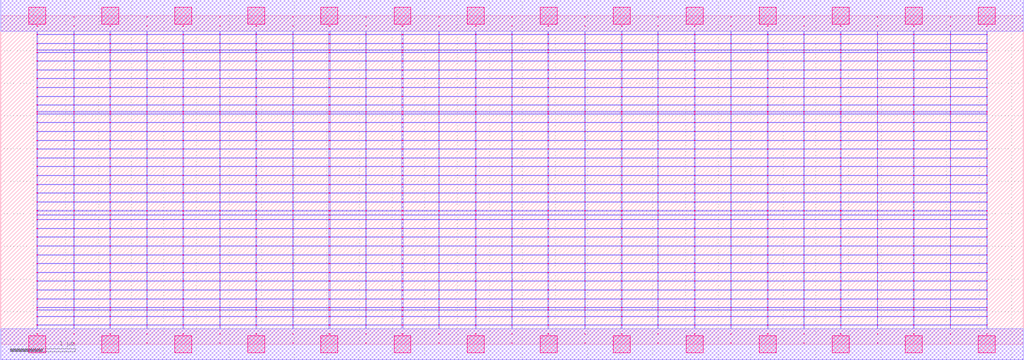
<source format=lef>
MACRO OOOAAOI22241_DEBUG
 CLASS CORE ;
 FOREIGN OOOAAOI22241_DEBUG 0 0 ;
 SIZE 15.68 BY 5.04 ;
 ORIGIN 0 0 ;
 SYMMETRY X Y R90 ;
 SITE unit ;

 OBS
    LAYER polycont ;
     RECT 7.83600000 2.58300000 7.84400000 2.59100000 ;
     RECT 7.83600000 2.71800000 7.84400000 2.72600000 ;
     RECT 7.83600000 2.85300000 7.84400000 2.86100000 ;
     RECT 7.83600000 2.98800000 7.84400000 2.99600000 ;
     RECT 7.83600000 3.12300000 7.84400000 3.13100000 ;
     RECT 7.83600000 3.25800000 7.84400000 3.26600000 ;
     RECT 7.83600000 3.39300000 7.84400000 3.40100000 ;
     RECT 7.83600000 3.52800000 7.84400000 3.53600000 ;
     RECT 7.83600000 3.56100000 7.84400000 3.56900000 ;
     RECT 7.83600000 3.66300000 7.84400000 3.67100000 ;
     RECT 7.83600000 3.79800000 7.84400000 3.80600000 ;
     RECT 7.83600000 3.93300000 7.84400000 3.94100000 ;
     RECT 7.83600000 4.06800000 7.84400000 4.07600000 ;
     RECT 7.83600000 4.20300000 7.84400000 4.21100000 ;
     RECT 7.83600000 4.33800000 7.84400000 4.34600000 ;
     RECT 7.83600000 4.47300000 7.84400000 4.48100000 ;
     RECT 7.83600000 4.51100000 7.84400000 4.51900000 ;
     RECT 7.83600000 4.60800000 7.84400000 4.61600000 ;
     RECT 7.83600000 4.74300000 7.84400000 4.75100000 ;
     RECT 7.83600000 4.87800000 7.84400000 4.88600000 ;
     RECT 11.19600000 2.71800000 11.20400000 2.72600000 ;
     RECT 11.75100000 2.71800000 11.76900000 2.72600000 ;
     RECT 12.31600000 2.71800000 12.32400000 2.72600000 ;
     RECT 12.87600000 2.71800000 12.88900000 2.72600000 ;
     RECT 13.43600000 2.71800000 13.44400000 2.72600000 ;
     RECT 13.99100000 2.71800000 14.00400000 2.72600000 ;
     RECT 14.55600000 2.71800000 14.56400000 2.72600000 ;
     RECT 15.11600000 2.71800000 15.12900000 2.72600000 ;
     RECT 8.95600000 2.58300000 8.96400000 2.59100000 ;
     RECT 8.39100000 2.85300000 8.40400000 2.86100000 ;
     RECT 8.95600000 2.85300000 8.96400000 2.86100000 ;
     RECT 9.51100000 2.85300000 9.52900000 2.86100000 ;
     RECT 10.07600000 2.85300000 10.08400000 2.86100000 ;
     RECT 10.63100000 2.85300000 10.64900000 2.86100000 ;
     RECT 11.19600000 2.85300000 11.20400000 2.86100000 ;
     RECT 11.75100000 2.85300000 11.76900000 2.86100000 ;
     RECT 12.31600000 2.85300000 12.32400000 2.86100000 ;
     RECT 12.87600000 2.85300000 12.88900000 2.86100000 ;
     RECT 13.43600000 2.85300000 13.44400000 2.86100000 ;
     RECT 13.99100000 2.85300000 14.00400000 2.86100000 ;
     RECT 14.55600000 2.85300000 14.56400000 2.86100000 ;
     RECT 15.11600000 2.85300000 15.12900000 2.86100000 ;
     RECT 9.51100000 2.58300000 9.52900000 2.59100000 ;
     RECT 8.39100000 2.98800000 8.40400000 2.99600000 ;
     RECT 8.95600000 2.98800000 8.96400000 2.99600000 ;
     RECT 9.51100000 2.98800000 9.52900000 2.99600000 ;
     RECT 10.07600000 2.98800000 10.08400000 2.99600000 ;
     RECT 10.63100000 2.98800000 10.64900000 2.99600000 ;
     RECT 11.19600000 2.98800000 11.20400000 2.99600000 ;
     RECT 11.75100000 2.98800000 11.76900000 2.99600000 ;
     RECT 12.31600000 2.98800000 12.32400000 2.99600000 ;
     RECT 12.87600000 2.98800000 12.88900000 2.99600000 ;
     RECT 13.43600000 2.98800000 13.44400000 2.99600000 ;
     RECT 13.99100000 2.98800000 14.00400000 2.99600000 ;
     RECT 14.55600000 2.98800000 14.56400000 2.99600000 ;
     RECT 15.11600000 2.98800000 15.12900000 2.99600000 ;
     RECT 10.07600000 2.58300000 10.08400000 2.59100000 ;
     RECT 13.43600000 3.12300000 13.44400000 3.13100000 ;
     RECT 10.63100000 2.58300000 10.64900000 2.59100000 ;
     RECT 13.43600000 3.25800000 13.44400000 3.26600000 ;
     RECT 11.19600000 2.58300000 11.20400000 2.59100000 ;
     RECT 13.43600000 3.39300000 13.44400000 3.40100000 ;
     RECT 11.75100000 2.58300000 11.76900000 2.59100000 ;
     RECT 13.43600000 3.52800000 13.44400000 3.53600000 ;
     RECT 12.31600000 2.58300000 12.32400000 2.59100000 ;
     RECT 13.43600000 3.56100000 13.44400000 3.56900000 ;
     RECT 12.87600000 2.58300000 12.88900000 2.59100000 ;
     RECT 13.43600000 3.66300000 13.44400000 3.67100000 ;
     RECT 13.43600000 2.58300000 13.44400000 2.59100000 ;
     RECT 13.43600000 3.79800000 13.44400000 3.80600000 ;
     RECT 13.99100000 2.58300000 14.00400000 2.59100000 ;
     RECT 13.43600000 3.93300000 13.44400000 3.94100000 ;
     RECT 14.55600000 2.58300000 14.56400000 2.59100000 ;
     RECT 13.43600000 4.06800000 13.44400000 4.07600000 ;
     RECT 15.11600000 2.58300000 15.12900000 2.59100000 ;
     RECT 13.43600000 4.20300000 13.44400000 4.21100000 ;
     RECT 8.39100000 2.58300000 8.40400000 2.59100000 ;
     RECT 13.43600000 4.33800000 13.44400000 4.34600000 ;
     RECT 8.39100000 2.71800000 8.40400000 2.72600000 ;
     RECT 13.43600000 4.47300000 13.44400000 4.48100000 ;
     RECT 8.95600000 2.71800000 8.96400000 2.72600000 ;
     RECT 13.43600000 4.51100000 13.44400000 4.51900000 ;
     RECT 9.51100000 2.71800000 9.52900000 2.72600000 ;
     RECT 13.43600000 4.60800000 13.44400000 4.61600000 ;
     RECT 10.07600000 2.71800000 10.08400000 2.72600000 ;
     RECT 13.43600000 4.74300000 13.44400000 4.75100000 ;
     RECT 10.63100000 2.71800000 10.64900000 2.72600000 ;
     RECT 13.43600000 4.87800000 13.44400000 4.88600000 ;
     RECT 4.47600000 2.98800000 4.48400000 2.99600000 ;
     RECT 5.03100000 2.98800000 5.04900000 2.99600000 ;
     RECT 5.59600000 2.98800000 5.60400000 2.99600000 ;
     RECT 6.15100000 2.98800000 6.16900000 2.99600000 ;
     RECT 6.71600000 2.98800000 6.72400000 2.99600000 ;
     RECT 7.27600000 2.98800000 7.28900000 2.99600000 ;
     RECT 2.23600000 2.58300000 2.24400000 2.59100000 ;
     RECT 2.79100000 2.58300000 2.80900000 2.59100000 ;
     RECT 3.35600000 2.58300000 3.36400000 2.59100000 ;
     RECT 3.91100000 2.58300000 3.92900000 2.59100000 ;
     RECT 4.47600000 2.58300000 4.48400000 2.59100000 ;
     RECT 5.03100000 2.58300000 5.04900000 2.59100000 ;
     RECT 5.59600000 2.58300000 5.60400000 2.59100000 ;
     RECT 6.15100000 2.58300000 6.16900000 2.59100000 ;
     RECT 6.71600000 2.58300000 6.72400000 2.59100000 ;
     RECT 7.27600000 2.58300000 7.28900000 2.59100000 ;
     RECT 0.55100000 2.58300000 0.56400000 2.59100000 ;
     RECT 0.55100000 2.71800000 0.56400000 2.72600000 ;
     RECT 0.55100000 2.85300000 0.56400000 2.86100000 ;
     RECT 1.11600000 2.85300000 1.12400000 2.86100000 ;
     RECT 1.67100000 2.85300000 1.68900000 2.86100000 ;
     RECT 2.23600000 2.85300000 2.24400000 2.86100000 ;
     RECT 2.79100000 2.85300000 2.80900000 2.86100000 ;
     RECT 3.35600000 2.85300000 3.36400000 2.86100000 ;
     RECT 3.91100000 2.85300000 3.92900000 2.86100000 ;
     RECT 4.47600000 2.85300000 4.48400000 2.86100000 ;
     RECT 5.03100000 2.85300000 5.04900000 2.86100000 ;
     RECT 5.59600000 2.85300000 5.60400000 2.86100000 ;
     RECT 6.15100000 2.85300000 6.16900000 2.86100000 ;
     RECT 6.71600000 2.85300000 6.72400000 2.86100000 ;
     RECT 7.27600000 2.85300000 7.28900000 2.86100000 ;
     RECT 1.11600000 2.71800000 1.12400000 2.72600000 ;
     RECT 1.67100000 2.71800000 1.68900000 2.72600000 ;
     RECT 2.23600000 2.71800000 2.24400000 2.72600000 ;
     RECT 2.79100000 2.71800000 2.80900000 2.72600000 ;
     RECT 3.35600000 2.71800000 3.36400000 2.72600000 ;
     RECT 3.91100000 2.71800000 3.92900000 2.72600000 ;
     RECT 4.47600000 2.71800000 4.48400000 2.72600000 ;
     RECT 5.03100000 2.71800000 5.04900000 2.72600000 ;
     RECT 5.59600000 2.71800000 5.60400000 2.72600000 ;
     RECT 6.15100000 2.71800000 6.16900000 2.72600000 ;
     RECT 6.71600000 2.71800000 6.72400000 2.72600000 ;
     RECT 7.27600000 2.71800000 7.28900000 2.72600000 ;
     RECT 1.11600000 2.58300000 1.12400000 2.59100000 ;
     RECT 1.67100000 2.58300000 1.68900000 2.59100000 ;
     RECT 0.55100000 2.98800000 0.56400000 2.99600000 ;
     RECT 1.11600000 2.98800000 1.12400000 2.99600000 ;
     RECT 1.67100000 2.98800000 1.68900000 2.99600000 ;
     RECT 2.23600000 2.98800000 2.24400000 2.99600000 ;
     RECT 2.79100000 2.98800000 2.80900000 2.99600000 ;
     RECT 3.35600000 2.98800000 3.36400000 2.99600000 ;
     RECT 3.91100000 2.98800000 3.92900000 2.99600000 ;
     RECT 5.59600000 0.15300000 5.60400000 0.16100000 ;
     RECT 5.59600000 0.28800000 5.60400000 0.29600000 ;
     RECT 5.59600000 0.42300000 5.60400000 0.43100000 ;
     RECT 5.59600000 0.52100000 5.60400000 0.52900000 ;
     RECT 5.59600000 0.55800000 5.60400000 0.56600000 ;
     RECT 5.59600000 0.69300000 5.60400000 0.70100000 ;
     RECT 5.59600000 0.82800000 5.60400000 0.83600000 ;
     RECT 5.59600000 0.96300000 5.60400000 0.97100000 ;
     RECT 5.59600000 1.09800000 5.60400000 1.10600000 ;
     RECT 5.59600000 1.23300000 5.60400000 1.24100000 ;
     RECT 5.59600000 1.36800000 5.60400000 1.37600000 ;
     RECT 5.59600000 1.50300000 5.60400000 1.51100000 ;
     RECT 5.59600000 1.63800000 5.60400000 1.64600000 ;
     RECT 5.59600000 1.77300000 5.60400000 1.78100000 ;
     RECT 5.59600000 1.90800000 5.60400000 1.91600000 ;
     RECT 5.59600000 1.98100000 5.60400000 1.98900000 ;
     RECT 5.59600000 2.04300000 5.60400000 2.05100000 ;
     RECT 5.59600000 2.17800000 5.60400000 2.18600000 ;
     RECT 5.59600000 2.31300000 5.60400000 2.32100000 ;
     RECT 5.59600000 2.44800000 5.60400000 2.45600000 ;
     RECT 13.43600000 0.42300000 13.44400000 0.43100000 ;
     RECT 13.43600000 1.36800000 13.44400000 1.37600000 ;
     RECT 13.43600000 0.69300000 13.44400000 0.70100000 ;
     RECT 13.43600000 1.50300000 13.44400000 1.51100000 ;
     RECT 13.43600000 0.28800000 13.44400000 0.29600000 ;
     RECT 13.43600000 1.63800000 13.44400000 1.64600000 ;
     RECT 13.43600000 0.82800000 13.44400000 0.83600000 ;
     RECT 13.43600000 1.77300000 13.44400000 1.78100000 ;
     RECT 13.43600000 0.52100000 13.44400000 0.52900000 ;
     RECT 13.43600000 1.90800000 13.44400000 1.91600000 ;
     RECT 13.43600000 0.96300000 13.44400000 0.97100000 ;
     RECT 13.43600000 1.98100000 13.44400000 1.98900000 ;
     RECT 13.43600000 0.15300000 13.44400000 0.16100000 ;
     RECT 13.43600000 2.04300000 13.44400000 2.05100000 ;
     RECT 13.43600000 1.09800000 13.44400000 1.10600000 ;
     RECT 13.43600000 2.17800000 13.44400000 2.18600000 ;
     RECT 13.43600000 0.55800000 13.44400000 0.56600000 ;
     RECT 13.43600000 2.31300000 13.44400000 2.32100000 ;
     RECT 13.43600000 1.23300000 13.44400000 1.24100000 ;
     RECT 13.43600000 2.44800000 13.44400000 2.45600000 ;

    LAYER pdiffc ;
     RECT 0.55100000 3.39300000 0.55900000 3.40100000 ;
     RECT 7.28100000 3.39300000 7.28900000 3.40100000 ;
     RECT 8.39100000 3.39300000 8.39900000 3.40100000 ;
     RECT 12.88100000 3.39300000 12.88900000 3.40100000 ;
     RECT 13.99100000 3.39300000 13.99900000 3.40100000 ;
     RECT 15.12100000 3.39300000 15.12900000 3.40100000 ;
     RECT 0.55100000 3.52800000 0.55900000 3.53600000 ;
     RECT 7.28100000 3.52800000 7.28900000 3.53600000 ;
     RECT 8.39100000 3.52800000 8.39900000 3.53600000 ;
     RECT 12.88100000 3.52800000 12.88900000 3.53600000 ;
     RECT 13.99100000 3.52800000 13.99900000 3.53600000 ;
     RECT 15.12100000 3.52800000 15.12900000 3.53600000 ;
     RECT 0.55100000 3.56100000 0.55900000 3.56900000 ;
     RECT 7.28100000 3.56100000 7.28900000 3.56900000 ;
     RECT 8.39100000 3.56100000 8.39900000 3.56900000 ;
     RECT 12.88100000 3.56100000 12.88900000 3.56900000 ;
     RECT 13.99100000 3.56100000 13.99900000 3.56900000 ;
     RECT 15.12100000 3.56100000 15.12900000 3.56900000 ;
     RECT 0.55100000 3.66300000 0.55900000 3.67100000 ;
     RECT 7.28100000 3.66300000 7.28900000 3.67100000 ;
     RECT 8.39100000 3.66300000 8.39900000 3.67100000 ;
     RECT 12.88100000 3.66300000 12.88900000 3.67100000 ;
     RECT 13.99100000 3.66300000 13.99900000 3.67100000 ;
     RECT 15.12100000 3.66300000 15.12900000 3.67100000 ;
     RECT 0.55100000 3.79800000 0.55900000 3.80600000 ;
     RECT 7.28100000 3.79800000 7.28900000 3.80600000 ;
     RECT 8.39100000 3.79800000 8.39900000 3.80600000 ;
     RECT 12.88100000 3.79800000 12.88900000 3.80600000 ;
     RECT 13.99100000 3.79800000 13.99900000 3.80600000 ;
     RECT 15.12100000 3.79800000 15.12900000 3.80600000 ;
     RECT 0.55100000 3.93300000 0.55900000 3.94100000 ;
     RECT 7.28100000 3.93300000 7.28900000 3.94100000 ;
     RECT 8.39100000 3.93300000 8.39900000 3.94100000 ;
     RECT 12.88100000 3.93300000 12.88900000 3.94100000 ;
     RECT 13.99100000 3.93300000 13.99900000 3.94100000 ;
     RECT 15.12100000 3.93300000 15.12900000 3.94100000 ;
     RECT 0.55100000 4.06800000 0.55900000 4.07600000 ;
     RECT 7.28100000 4.06800000 7.28900000 4.07600000 ;
     RECT 8.39100000 4.06800000 8.39900000 4.07600000 ;
     RECT 12.88100000 4.06800000 12.88900000 4.07600000 ;
     RECT 13.99100000 4.06800000 13.99900000 4.07600000 ;
     RECT 15.12100000 4.06800000 15.12900000 4.07600000 ;
     RECT 0.55100000 4.20300000 0.55900000 4.21100000 ;
     RECT 7.28100000 4.20300000 7.28900000 4.21100000 ;
     RECT 8.39100000 4.20300000 8.39900000 4.21100000 ;
     RECT 12.88100000 4.20300000 12.88900000 4.21100000 ;
     RECT 13.99100000 4.20300000 13.99900000 4.21100000 ;
     RECT 15.12100000 4.20300000 15.12900000 4.21100000 ;
     RECT 0.55100000 4.33800000 0.55900000 4.34600000 ;
     RECT 7.28100000 4.33800000 7.28900000 4.34600000 ;
     RECT 8.39100000 4.33800000 8.39900000 4.34600000 ;
     RECT 12.88100000 4.33800000 12.88900000 4.34600000 ;
     RECT 13.99100000 4.33800000 13.99900000 4.34600000 ;
     RECT 15.12100000 4.33800000 15.12900000 4.34600000 ;
     RECT 0.55100000 4.47300000 0.55900000 4.48100000 ;
     RECT 7.28100000 4.47300000 7.28900000 4.48100000 ;
     RECT 8.39100000 4.47300000 8.39900000 4.48100000 ;
     RECT 12.88100000 4.47300000 12.88900000 4.48100000 ;
     RECT 13.99100000 4.47300000 13.99900000 4.48100000 ;
     RECT 15.12100000 4.47300000 15.12900000 4.48100000 ;
     RECT 0.55100000 4.51100000 0.55900000 4.51900000 ;
     RECT 7.28100000 4.51100000 7.28900000 4.51900000 ;
     RECT 8.39100000 4.51100000 8.39900000 4.51900000 ;
     RECT 12.88100000 4.51100000 12.88900000 4.51900000 ;
     RECT 13.99100000 4.51100000 13.99900000 4.51900000 ;
     RECT 15.12100000 4.51100000 15.12900000 4.51900000 ;
     RECT 0.55100000 4.60800000 0.55900000 4.61600000 ;
     RECT 7.28100000 4.60800000 7.28900000 4.61600000 ;
     RECT 8.39100000 4.60800000 8.39900000 4.61600000 ;
     RECT 12.88100000 4.60800000 12.88900000 4.61600000 ;
     RECT 13.99100000 4.60800000 13.99900000 4.61600000 ;
     RECT 15.12100000 4.60800000 15.12900000 4.61600000 ;

    LAYER ndiffc ;
     RECT 11.75100000 0.42300000 11.76900000 0.43100000 ;
     RECT 12.87600000 0.42300000 12.88900000 0.43100000 ;
     RECT 13.99100000 0.42300000 14.00400000 0.43100000 ;
     RECT 15.11600000 0.42300000 15.12900000 0.43100000 ;
     RECT 11.75100000 0.52100000 11.76900000 0.52900000 ;
     RECT 12.87600000 0.52100000 12.88900000 0.52900000 ;
     RECT 13.99100000 0.52100000 14.00400000 0.52900000 ;
     RECT 15.11600000 0.52100000 15.12900000 0.52900000 ;
     RECT 11.75100000 0.55800000 11.76900000 0.56600000 ;
     RECT 12.87600000 0.55800000 12.88900000 0.56600000 ;
     RECT 13.99100000 0.55800000 14.00400000 0.56600000 ;
     RECT 15.11600000 0.55800000 15.12900000 0.56600000 ;
     RECT 11.75100000 0.69300000 11.76900000 0.70100000 ;
     RECT 12.87600000 0.69300000 12.88900000 0.70100000 ;
     RECT 13.99100000 0.69300000 14.00400000 0.70100000 ;
     RECT 15.11600000 0.69300000 15.12900000 0.70100000 ;
     RECT 11.75100000 0.82800000 11.76900000 0.83600000 ;
     RECT 12.87600000 0.82800000 12.88900000 0.83600000 ;
     RECT 13.99100000 0.82800000 14.00400000 0.83600000 ;
     RECT 15.11600000 0.82800000 15.12900000 0.83600000 ;
     RECT 11.75100000 0.96300000 11.76900000 0.97100000 ;
     RECT 12.87600000 0.96300000 12.88900000 0.97100000 ;
     RECT 13.99100000 0.96300000 14.00400000 0.97100000 ;
     RECT 15.11600000 0.96300000 15.12900000 0.97100000 ;
     RECT 11.75100000 1.09800000 11.76900000 1.10600000 ;
     RECT 12.87600000 1.09800000 12.88900000 1.10600000 ;
     RECT 13.99100000 1.09800000 14.00400000 1.10600000 ;
     RECT 15.11600000 1.09800000 15.12900000 1.10600000 ;
     RECT 11.75100000 1.23300000 11.76900000 1.24100000 ;
     RECT 12.87600000 1.23300000 12.88900000 1.24100000 ;
     RECT 13.99100000 1.23300000 14.00400000 1.24100000 ;
     RECT 15.11600000 1.23300000 15.12900000 1.24100000 ;
     RECT 11.75100000 1.36800000 11.76900000 1.37600000 ;
     RECT 12.87600000 1.36800000 12.88900000 1.37600000 ;
     RECT 13.99100000 1.36800000 14.00400000 1.37600000 ;
     RECT 15.11600000 1.36800000 15.12900000 1.37600000 ;
     RECT 11.75100000 1.50300000 11.76900000 1.51100000 ;
     RECT 12.87600000 1.50300000 12.88900000 1.51100000 ;
     RECT 13.99100000 1.50300000 14.00400000 1.51100000 ;
     RECT 15.11600000 1.50300000 15.12900000 1.51100000 ;
     RECT 11.75100000 1.63800000 11.76900000 1.64600000 ;
     RECT 12.87600000 1.63800000 12.88900000 1.64600000 ;
     RECT 13.99100000 1.63800000 14.00400000 1.64600000 ;
     RECT 15.11600000 1.63800000 15.12900000 1.64600000 ;
     RECT 11.75100000 1.77300000 11.76900000 1.78100000 ;
     RECT 12.87600000 1.77300000 12.88900000 1.78100000 ;
     RECT 13.99100000 1.77300000 14.00400000 1.78100000 ;
     RECT 15.11600000 1.77300000 15.12900000 1.78100000 ;
     RECT 11.75100000 1.90800000 11.76900000 1.91600000 ;
     RECT 12.87600000 1.90800000 12.88900000 1.91600000 ;
     RECT 13.99100000 1.90800000 14.00400000 1.91600000 ;
     RECT 15.11600000 1.90800000 15.12900000 1.91600000 ;
     RECT 11.75100000 1.98100000 11.76900000 1.98900000 ;
     RECT 12.87600000 1.98100000 12.88900000 1.98900000 ;
     RECT 13.99100000 1.98100000 14.00400000 1.98900000 ;
     RECT 15.11600000 1.98100000 15.12900000 1.98900000 ;
     RECT 11.75100000 2.04300000 11.76900000 2.05100000 ;
     RECT 12.87600000 2.04300000 12.88900000 2.05100000 ;
     RECT 13.99100000 2.04300000 14.00400000 2.05100000 ;
     RECT 15.11600000 2.04300000 15.12900000 2.05100000 ;
     RECT 10.63100000 0.52100000 10.64900000 0.52900000 ;
     RECT 9.51100000 0.42300000 9.52900000 0.43100000 ;
     RECT 8.39100000 0.96300000 8.40400000 0.97100000 ;
     RECT 8.39100000 1.50300000 8.40400000 1.51100000 ;
     RECT 9.51100000 1.50300000 9.52900000 1.51100000 ;
     RECT 10.63100000 1.50300000 10.64900000 1.51100000 ;
     RECT 9.51100000 0.96300000 9.52900000 0.97100000 ;
     RECT 10.63100000 0.96300000 10.64900000 0.97100000 ;
     RECT 10.63100000 0.42300000 10.64900000 0.43100000 ;
     RECT 8.39100000 0.69300000 8.40400000 0.70100000 ;
     RECT 8.39100000 1.63800000 8.40400000 1.64600000 ;
     RECT 9.51100000 1.63800000 9.52900000 1.64600000 ;
     RECT 10.63100000 1.63800000 10.64900000 1.64600000 ;
     RECT 9.51100000 0.69300000 9.52900000 0.70100000 ;
     RECT 10.63100000 0.69300000 10.64900000 0.70100000 ;
     RECT 8.39100000 1.09800000 8.40400000 1.10600000 ;
     RECT 9.51100000 1.09800000 9.52900000 1.10600000 ;
     RECT 8.39100000 1.77300000 8.40400000 1.78100000 ;
     RECT 9.51100000 1.77300000 9.52900000 1.78100000 ;
     RECT 10.63100000 1.77300000 10.64900000 1.78100000 ;
     RECT 10.63100000 1.09800000 10.64900000 1.10600000 ;
     RECT 8.39100000 0.42300000 8.40400000 0.43100000 ;
     RECT 8.39100000 0.52100000 8.40400000 0.52900000 ;
     RECT 8.39100000 0.55800000 8.40400000 0.56600000 ;
     RECT 8.39100000 1.90800000 8.40400000 1.91600000 ;
     RECT 9.51100000 1.90800000 9.52900000 1.91600000 ;
     RECT 10.63100000 1.90800000 10.64900000 1.91600000 ;
     RECT 9.51100000 0.55800000 9.52900000 0.56600000 ;
     RECT 8.39100000 1.23300000 8.40400000 1.24100000 ;
     RECT 9.51100000 1.23300000 9.52900000 1.24100000 ;
     RECT 10.63100000 1.23300000 10.64900000 1.24100000 ;
     RECT 8.39100000 1.98100000 8.40400000 1.98900000 ;
     RECT 9.51100000 1.98100000 9.52900000 1.98900000 ;
     RECT 10.63100000 1.98100000 10.64900000 1.98900000 ;
     RECT 8.39100000 0.82800000 8.40400000 0.83600000 ;
     RECT 9.51100000 0.82800000 9.52900000 0.83600000 ;
     RECT 10.63100000 0.82800000 10.64900000 0.83600000 ;
     RECT 10.63100000 0.55800000 10.64900000 0.56600000 ;
     RECT 8.39100000 2.04300000 8.40400000 2.05100000 ;
     RECT 9.51100000 2.04300000 9.52900000 2.05100000 ;
     RECT 10.63100000 2.04300000 10.64900000 2.05100000 ;
     RECT 8.39100000 1.36800000 8.40400000 1.37600000 ;
     RECT 9.51100000 1.36800000 9.52900000 1.37600000 ;
     RECT 10.63100000 1.36800000 10.64900000 1.37600000 ;
     RECT 9.51100000 0.52100000 9.52900000 0.52900000 ;
     RECT 5.03100000 0.42300000 5.04900000 0.43100000 ;
     RECT 6.15100000 0.42300000 6.16900000 0.43100000 ;
     RECT 7.27600000 0.42300000 7.28900000 0.43100000 ;
     RECT 5.03100000 1.36800000 5.04900000 1.37600000 ;
     RECT 6.15100000 1.36800000 6.16900000 1.37600000 ;
     RECT 7.27600000 1.36800000 7.28900000 1.37600000 ;
     RECT 5.03100000 0.82800000 5.04900000 0.83600000 ;
     RECT 6.15100000 0.82800000 6.16900000 0.83600000 ;
     RECT 7.27600000 0.82800000 7.28900000 0.83600000 ;
     RECT 5.03100000 1.50300000 5.04900000 1.51100000 ;
     RECT 6.15100000 1.50300000 6.16900000 1.51100000 ;
     RECT 7.27600000 1.50300000 7.28900000 1.51100000 ;
     RECT 5.03100000 0.55800000 5.04900000 0.56600000 ;
     RECT 6.15100000 0.55800000 6.16900000 0.56600000 ;
     RECT 7.27600000 0.55800000 7.28900000 0.56600000 ;
     RECT 5.03100000 1.63800000 5.04900000 1.64600000 ;
     RECT 6.15100000 1.63800000 6.16900000 1.64600000 ;
     RECT 7.27600000 1.63800000 7.28900000 1.64600000 ;
     RECT 5.03100000 0.96300000 5.04900000 0.97100000 ;
     RECT 6.15100000 0.96300000 6.16900000 0.97100000 ;
     RECT 7.27600000 0.96300000 7.28900000 0.97100000 ;
     RECT 5.03100000 1.77300000 5.04900000 1.78100000 ;
     RECT 6.15100000 1.77300000 6.16900000 1.78100000 ;
     RECT 7.27600000 1.77300000 7.28900000 1.78100000 ;
     RECT 5.03100000 0.52100000 5.04900000 0.52900000 ;
     RECT 6.15100000 0.52100000 6.16900000 0.52900000 ;
     RECT 7.27600000 0.52100000 7.28900000 0.52900000 ;
     RECT 5.03100000 1.90800000 5.04900000 1.91600000 ;
     RECT 6.15100000 1.90800000 6.16900000 1.91600000 ;
     RECT 7.27600000 1.90800000 7.28900000 1.91600000 ;
     RECT 5.03100000 1.09800000 5.04900000 1.10600000 ;
     RECT 6.15100000 1.09800000 6.16900000 1.10600000 ;
     RECT 7.27600000 1.09800000 7.28900000 1.10600000 ;
     RECT 5.03100000 1.98100000 5.04900000 1.98900000 ;
     RECT 6.15100000 1.98100000 6.16900000 1.98900000 ;
     RECT 7.27600000 1.98100000 7.28900000 1.98900000 ;
     RECT 5.03100000 0.69300000 5.04900000 0.70100000 ;
     RECT 6.15100000 0.69300000 6.16900000 0.70100000 ;
     RECT 7.27600000 0.69300000 7.28900000 0.70100000 ;
     RECT 5.03100000 2.04300000 5.04900000 2.05100000 ;
     RECT 6.15100000 2.04300000 6.16900000 2.05100000 ;
     RECT 7.27600000 2.04300000 7.28900000 2.05100000 ;
     RECT 5.03100000 1.23300000 5.04900000 1.24100000 ;
     RECT 6.15100000 1.23300000 6.16900000 1.24100000 ;
     RECT 7.27600000 1.23300000 7.28900000 1.24100000 ;
     RECT 3.91100000 0.96300000 3.92900000 0.97100000 ;
     RECT 2.79100000 0.42300000 2.80900000 0.43100000 ;
     RECT 0.55100000 1.36800000 0.56400000 1.37600000 ;
     RECT 1.67100000 1.36800000 1.68900000 1.37600000 ;
     RECT 0.55100000 1.77300000 0.56400000 1.78100000 ;
     RECT 1.67100000 1.77300000 1.68900000 1.78100000 ;
     RECT 2.79100000 1.77300000 2.80900000 1.78100000 ;
     RECT 3.91100000 1.77300000 3.92900000 1.78100000 ;
     RECT 0.55100000 1.50300000 0.56400000 1.51100000 ;
     RECT 1.67100000 1.50300000 1.68900000 1.51100000 ;
     RECT 2.79100000 1.50300000 2.80900000 1.51100000 ;
     RECT 0.55100000 0.52100000 0.56400000 0.52900000 ;
     RECT 1.67100000 0.52100000 1.68900000 0.52900000 ;
     RECT 2.79100000 0.52100000 2.80900000 0.52900000 ;
     RECT 3.91100000 0.52100000 3.92900000 0.52900000 ;
     RECT 3.91100000 1.50300000 3.92900000 1.51100000 ;
     RECT 2.79100000 1.36800000 2.80900000 1.37600000 ;
     RECT 3.91100000 1.36800000 3.92900000 1.37600000 ;
     RECT 0.55100000 1.90800000 0.56400000 1.91600000 ;
     RECT 1.67100000 1.90800000 1.68900000 1.91600000 ;
     RECT 2.79100000 1.90800000 2.80900000 1.91600000 ;
     RECT 3.91100000 1.90800000 3.92900000 1.91600000 ;
     RECT 3.91100000 0.42300000 3.92900000 0.43100000 ;
     RECT 0.55100000 0.55800000 0.56400000 0.56600000 ;
     RECT 1.67100000 0.55800000 1.68900000 0.56600000 ;
     RECT 0.55100000 1.09800000 0.56400000 1.10600000 ;
     RECT 1.67100000 1.09800000 1.68900000 1.10600000 ;
     RECT 2.79100000 1.09800000 2.80900000 1.10600000 ;
     RECT 3.91100000 1.09800000 3.92900000 1.10600000 ;
     RECT 2.79100000 0.55800000 2.80900000 0.56600000 ;
     RECT 3.91100000 0.55800000 3.92900000 0.56600000 ;
     RECT 0.55100000 0.42300000 0.56400000 0.43100000 ;
     RECT 0.55100000 1.98100000 0.56400000 1.98900000 ;
     RECT 1.67100000 1.98100000 1.68900000 1.98900000 ;
     RECT 2.79100000 1.98100000 2.80900000 1.98900000 ;
     RECT 3.91100000 1.98100000 3.92900000 1.98900000 ;
     RECT 1.67100000 0.42300000 1.68900000 0.43100000 ;
     RECT 0.55100000 0.82800000 0.56400000 0.83600000 ;
     RECT 0.55100000 1.63800000 0.56400000 1.64600000 ;
     RECT 0.55100000 0.69300000 0.56400000 0.70100000 ;
     RECT 1.67100000 0.69300000 1.68900000 0.70100000 ;
     RECT 2.79100000 0.69300000 2.80900000 0.70100000 ;
     RECT 3.91100000 0.69300000 3.92900000 0.70100000 ;
     RECT 1.67100000 1.63800000 1.68900000 1.64600000 ;
     RECT 2.79100000 1.63800000 2.80900000 1.64600000 ;
     RECT 3.91100000 1.63800000 3.92900000 1.64600000 ;
     RECT 0.55100000 2.04300000 0.56400000 2.05100000 ;
     RECT 1.67100000 2.04300000 1.68900000 2.05100000 ;
     RECT 2.79100000 2.04300000 2.80900000 2.05100000 ;
     RECT 3.91100000 2.04300000 3.92900000 2.05100000 ;
     RECT 1.67100000 0.82800000 1.68900000 0.83600000 ;
     RECT 2.79100000 0.82800000 2.80900000 0.83600000 ;
     RECT 3.91100000 0.82800000 3.92900000 0.83600000 ;
     RECT 0.55100000 1.23300000 0.56400000 1.24100000 ;
     RECT 1.67100000 1.23300000 1.68900000 1.24100000 ;
     RECT 2.79100000 1.23300000 2.80900000 1.24100000 ;
     RECT 3.91100000 1.23300000 3.92900000 1.24100000 ;
     RECT 0.55100000 0.96300000 0.56400000 0.97100000 ;
     RECT 1.67100000 0.96300000 1.68900000 0.97100000 ;
     RECT 2.79100000 0.96300000 2.80900000 0.97100000 ;

    LAYER met1 ;
     RECT 0.00000000 -0.24000000 15.68000000 0.24000000 ;
     RECT 7.83600000 0.24000000 7.84400000 0.28800000 ;
     RECT 0.55100000 0.28800000 15.12900000 0.29600000 ;
     RECT 7.83600000 0.29600000 7.84400000 0.42300000 ;
     RECT 0.55100000 0.42300000 15.12900000 0.43100000 ;
     RECT 7.83600000 0.43100000 7.84400000 0.52100000 ;
     RECT 0.55100000 0.52100000 15.12900000 0.52900000 ;
     RECT 7.83600000 0.52900000 7.84400000 0.55800000 ;
     RECT 0.55100000 0.55800000 15.12900000 0.56600000 ;
     RECT 7.83600000 0.56600000 7.84400000 0.69300000 ;
     RECT 0.55100000 0.69300000 15.12900000 0.70100000 ;
     RECT 7.83600000 0.70100000 7.84400000 0.82800000 ;
     RECT 0.55100000 0.82800000 15.12900000 0.83600000 ;
     RECT 7.83600000 0.83600000 7.84400000 0.96300000 ;
     RECT 0.55100000 0.96300000 15.12900000 0.97100000 ;
     RECT 7.83600000 0.97100000 7.84400000 1.09800000 ;
     RECT 0.55100000 1.09800000 15.12900000 1.10600000 ;
     RECT 7.83600000 1.10600000 7.84400000 1.23300000 ;
     RECT 0.55100000 1.23300000 15.12900000 1.24100000 ;
     RECT 7.83600000 1.24100000 7.84400000 1.36800000 ;
     RECT 0.55100000 1.36800000 15.12900000 1.37600000 ;
     RECT 7.83600000 1.37600000 7.84400000 1.50300000 ;
     RECT 0.55100000 1.50300000 15.12900000 1.51100000 ;
     RECT 7.83600000 1.51100000 7.84400000 1.63800000 ;
     RECT 0.55100000 1.63800000 15.12900000 1.64600000 ;
     RECT 7.83600000 1.64600000 7.84400000 1.77300000 ;
     RECT 0.55100000 1.77300000 15.12900000 1.78100000 ;
     RECT 7.83600000 1.78100000 7.84400000 1.90800000 ;
     RECT 0.55100000 1.90800000 15.12900000 1.91600000 ;
     RECT 7.83600000 1.91600000 7.84400000 1.98100000 ;
     RECT 0.55100000 1.98100000 15.12900000 1.98900000 ;
     RECT 7.83600000 1.98900000 7.84400000 2.04300000 ;
     RECT 0.55100000 2.04300000 15.12900000 2.05100000 ;
     RECT 7.83600000 2.05100000 7.84400000 2.17800000 ;
     RECT 0.55100000 2.17800000 15.12900000 2.18600000 ;
     RECT 7.83600000 2.18600000 7.84400000 2.31300000 ;
     RECT 0.55100000 2.31300000 15.12900000 2.32100000 ;
     RECT 7.83600000 2.32100000 7.84400000 2.44800000 ;
     RECT 0.55100000 2.44800000 15.12900000 2.45600000 ;
     RECT 0.55100000 2.45600000 0.56400000 2.58300000 ;
     RECT 1.11600000 2.45600000 1.12400000 2.58300000 ;
     RECT 1.67100000 2.45600000 1.68900000 2.58300000 ;
     RECT 2.23600000 2.45600000 2.24400000 2.58300000 ;
     RECT 2.79100000 2.45600000 2.80900000 2.58300000 ;
     RECT 3.35600000 2.45600000 3.36400000 2.58300000 ;
     RECT 3.91100000 2.45600000 3.92900000 2.58300000 ;
     RECT 4.47600000 2.45600000 4.48400000 2.58300000 ;
     RECT 5.03100000 2.45600000 5.04900000 2.58300000 ;
     RECT 5.59600000 2.45600000 5.60400000 2.58300000 ;
     RECT 6.15100000 2.45600000 6.16900000 2.58300000 ;
     RECT 6.71600000 2.45600000 6.72400000 2.58300000 ;
     RECT 7.27600000 2.45600000 7.28900000 2.58300000 ;
     RECT 7.83600000 2.45600000 7.84400000 2.58300000 ;
     RECT 8.39100000 2.45600000 8.40400000 2.58300000 ;
     RECT 8.95600000 2.45600000 8.96400000 2.58300000 ;
     RECT 9.51100000 2.45600000 9.52900000 2.58300000 ;
     RECT 10.07600000 2.45600000 10.08400000 2.58300000 ;
     RECT 10.63100000 2.45600000 10.64900000 2.58300000 ;
     RECT 11.19600000 2.45600000 11.20400000 2.58300000 ;
     RECT 11.75100000 2.45600000 11.76900000 2.58300000 ;
     RECT 12.31600000 2.45600000 12.32400000 2.58300000 ;
     RECT 12.87600000 2.45600000 12.88900000 2.58300000 ;
     RECT 13.43600000 2.45600000 13.44400000 2.58300000 ;
     RECT 13.99100000 2.45600000 14.00400000 2.58300000 ;
     RECT 14.55600000 2.45600000 14.56400000 2.58300000 ;
     RECT 15.11600000 2.45600000 15.12900000 2.58300000 ;
     RECT 0.55100000 2.58300000 15.12900000 2.59100000 ;
     RECT 7.83600000 2.59100000 7.84400000 2.71800000 ;
     RECT 0.55100000 2.71800000 15.12900000 2.72600000 ;
     RECT 7.83600000 2.72600000 7.84400000 2.85300000 ;
     RECT 0.55100000 2.85300000 15.12900000 2.86100000 ;
     RECT 7.83600000 2.86100000 7.84400000 2.98800000 ;
     RECT 0.55100000 2.98800000 15.12900000 2.99600000 ;
     RECT 7.83600000 2.99600000 7.84400000 3.12300000 ;
     RECT 0.55100000 3.12300000 15.12900000 3.13100000 ;
     RECT 7.83600000 3.13100000 7.84400000 3.25800000 ;
     RECT 0.55100000 3.25800000 15.12900000 3.26600000 ;
     RECT 7.83600000 3.26600000 7.84400000 3.39300000 ;
     RECT 0.55100000 3.39300000 15.12900000 3.40100000 ;
     RECT 7.83600000 3.40100000 7.84400000 3.52800000 ;
     RECT 0.55100000 3.52800000 15.12900000 3.53600000 ;
     RECT 7.83600000 3.53600000 7.84400000 3.56100000 ;
     RECT 0.55100000 3.56100000 15.12900000 3.56900000 ;
     RECT 7.83600000 3.56900000 7.84400000 3.66300000 ;
     RECT 0.55100000 3.66300000 15.12900000 3.67100000 ;
     RECT 7.83600000 3.67100000 7.84400000 3.79800000 ;
     RECT 0.55100000 3.79800000 15.12900000 3.80600000 ;
     RECT 7.83600000 3.80600000 7.84400000 3.93300000 ;
     RECT 0.55100000 3.93300000 15.12900000 3.94100000 ;
     RECT 7.83600000 3.94100000 7.84400000 4.06800000 ;
     RECT 0.55100000 4.06800000 15.12900000 4.07600000 ;
     RECT 7.83600000 4.07600000 7.84400000 4.20300000 ;
     RECT 0.55100000 4.20300000 15.12900000 4.21100000 ;
     RECT 7.83600000 4.21100000 7.84400000 4.33800000 ;
     RECT 0.55100000 4.33800000 15.12900000 4.34600000 ;
     RECT 7.83600000 4.34600000 7.84400000 4.47300000 ;
     RECT 0.55100000 4.47300000 15.12900000 4.48100000 ;
     RECT 7.83600000 4.48100000 7.84400000 4.51100000 ;
     RECT 0.55100000 4.51100000 15.12900000 4.51900000 ;
     RECT 7.83600000 4.51900000 7.84400000 4.60800000 ;
     RECT 0.55100000 4.60800000 15.12900000 4.61600000 ;
     RECT 7.83600000 4.61600000 7.84400000 4.74300000 ;
     RECT 0.55100000 4.74300000 15.12900000 4.75100000 ;
     RECT 7.83600000 4.75100000 7.84400000 4.80000000 ;
     RECT 0.00000000 4.80000000 15.68000000 5.28000000 ;
     RECT 11.75100000 2.99600000 11.76900000 3.12300000 ;
     RECT 11.75100000 2.59100000 11.76900000 2.71800000 ;
     RECT 11.75100000 3.13100000 11.76900000 3.25800000 ;
     RECT 11.75100000 3.26600000 11.76900000 3.39300000 ;
     RECT 11.75100000 3.40100000 11.76900000 3.52800000 ;
     RECT 11.75100000 3.53600000 11.76900000 3.56100000 ;
     RECT 11.75100000 3.56900000 11.76900000 3.66300000 ;
     RECT 11.75100000 3.67100000 11.76900000 3.79800000 ;
     RECT 8.39100000 3.80600000 8.40400000 3.93300000 ;
     RECT 8.95600000 3.80600000 8.96400000 3.93300000 ;
     RECT 9.51100000 3.80600000 9.52900000 3.93300000 ;
     RECT 10.07600000 3.80600000 10.08400000 3.93300000 ;
     RECT 10.63100000 3.80600000 10.64900000 3.93300000 ;
     RECT 11.19600000 3.80600000 11.20400000 3.93300000 ;
     RECT 11.75100000 3.80600000 11.76900000 3.93300000 ;
     RECT 12.31600000 3.80600000 12.32400000 3.93300000 ;
     RECT 12.87600000 3.80600000 12.88900000 3.93300000 ;
     RECT 13.43600000 3.80600000 13.44400000 3.93300000 ;
     RECT 13.99100000 3.80600000 14.00400000 3.93300000 ;
     RECT 14.55600000 3.80600000 14.56400000 3.93300000 ;
     RECT 15.11600000 3.80600000 15.12900000 3.93300000 ;
     RECT 11.75100000 2.72600000 11.76900000 2.85300000 ;
     RECT 11.75100000 3.94100000 11.76900000 4.06800000 ;
     RECT 11.75100000 4.07600000 11.76900000 4.20300000 ;
     RECT 11.75100000 4.21100000 11.76900000 4.33800000 ;
     RECT 11.75100000 4.34600000 11.76900000 4.47300000 ;
     RECT 11.75100000 4.48100000 11.76900000 4.51100000 ;
     RECT 11.75100000 4.51900000 11.76900000 4.60800000 ;
     RECT 11.75100000 4.61600000 11.76900000 4.74300000 ;
     RECT 11.75100000 4.75100000 11.76900000 4.80000000 ;
     RECT 11.75100000 2.86100000 11.76900000 2.98800000 ;
     RECT 12.87600000 4.07600000 12.88900000 4.20300000 ;
     RECT 13.43600000 4.07600000 13.44400000 4.20300000 ;
     RECT 13.99100000 4.07600000 14.00400000 4.20300000 ;
     RECT 14.55600000 4.07600000 14.56400000 4.20300000 ;
     RECT 15.11600000 4.07600000 15.12900000 4.20300000 ;
     RECT 12.87600000 3.94100000 12.88900000 4.06800000 ;
     RECT 12.31600000 4.21100000 12.32400000 4.33800000 ;
     RECT 12.87600000 4.21100000 12.88900000 4.33800000 ;
     RECT 13.43600000 4.21100000 13.44400000 4.33800000 ;
     RECT 13.99100000 4.21100000 14.00400000 4.33800000 ;
     RECT 14.55600000 4.21100000 14.56400000 4.33800000 ;
     RECT 15.11600000 4.21100000 15.12900000 4.33800000 ;
     RECT 13.43600000 3.94100000 13.44400000 4.06800000 ;
     RECT 12.31600000 4.34600000 12.32400000 4.47300000 ;
     RECT 12.87600000 4.34600000 12.88900000 4.47300000 ;
     RECT 13.43600000 4.34600000 13.44400000 4.47300000 ;
     RECT 13.99100000 4.34600000 14.00400000 4.47300000 ;
     RECT 14.55600000 4.34600000 14.56400000 4.47300000 ;
     RECT 15.11600000 4.34600000 15.12900000 4.47300000 ;
     RECT 13.99100000 3.94100000 14.00400000 4.06800000 ;
     RECT 12.31600000 4.48100000 12.32400000 4.51100000 ;
     RECT 12.87600000 4.48100000 12.88900000 4.51100000 ;
     RECT 13.43600000 4.48100000 13.44400000 4.51100000 ;
     RECT 13.99100000 4.48100000 14.00400000 4.51100000 ;
     RECT 14.55600000 4.48100000 14.56400000 4.51100000 ;
     RECT 15.11600000 4.48100000 15.12900000 4.51100000 ;
     RECT 14.55600000 3.94100000 14.56400000 4.06800000 ;
     RECT 12.31600000 4.51900000 12.32400000 4.60800000 ;
     RECT 12.87600000 4.51900000 12.88900000 4.60800000 ;
     RECT 13.43600000 4.51900000 13.44400000 4.60800000 ;
     RECT 13.99100000 4.51900000 14.00400000 4.60800000 ;
     RECT 14.55600000 4.51900000 14.56400000 4.60800000 ;
     RECT 15.11600000 4.51900000 15.12900000 4.60800000 ;
     RECT 15.11600000 3.94100000 15.12900000 4.06800000 ;
     RECT 12.31600000 4.61600000 12.32400000 4.74300000 ;
     RECT 12.87600000 4.61600000 12.88900000 4.74300000 ;
     RECT 13.43600000 4.61600000 13.44400000 4.74300000 ;
     RECT 13.99100000 4.61600000 14.00400000 4.74300000 ;
     RECT 14.55600000 4.61600000 14.56400000 4.74300000 ;
     RECT 15.11600000 4.61600000 15.12900000 4.74300000 ;
     RECT 12.31600000 3.94100000 12.32400000 4.06800000 ;
     RECT 12.31600000 4.75100000 12.32400000 4.80000000 ;
     RECT 12.87600000 4.75100000 12.88900000 4.80000000 ;
     RECT 13.43600000 4.75100000 13.44400000 4.80000000 ;
     RECT 13.99100000 4.75100000 14.00400000 4.80000000 ;
     RECT 14.55600000 4.75100000 14.56400000 4.80000000 ;
     RECT 15.11600000 4.75100000 15.12900000 4.80000000 ;
     RECT 12.31600000 4.07600000 12.32400000 4.20300000 ;
     RECT 11.19600000 4.48100000 11.20400000 4.51100000 ;
     RECT 9.51100000 4.21100000 9.52900000 4.33800000 ;
     RECT 10.07600000 4.21100000 10.08400000 4.33800000 ;
     RECT 10.63100000 4.21100000 10.64900000 4.33800000 ;
     RECT 11.19600000 4.21100000 11.20400000 4.33800000 ;
     RECT 8.95600000 4.07600000 8.96400000 4.20300000 ;
     RECT 9.51100000 4.07600000 9.52900000 4.20300000 ;
     RECT 10.07600000 4.07600000 10.08400000 4.20300000 ;
     RECT 8.39100000 4.51900000 8.40400000 4.60800000 ;
     RECT 8.95600000 4.51900000 8.96400000 4.60800000 ;
     RECT 9.51100000 4.51900000 9.52900000 4.60800000 ;
     RECT 10.07600000 4.51900000 10.08400000 4.60800000 ;
     RECT 10.63100000 4.51900000 10.64900000 4.60800000 ;
     RECT 11.19600000 4.51900000 11.20400000 4.60800000 ;
     RECT 10.63100000 4.07600000 10.64900000 4.20300000 ;
     RECT 11.19600000 4.07600000 11.20400000 4.20300000 ;
     RECT 8.95600000 3.94100000 8.96400000 4.06800000 ;
     RECT 9.51100000 3.94100000 9.52900000 4.06800000 ;
     RECT 8.39100000 4.34600000 8.40400000 4.47300000 ;
     RECT 8.95600000 4.34600000 8.96400000 4.47300000 ;
     RECT 9.51100000 4.34600000 9.52900000 4.47300000 ;
     RECT 8.39100000 4.61600000 8.40400000 4.74300000 ;
     RECT 8.95600000 4.61600000 8.96400000 4.74300000 ;
     RECT 9.51100000 4.61600000 9.52900000 4.74300000 ;
     RECT 10.07600000 4.61600000 10.08400000 4.74300000 ;
     RECT 10.63100000 4.61600000 10.64900000 4.74300000 ;
     RECT 11.19600000 4.61600000 11.20400000 4.74300000 ;
     RECT 10.07600000 4.34600000 10.08400000 4.47300000 ;
     RECT 10.63100000 4.34600000 10.64900000 4.47300000 ;
     RECT 11.19600000 4.34600000 11.20400000 4.47300000 ;
     RECT 10.07600000 3.94100000 10.08400000 4.06800000 ;
     RECT 10.63100000 3.94100000 10.64900000 4.06800000 ;
     RECT 11.19600000 3.94100000 11.20400000 4.06800000 ;
     RECT 8.39100000 3.94100000 8.40400000 4.06800000 ;
     RECT 8.39100000 4.75100000 8.40400000 4.80000000 ;
     RECT 8.95600000 4.75100000 8.96400000 4.80000000 ;
     RECT 9.51100000 4.75100000 9.52900000 4.80000000 ;
     RECT 10.07600000 4.75100000 10.08400000 4.80000000 ;
     RECT 10.63100000 4.75100000 10.64900000 4.80000000 ;
     RECT 11.19600000 4.75100000 11.20400000 4.80000000 ;
     RECT 8.39100000 4.07600000 8.40400000 4.20300000 ;
     RECT 8.39100000 4.21100000 8.40400000 4.33800000 ;
     RECT 8.95600000 4.21100000 8.96400000 4.33800000 ;
     RECT 8.39100000 4.48100000 8.40400000 4.51100000 ;
     RECT 8.95600000 4.48100000 8.96400000 4.51100000 ;
     RECT 9.51100000 4.48100000 9.52900000 4.51100000 ;
     RECT 10.07600000 4.48100000 10.08400000 4.51100000 ;
     RECT 10.63100000 4.48100000 10.64900000 4.51100000 ;
     RECT 10.07600000 2.59100000 10.08400000 2.71800000 ;
     RECT 11.19600000 3.26600000 11.20400000 3.39300000 ;
     RECT 8.95600000 2.99600000 8.96400000 3.12300000 ;
     RECT 8.39100000 3.40100000 8.40400000 3.52800000 ;
     RECT 8.95600000 3.40100000 8.96400000 3.52800000 ;
     RECT 9.51100000 3.40100000 9.52900000 3.52800000 ;
     RECT 10.07600000 3.40100000 10.08400000 3.52800000 ;
     RECT 10.63100000 3.40100000 10.64900000 3.52800000 ;
     RECT 11.19600000 3.40100000 11.20400000 3.52800000 ;
     RECT 9.51100000 2.99600000 9.52900000 3.12300000 ;
     RECT 8.39100000 2.59100000 8.40400000 2.71800000 ;
     RECT 8.39100000 3.53600000 8.40400000 3.56100000 ;
     RECT 8.95600000 3.53600000 8.96400000 3.56100000 ;
     RECT 9.51100000 3.53600000 9.52900000 3.56100000 ;
     RECT 8.39100000 2.86100000 8.40400000 2.98800000 ;
     RECT 8.95600000 2.86100000 8.96400000 2.98800000 ;
     RECT 10.07600000 3.53600000 10.08400000 3.56100000 ;
     RECT 10.63100000 3.53600000 10.64900000 3.56100000 ;
     RECT 11.19600000 3.53600000 11.20400000 3.56100000 ;
     RECT 10.07600000 2.99600000 10.08400000 3.12300000 ;
     RECT 8.95600000 2.59100000 8.96400000 2.71800000 ;
     RECT 8.39100000 2.72600000 8.40400000 2.85300000 ;
     RECT 8.39100000 3.56900000 8.40400000 3.66300000 ;
     RECT 8.95600000 3.56900000 8.96400000 3.66300000 ;
     RECT 9.51100000 3.56900000 9.52900000 3.66300000 ;
     RECT 10.07600000 3.56900000 10.08400000 3.66300000 ;
     RECT 10.63100000 3.56900000 10.64900000 3.66300000 ;
     RECT 11.19600000 3.56900000 11.20400000 3.66300000 ;
     RECT 10.63100000 2.99600000 10.64900000 3.12300000 ;
     RECT 9.51100000 2.86100000 9.52900000 2.98800000 ;
     RECT 10.07600000 2.86100000 10.08400000 2.98800000 ;
     RECT 8.95600000 2.72600000 8.96400000 2.85300000 ;
     RECT 9.51100000 2.72600000 9.52900000 2.85300000 ;
     RECT 8.39100000 3.67100000 8.40400000 3.79800000 ;
     RECT 8.95600000 3.67100000 8.96400000 3.79800000 ;
     RECT 9.51100000 3.67100000 9.52900000 3.79800000 ;
     RECT 10.07600000 3.67100000 10.08400000 3.79800000 ;
     RECT 10.63100000 3.67100000 10.64900000 3.79800000 ;
     RECT 11.19600000 3.67100000 11.20400000 3.79800000 ;
     RECT 11.19600000 2.99600000 11.20400000 3.12300000 ;
     RECT 10.07600000 2.72600000 10.08400000 2.85300000 ;
     RECT 10.63100000 2.72600000 10.64900000 2.85300000 ;
     RECT 10.63100000 2.59100000 10.64900000 2.71800000 ;
     RECT 11.19600000 2.59100000 11.20400000 2.71800000 ;
     RECT 10.63100000 2.86100000 10.64900000 2.98800000 ;
     RECT 11.19600000 2.86100000 11.20400000 2.98800000 ;
     RECT 8.39100000 3.13100000 8.40400000 3.25800000 ;
     RECT 8.95600000 3.13100000 8.96400000 3.25800000 ;
     RECT 9.51100000 3.13100000 9.52900000 3.25800000 ;
     RECT 10.07600000 3.13100000 10.08400000 3.25800000 ;
     RECT 10.63100000 3.13100000 10.64900000 3.25800000 ;
     RECT 11.19600000 3.13100000 11.20400000 3.25800000 ;
     RECT 8.39100000 2.99600000 8.40400000 3.12300000 ;
     RECT 8.39100000 3.26600000 8.40400000 3.39300000 ;
     RECT 8.95600000 3.26600000 8.96400000 3.39300000 ;
     RECT 9.51100000 3.26600000 9.52900000 3.39300000 ;
     RECT 10.07600000 3.26600000 10.08400000 3.39300000 ;
     RECT 11.19600000 2.72600000 11.20400000 2.85300000 ;
     RECT 10.63100000 3.26600000 10.64900000 3.39300000 ;
     RECT 9.51100000 2.59100000 9.52900000 2.71800000 ;
     RECT 13.43600000 2.59100000 13.44400000 2.71800000 ;
     RECT 13.43600000 2.99600000 13.44400000 3.12300000 ;
     RECT 12.31600000 3.53600000 12.32400000 3.56100000 ;
     RECT 12.87600000 3.53600000 12.88900000 3.56100000 ;
     RECT 13.43600000 3.53600000 13.44400000 3.56100000 ;
     RECT 13.99100000 3.53600000 14.00400000 3.56100000 ;
     RECT 14.55600000 3.53600000 14.56400000 3.56100000 ;
     RECT 15.11600000 3.53600000 15.12900000 3.56100000 ;
     RECT 13.99100000 2.99600000 14.00400000 3.12300000 ;
     RECT 14.55600000 2.99600000 14.56400000 3.12300000 ;
     RECT 15.11600000 2.99600000 15.12900000 3.12300000 ;
     RECT 13.99100000 2.86100000 14.00400000 2.98800000 ;
     RECT 12.31600000 2.59100000 12.32400000 2.71800000 ;
     RECT 14.55600000 2.86100000 14.56400000 2.98800000 ;
     RECT 12.31600000 2.72600000 12.32400000 2.85300000 ;
     RECT 12.87600000 2.72600000 12.88900000 2.85300000 ;
     RECT 12.31600000 3.26600000 12.32400000 3.39300000 ;
     RECT 12.87600000 3.26600000 12.88900000 3.39300000 ;
     RECT 13.43600000 3.26600000 13.44400000 3.39300000 ;
     RECT 12.31600000 3.56900000 12.32400000 3.66300000 ;
     RECT 12.87600000 3.56900000 12.88900000 3.66300000 ;
     RECT 13.43600000 3.56900000 13.44400000 3.66300000 ;
     RECT 13.99100000 3.56900000 14.00400000 3.66300000 ;
     RECT 14.55600000 3.56900000 14.56400000 3.66300000 ;
     RECT 15.11600000 3.56900000 15.12900000 3.66300000 ;
     RECT 13.99100000 3.26600000 14.00400000 3.39300000 ;
     RECT 14.55600000 3.26600000 14.56400000 3.39300000 ;
     RECT 15.11600000 3.26600000 15.12900000 3.39300000 ;
     RECT 13.99100000 2.59100000 14.00400000 2.71800000 ;
     RECT 13.43600000 2.72600000 13.44400000 2.85300000 ;
     RECT 13.99100000 2.72600000 14.00400000 2.85300000 ;
     RECT 14.55600000 2.59100000 14.56400000 2.71800000 ;
     RECT 15.11600000 2.86100000 15.12900000 2.98800000 ;
     RECT 12.31600000 2.86100000 12.32400000 2.98800000 ;
     RECT 12.87600000 2.86100000 12.88900000 2.98800000 ;
     RECT 13.43600000 2.86100000 13.44400000 2.98800000 ;
     RECT 12.31600000 3.67100000 12.32400000 3.79800000 ;
     RECT 12.87600000 3.67100000 12.88900000 3.79800000 ;
     RECT 13.43600000 3.67100000 13.44400000 3.79800000 ;
     RECT 13.99100000 3.67100000 14.00400000 3.79800000 ;
     RECT 14.55600000 3.67100000 14.56400000 3.79800000 ;
     RECT 15.11600000 3.67100000 15.12900000 3.79800000 ;
     RECT 12.31600000 2.99600000 12.32400000 3.12300000 ;
     RECT 12.87600000 2.99600000 12.88900000 3.12300000 ;
     RECT 14.55600000 2.72600000 14.56400000 2.85300000 ;
     RECT 15.11600000 2.72600000 15.12900000 2.85300000 ;
     RECT 12.31600000 3.13100000 12.32400000 3.25800000 ;
     RECT 12.31600000 3.40100000 12.32400000 3.52800000 ;
     RECT 12.87600000 3.40100000 12.88900000 3.52800000 ;
     RECT 13.43600000 3.40100000 13.44400000 3.52800000 ;
     RECT 13.99100000 3.40100000 14.00400000 3.52800000 ;
     RECT 14.55600000 3.40100000 14.56400000 3.52800000 ;
     RECT 15.11600000 3.40100000 15.12900000 3.52800000 ;
     RECT 15.11600000 2.59100000 15.12900000 2.71800000 ;
     RECT 12.87600000 3.13100000 12.88900000 3.25800000 ;
     RECT 13.43600000 3.13100000 13.44400000 3.25800000 ;
     RECT 13.99100000 3.13100000 14.00400000 3.25800000 ;
     RECT 14.55600000 3.13100000 14.56400000 3.25800000 ;
     RECT 15.11600000 3.13100000 15.12900000 3.25800000 ;
     RECT 12.87600000 2.59100000 12.88900000 2.71800000 ;
     RECT 3.35600000 3.80600000 3.36400000 3.93300000 ;
     RECT 3.91100000 3.80600000 3.92900000 3.93300000 ;
     RECT 4.47600000 3.80600000 4.48400000 3.93300000 ;
     RECT 5.03100000 3.80600000 5.04900000 3.93300000 ;
     RECT 5.59600000 3.80600000 5.60400000 3.93300000 ;
     RECT 6.15100000 3.80600000 6.16900000 3.93300000 ;
     RECT 6.71600000 3.80600000 6.72400000 3.93300000 ;
     RECT 7.27600000 3.80600000 7.28900000 3.93300000 ;
     RECT 3.91100000 3.94100000 3.92900000 4.06800000 ;
     RECT 3.91100000 3.40100000 3.92900000 3.52800000 ;
     RECT 3.91100000 4.07600000 3.92900000 4.20300000 ;
     RECT 3.91100000 2.99600000 3.92900000 3.12300000 ;
     RECT 3.91100000 2.59100000 3.92900000 2.71800000 ;
     RECT 3.91100000 4.21100000 3.92900000 4.33800000 ;
     RECT 3.91100000 3.53600000 3.92900000 3.56100000 ;
     RECT 3.91100000 4.34600000 3.92900000 4.47300000 ;
     RECT 3.91100000 3.13100000 3.92900000 3.25800000 ;
     RECT 3.91100000 4.48100000 3.92900000 4.51100000 ;
     RECT 3.91100000 3.56900000 3.92900000 3.66300000 ;
     RECT 3.91100000 4.51900000 3.92900000 4.60800000 ;
     RECT 3.91100000 2.86100000 3.92900000 2.98800000 ;
     RECT 3.91100000 4.61600000 3.92900000 4.74300000 ;
     RECT 3.91100000 3.67100000 3.92900000 3.79800000 ;
     RECT 3.91100000 2.72600000 3.92900000 2.85300000 ;
     RECT 3.91100000 4.75100000 3.92900000 4.80000000 ;
     RECT 3.91100000 3.26600000 3.92900000 3.39300000 ;
     RECT 0.55100000 3.80600000 0.56400000 3.93300000 ;
     RECT 1.11600000 3.80600000 1.12400000 3.93300000 ;
     RECT 1.67100000 3.80600000 1.68900000 3.93300000 ;
     RECT 2.23600000 3.80600000 2.24400000 3.93300000 ;
     RECT 2.79100000 3.80600000 2.80900000 3.93300000 ;
     RECT 7.27600000 4.21100000 7.28900000 4.33800000 ;
     RECT 7.27600000 3.94100000 7.28900000 4.06800000 ;
     RECT 4.47600000 3.94100000 4.48400000 4.06800000 ;
     RECT 4.47600000 4.34600000 4.48400000 4.47300000 ;
     RECT 5.03100000 4.34600000 5.04900000 4.47300000 ;
     RECT 5.59600000 4.34600000 5.60400000 4.47300000 ;
     RECT 6.15100000 4.34600000 6.16900000 4.47300000 ;
     RECT 6.71600000 4.34600000 6.72400000 4.47300000 ;
     RECT 7.27600000 4.34600000 7.28900000 4.47300000 ;
     RECT 5.03100000 3.94100000 5.04900000 4.06800000 ;
     RECT 4.47600000 4.07600000 4.48400000 4.20300000 ;
     RECT 4.47600000 4.48100000 4.48400000 4.51100000 ;
     RECT 5.03100000 4.48100000 5.04900000 4.51100000 ;
     RECT 5.59600000 4.48100000 5.60400000 4.51100000 ;
     RECT 6.15100000 4.48100000 6.16900000 4.51100000 ;
     RECT 6.71600000 4.48100000 6.72400000 4.51100000 ;
     RECT 7.27600000 4.48100000 7.28900000 4.51100000 ;
     RECT 5.03100000 4.07600000 5.04900000 4.20300000 ;
     RECT 5.59600000 4.07600000 5.60400000 4.20300000 ;
     RECT 4.47600000 4.51900000 4.48400000 4.60800000 ;
     RECT 5.03100000 4.51900000 5.04900000 4.60800000 ;
     RECT 5.59600000 4.51900000 5.60400000 4.60800000 ;
     RECT 6.15100000 4.51900000 6.16900000 4.60800000 ;
     RECT 6.71600000 4.51900000 6.72400000 4.60800000 ;
     RECT 7.27600000 4.51900000 7.28900000 4.60800000 ;
     RECT 6.15100000 4.07600000 6.16900000 4.20300000 ;
     RECT 6.71600000 4.07600000 6.72400000 4.20300000 ;
     RECT 4.47600000 4.61600000 4.48400000 4.74300000 ;
     RECT 5.03100000 4.61600000 5.04900000 4.74300000 ;
     RECT 5.59600000 4.61600000 5.60400000 4.74300000 ;
     RECT 6.15100000 4.61600000 6.16900000 4.74300000 ;
     RECT 6.71600000 4.61600000 6.72400000 4.74300000 ;
     RECT 7.27600000 4.61600000 7.28900000 4.74300000 ;
     RECT 7.27600000 4.07600000 7.28900000 4.20300000 ;
     RECT 5.59600000 3.94100000 5.60400000 4.06800000 ;
     RECT 6.15100000 3.94100000 6.16900000 4.06800000 ;
     RECT 4.47600000 4.75100000 4.48400000 4.80000000 ;
     RECT 5.03100000 4.75100000 5.04900000 4.80000000 ;
     RECT 5.59600000 4.75100000 5.60400000 4.80000000 ;
     RECT 6.15100000 4.75100000 6.16900000 4.80000000 ;
     RECT 6.71600000 4.75100000 6.72400000 4.80000000 ;
     RECT 7.27600000 4.75100000 7.28900000 4.80000000 ;
     RECT 6.71600000 3.94100000 6.72400000 4.06800000 ;
     RECT 4.47600000 4.21100000 4.48400000 4.33800000 ;
     RECT 5.03100000 4.21100000 5.04900000 4.33800000 ;
     RECT 5.59600000 4.21100000 5.60400000 4.33800000 ;
     RECT 6.15100000 4.21100000 6.16900000 4.33800000 ;
     RECT 6.71600000 4.21100000 6.72400000 4.33800000 ;
     RECT 0.55100000 4.51900000 0.56400000 4.60800000 ;
     RECT 1.11600000 4.51900000 1.12400000 4.60800000 ;
     RECT 1.67100000 4.51900000 1.68900000 4.60800000 ;
     RECT 2.23600000 4.51900000 2.24400000 4.60800000 ;
     RECT 2.79100000 4.51900000 2.80900000 4.60800000 ;
     RECT 3.35600000 4.51900000 3.36400000 4.60800000 ;
     RECT 3.35600000 3.94100000 3.36400000 4.06800000 ;
     RECT 0.55100000 3.94100000 0.56400000 4.06800000 ;
     RECT 0.55100000 4.34600000 0.56400000 4.47300000 ;
     RECT 1.11600000 4.34600000 1.12400000 4.47300000 ;
     RECT 1.67100000 4.34600000 1.68900000 4.47300000 ;
     RECT 2.23600000 4.34600000 2.24400000 4.47300000 ;
     RECT 2.79100000 4.34600000 2.80900000 4.47300000 ;
     RECT 3.35600000 4.34600000 3.36400000 4.47300000 ;
     RECT 0.55100000 4.61600000 0.56400000 4.74300000 ;
     RECT 1.11600000 4.61600000 1.12400000 4.74300000 ;
     RECT 1.67100000 4.61600000 1.68900000 4.74300000 ;
     RECT 2.23600000 4.61600000 2.24400000 4.74300000 ;
     RECT 2.79100000 4.61600000 2.80900000 4.74300000 ;
     RECT 3.35600000 4.61600000 3.36400000 4.74300000 ;
     RECT 1.11600000 3.94100000 1.12400000 4.06800000 ;
     RECT 0.55100000 4.07600000 0.56400000 4.20300000 ;
     RECT 1.11600000 4.07600000 1.12400000 4.20300000 ;
     RECT 1.67100000 4.07600000 1.68900000 4.20300000 ;
     RECT 0.55100000 4.21100000 0.56400000 4.33800000 ;
     RECT 1.11600000 4.21100000 1.12400000 4.33800000 ;
     RECT 1.67100000 4.21100000 1.68900000 4.33800000 ;
     RECT 2.23600000 4.21100000 2.24400000 4.33800000 ;
     RECT 0.55100000 4.48100000 0.56400000 4.51100000 ;
     RECT 0.55100000 4.75100000 0.56400000 4.80000000 ;
     RECT 1.11600000 4.75100000 1.12400000 4.80000000 ;
     RECT 1.67100000 4.75100000 1.68900000 4.80000000 ;
     RECT 2.23600000 4.75100000 2.24400000 4.80000000 ;
     RECT 2.79100000 4.75100000 2.80900000 4.80000000 ;
     RECT 3.35600000 4.75100000 3.36400000 4.80000000 ;
     RECT 1.11600000 4.48100000 1.12400000 4.51100000 ;
     RECT 1.67100000 4.48100000 1.68900000 4.51100000 ;
     RECT 2.23600000 4.48100000 2.24400000 4.51100000 ;
     RECT 2.79100000 4.48100000 2.80900000 4.51100000 ;
     RECT 3.35600000 4.48100000 3.36400000 4.51100000 ;
     RECT 2.79100000 4.21100000 2.80900000 4.33800000 ;
     RECT 3.35600000 4.21100000 3.36400000 4.33800000 ;
     RECT 2.23600000 4.07600000 2.24400000 4.20300000 ;
     RECT 2.79100000 4.07600000 2.80900000 4.20300000 ;
     RECT 3.35600000 4.07600000 3.36400000 4.20300000 ;
     RECT 1.67100000 3.94100000 1.68900000 4.06800000 ;
     RECT 2.23600000 3.94100000 2.24400000 4.06800000 ;
     RECT 2.79100000 3.94100000 2.80900000 4.06800000 ;
     RECT 2.79100000 2.99600000 2.80900000 3.12300000 ;
     RECT 3.35600000 2.99600000 3.36400000 3.12300000 ;
     RECT 0.55100000 3.40100000 0.56400000 3.52800000 ;
     RECT 0.55100000 2.72600000 0.56400000 2.85300000 ;
     RECT 1.11600000 2.72600000 1.12400000 2.85300000 ;
     RECT 0.55100000 2.86100000 0.56400000 2.98800000 ;
     RECT 1.11600000 2.86100000 1.12400000 2.98800000 ;
     RECT 2.79100000 2.86100000 2.80900000 2.98800000 ;
     RECT 3.35600000 2.86100000 3.36400000 2.98800000 ;
     RECT 1.67100000 2.86100000 1.68900000 2.98800000 ;
     RECT 1.67100000 2.72600000 1.68900000 2.85300000 ;
     RECT 0.55100000 3.67100000 0.56400000 3.79800000 ;
     RECT 1.11600000 3.67100000 1.12400000 3.79800000 ;
     RECT 1.67100000 3.67100000 1.68900000 3.79800000 ;
     RECT 2.23600000 2.86100000 2.24400000 2.98800000 ;
     RECT 0.55100000 3.13100000 0.56400000 3.25800000 ;
     RECT 1.11600000 3.13100000 1.12400000 3.25800000 ;
     RECT 1.67100000 3.13100000 1.68900000 3.25800000 ;
     RECT 2.23600000 3.13100000 2.24400000 3.25800000 ;
     RECT 2.79100000 3.13100000 2.80900000 3.25800000 ;
     RECT 3.35600000 3.13100000 3.36400000 3.25800000 ;
     RECT 1.11600000 3.40100000 1.12400000 3.52800000 ;
     RECT 0.55100000 3.56900000 0.56400000 3.66300000 ;
     RECT 1.67100000 3.40100000 1.68900000 3.52800000 ;
     RECT 0.55100000 2.59100000 0.56400000 2.71800000 ;
     RECT 0.55100000 3.53600000 0.56400000 3.56100000 ;
     RECT 1.11600000 3.53600000 1.12400000 3.56100000 ;
     RECT 2.23600000 3.67100000 2.24400000 3.79800000 ;
     RECT 2.79100000 3.67100000 2.80900000 3.79800000 ;
     RECT 3.35600000 3.67100000 3.36400000 3.79800000 ;
     RECT 1.67100000 3.53600000 1.68900000 3.56100000 ;
     RECT 2.23600000 2.72600000 2.24400000 2.85300000 ;
     RECT 2.79100000 2.72600000 2.80900000 2.85300000 ;
     RECT 3.35600000 2.72600000 3.36400000 2.85300000 ;
     RECT 2.23600000 3.53600000 2.24400000 3.56100000 ;
     RECT 2.79100000 3.53600000 2.80900000 3.56100000 ;
     RECT 3.35600000 3.53600000 3.36400000 3.56100000 ;
     RECT 2.23600000 3.40100000 2.24400000 3.52800000 ;
     RECT 1.11600000 2.59100000 1.12400000 2.71800000 ;
     RECT 2.79100000 3.40100000 2.80900000 3.52800000 ;
     RECT 3.35600000 3.40100000 3.36400000 3.52800000 ;
     RECT 1.67100000 2.99600000 1.68900000 3.12300000 ;
     RECT 1.11600000 3.56900000 1.12400000 3.66300000 ;
     RECT 1.67100000 3.56900000 1.68900000 3.66300000 ;
     RECT 2.23600000 3.56900000 2.24400000 3.66300000 ;
     RECT 2.79100000 3.56900000 2.80900000 3.66300000 ;
     RECT 3.35600000 3.56900000 3.36400000 3.66300000 ;
     RECT 1.67100000 2.59100000 1.68900000 2.71800000 ;
     RECT 0.55100000 3.26600000 0.56400000 3.39300000 ;
     RECT 1.11600000 3.26600000 1.12400000 3.39300000 ;
     RECT 1.67100000 3.26600000 1.68900000 3.39300000 ;
     RECT 2.23600000 3.26600000 2.24400000 3.39300000 ;
     RECT 2.79100000 3.26600000 2.80900000 3.39300000 ;
     RECT 3.35600000 3.26600000 3.36400000 3.39300000 ;
     RECT 2.23600000 2.59100000 2.24400000 2.71800000 ;
     RECT 2.79100000 2.59100000 2.80900000 2.71800000 ;
     RECT 3.35600000 2.59100000 3.36400000 2.71800000 ;
     RECT 0.55100000 2.99600000 0.56400000 3.12300000 ;
     RECT 1.11600000 2.99600000 1.12400000 3.12300000 ;
     RECT 2.23600000 2.99600000 2.24400000 3.12300000 ;
     RECT 6.71600000 3.53600000 6.72400000 3.56100000 ;
     RECT 7.27600000 3.53600000 7.28900000 3.56100000 ;
     RECT 5.03100000 2.59100000 5.04900000 2.71800000 ;
     RECT 5.59600000 2.59100000 5.60400000 2.71800000 ;
     RECT 6.15100000 2.59100000 6.16900000 2.71800000 ;
     RECT 6.71600000 2.59100000 6.72400000 2.71800000 ;
     RECT 7.27600000 2.59100000 7.28900000 2.71800000 ;
     RECT 6.15100000 3.26600000 6.16900000 3.39300000 ;
     RECT 6.71600000 3.26600000 6.72400000 3.39300000 ;
     RECT 7.27600000 3.26600000 7.28900000 3.39300000 ;
     RECT 5.03100000 2.72600000 5.04900000 2.85300000 ;
     RECT 5.59600000 2.72600000 5.60400000 2.85300000 ;
     RECT 6.15100000 2.72600000 6.16900000 2.85300000 ;
     RECT 4.47600000 3.40100000 4.48400000 3.52800000 ;
     RECT 5.03100000 3.40100000 5.04900000 3.52800000 ;
     RECT 5.59600000 3.40100000 5.60400000 3.52800000 ;
     RECT 6.15100000 3.40100000 6.16900000 3.52800000 ;
     RECT 4.47600000 3.56900000 4.48400000 3.66300000 ;
     RECT 5.03100000 3.56900000 5.04900000 3.66300000 ;
     RECT 5.59600000 3.56900000 5.60400000 3.66300000 ;
     RECT 6.15100000 3.56900000 6.16900000 3.66300000 ;
     RECT 4.47600000 3.67100000 4.48400000 3.79800000 ;
     RECT 5.03100000 3.67100000 5.04900000 3.79800000 ;
     RECT 5.59600000 3.67100000 5.60400000 3.79800000 ;
     RECT 6.15100000 3.67100000 6.16900000 3.79800000 ;
     RECT 6.71600000 3.67100000 6.72400000 3.79800000 ;
     RECT 7.27600000 3.67100000 7.28900000 3.79800000 ;
     RECT 6.71600000 3.56900000 6.72400000 3.66300000 ;
     RECT 7.27600000 3.56900000 7.28900000 3.66300000 ;
     RECT 5.03100000 3.13100000 5.04900000 3.25800000 ;
     RECT 5.59600000 3.13100000 5.60400000 3.25800000 ;
     RECT 4.47600000 2.72600000 4.48400000 2.85300000 ;
     RECT 6.15100000 3.13100000 6.16900000 3.25800000 ;
     RECT 6.71600000 3.40100000 6.72400000 3.52800000 ;
     RECT 7.27600000 3.40100000 7.28900000 3.52800000 ;
     RECT 6.71600000 2.72600000 6.72400000 2.85300000 ;
     RECT 4.47600000 2.99600000 4.48400000 3.12300000 ;
     RECT 5.03100000 2.99600000 5.04900000 3.12300000 ;
     RECT 5.59600000 2.99600000 5.60400000 3.12300000 ;
     RECT 6.15100000 2.99600000 6.16900000 3.12300000 ;
     RECT 6.71600000 2.99600000 6.72400000 3.12300000 ;
     RECT 7.27600000 2.99600000 7.28900000 3.12300000 ;
     RECT 7.27600000 2.72600000 7.28900000 2.85300000 ;
     RECT 4.47600000 2.59100000 4.48400000 2.71800000 ;
     RECT 4.47600000 3.53600000 4.48400000 3.56100000 ;
     RECT 4.47600000 3.13100000 4.48400000 3.25800000 ;
     RECT 6.71600000 3.13100000 6.72400000 3.25800000 ;
     RECT 7.27600000 3.13100000 7.28900000 3.25800000 ;
     RECT 5.03100000 3.53600000 5.04900000 3.56100000 ;
     RECT 5.59600000 3.53600000 5.60400000 3.56100000 ;
     RECT 6.15100000 3.53600000 6.16900000 3.56100000 ;
     RECT 4.47600000 2.86100000 4.48400000 2.98800000 ;
     RECT 4.47600000 3.26600000 4.48400000 3.39300000 ;
     RECT 5.03100000 3.26600000 5.04900000 3.39300000 ;
     RECT 5.59600000 3.26600000 5.60400000 3.39300000 ;
     RECT 5.03100000 2.86100000 5.04900000 2.98800000 ;
     RECT 5.59600000 2.86100000 5.60400000 2.98800000 ;
     RECT 6.15100000 2.86100000 6.16900000 2.98800000 ;
     RECT 6.71600000 2.86100000 6.72400000 2.98800000 ;
     RECT 7.27600000 2.86100000 7.28900000 2.98800000 ;
     RECT 3.91100000 0.97100000 3.92900000 1.09800000 ;
     RECT 0.55100000 1.10600000 0.56400000 1.23300000 ;
     RECT 1.11600000 1.10600000 1.12400000 1.23300000 ;
     RECT 1.67100000 1.10600000 1.68900000 1.23300000 ;
     RECT 2.23600000 1.10600000 2.24400000 1.23300000 ;
     RECT 2.79100000 1.10600000 2.80900000 1.23300000 ;
     RECT 3.35600000 1.10600000 3.36400000 1.23300000 ;
     RECT 3.91100000 1.10600000 3.92900000 1.23300000 ;
     RECT 4.47600000 1.10600000 4.48400000 1.23300000 ;
     RECT 5.03100000 1.10600000 5.04900000 1.23300000 ;
     RECT 5.59600000 1.10600000 5.60400000 1.23300000 ;
     RECT 6.15100000 1.10600000 6.16900000 1.23300000 ;
     RECT 6.71600000 1.10600000 6.72400000 1.23300000 ;
     RECT 7.27600000 1.10600000 7.28900000 1.23300000 ;
     RECT 3.91100000 1.24100000 3.92900000 1.36800000 ;
     RECT 3.91100000 1.37600000 3.92900000 1.50300000 ;
     RECT 3.91100000 0.29600000 3.92900000 0.42300000 ;
     RECT 3.91100000 1.51100000 3.92900000 1.63800000 ;
     RECT 3.91100000 1.64600000 3.92900000 1.77300000 ;
     RECT 3.91100000 1.78100000 3.92900000 1.90800000 ;
     RECT 3.91100000 1.91600000 3.92900000 1.98100000 ;
     RECT 3.91100000 1.98900000 3.92900000 2.04300000 ;
     RECT 3.91100000 2.05100000 3.92900000 2.17800000 ;
     RECT 3.91100000 2.18600000 3.92900000 2.31300000 ;
     RECT 3.91100000 2.32100000 3.92900000 2.44800000 ;
     RECT 3.91100000 0.43100000 3.92900000 0.52100000 ;
     RECT 3.91100000 0.52900000 3.92900000 0.55800000 ;
     RECT 3.91100000 0.24000000 3.92900000 0.28800000 ;
     RECT 3.91100000 0.56600000 3.92900000 0.69300000 ;
     RECT 3.91100000 0.70100000 3.92900000 0.82800000 ;
     RECT 3.91100000 0.83600000 3.92900000 0.96300000 ;
     RECT 5.03100000 1.51100000 5.04900000 1.63800000 ;
     RECT 5.59600000 1.51100000 5.60400000 1.63800000 ;
     RECT 6.15100000 1.51100000 6.16900000 1.63800000 ;
     RECT 6.71600000 1.51100000 6.72400000 1.63800000 ;
     RECT 7.27600000 1.51100000 7.28900000 1.63800000 ;
     RECT 6.15100000 1.24100000 6.16900000 1.36800000 ;
     RECT 4.47600000 1.64600000 4.48400000 1.77300000 ;
     RECT 5.03100000 1.64600000 5.04900000 1.77300000 ;
     RECT 5.59600000 1.64600000 5.60400000 1.77300000 ;
     RECT 6.15100000 1.64600000 6.16900000 1.77300000 ;
     RECT 6.71600000 1.64600000 6.72400000 1.77300000 ;
     RECT 7.27600000 1.64600000 7.28900000 1.77300000 ;
     RECT 6.71600000 1.24100000 6.72400000 1.36800000 ;
     RECT 4.47600000 1.78100000 4.48400000 1.90800000 ;
     RECT 5.03100000 1.78100000 5.04900000 1.90800000 ;
     RECT 5.59600000 1.78100000 5.60400000 1.90800000 ;
     RECT 6.15100000 1.78100000 6.16900000 1.90800000 ;
     RECT 6.71600000 1.78100000 6.72400000 1.90800000 ;
     RECT 7.27600000 1.78100000 7.28900000 1.90800000 ;
     RECT 7.27600000 1.24100000 7.28900000 1.36800000 ;
     RECT 4.47600000 1.91600000 4.48400000 1.98100000 ;
     RECT 5.03100000 1.91600000 5.04900000 1.98100000 ;
     RECT 5.59600000 1.91600000 5.60400000 1.98100000 ;
     RECT 6.15100000 1.91600000 6.16900000 1.98100000 ;
     RECT 6.71600000 1.91600000 6.72400000 1.98100000 ;
     RECT 7.27600000 1.91600000 7.28900000 1.98100000 ;
     RECT 4.47600000 1.24100000 4.48400000 1.36800000 ;
     RECT 4.47600000 1.98900000 4.48400000 2.04300000 ;
     RECT 5.03100000 1.98900000 5.04900000 2.04300000 ;
     RECT 5.59600000 1.98900000 5.60400000 2.04300000 ;
     RECT 6.15100000 1.98900000 6.16900000 2.04300000 ;
     RECT 6.71600000 1.98900000 6.72400000 2.04300000 ;
     RECT 7.27600000 1.98900000 7.28900000 2.04300000 ;
     RECT 4.47600000 1.37600000 4.48400000 1.50300000 ;
     RECT 4.47600000 2.05100000 4.48400000 2.17800000 ;
     RECT 5.03100000 2.05100000 5.04900000 2.17800000 ;
     RECT 5.59600000 2.05100000 5.60400000 2.17800000 ;
     RECT 6.15100000 2.05100000 6.16900000 2.17800000 ;
     RECT 6.71600000 2.05100000 6.72400000 2.17800000 ;
     RECT 7.27600000 2.05100000 7.28900000 2.17800000 ;
     RECT 5.03100000 1.37600000 5.04900000 1.50300000 ;
     RECT 4.47600000 2.18600000 4.48400000 2.31300000 ;
     RECT 5.03100000 2.18600000 5.04900000 2.31300000 ;
     RECT 5.59600000 2.18600000 5.60400000 2.31300000 ;
     RECT 6.15100000 2.18600000 6.16900000 2.31300000 ;
     RECT 6.71600000 2.18600000 6.72400000 2.31300000 ;
     RECT 7.27600000 2.18600000 7.28900000 2.31300000 ;
     RECT 5.59600000 1.37600000 5.60400000 1.50300000 ;
     RECT 4.47600000 2.32100000 4.48400000 2.44800000 ;
     RECT 5.03100000 2.32100000 5.04900000 2.44800000 ;
     RECT 5.59600000 2.32100000 5.60400000 2.44800000 ;
     RECT 6.15100000 2.32100000 6.16900000 2.44800000 ;
     RECT 6.71600000 2.32100000 6.72400000 2.44800000 ;
     RECT 7.27600000 2.32100000 7.28900000 2.44800000 ;
     RECT 6.15100000 1.37600000 6.16900000 1.50300000 ;
     RECT 6.71600000 1.37600000 6.72400000 1.50300000 ;
     RECT 7.27600000 1.37600000 7.28900000 1.50300000 ;
     RECT 5.03100000 1.24100000 5.04900000 1.36800000 ;
     RECT 5.59600000 1.24100000 5.60400000 1.36800000 ;
     RECT 4.47600000 1.51100000 4.48400000 1.63800000 ;
     RECT 1.11600000 1.64600000 1.12400000 1.77300000 ;
     RECT 1.67100000 1.64600000 1.68900000 1.77300000 ;
     RECT 0.55100000 1.98900000 0.56400000 2.04300000 ;
     RECT 1.11600000 1.98900000 1.12400000 2.04300000 ;
     RECT 1.67100000 1.98900000 1.68900000 2.04300000 ;
     RECT 2.23600000 1.98900000 2.24400000 2.04300000 ;
     RECT 2.79100000 1.98900000 2.80900000 2.04300000 ;
     RECT 3.35600000 1.98900000 3.36400000 2.04300000 ;
     RECT 2.23600000 1.64600000 2.24400000 1.77300000 ;
     RECT 2.79100000 1.64600000 2.80900000 1.77300000 ;
     RECT 3.35600000 1.64600000 3.36400000 1.77300000 ;
     RECT 2.79100000 1.24100000 2.80900000 1.36800000 ;
     RECT 3.35600000 1.24100000 3.36400000 1.36800000 ;
     RECT 0.55100000 1.24100000 0.56400000 1.36800000 ;
     RECT 0.55100000 1.37600000 0.56400000 1.50300000 ;
     RECT 0.55100000 2.05100000 0.56400000 2.17800000 ;
     RECT 1.11600000 2.05100000 1.12400000 2.17800000 ;
     RECT 1.67100000 2.05100000 1.68900000 2.17800000 ;
     RECT 2.23600000 2.05100000 2.24400000 2.17800000 ;
     RECT 2.79100000 2.05100000 2.80900000 2.17800000 ;
     RECT 3.35600000 2.05100000 3.36400000 2.17800000 ;
     RECT 1.11600000 1.37600000 1.12400000 1.50300000 ;
     RECT 0.55100000 1.51100000 0.56400000 1.63800000 ;
     RECT 1.11600000 1.51100000 1.12400000 1.63800000 ;
     RECT 0.55100000 1.78100000 0.56400000 1.90800000 ;
     RECT 1.11600000 1.78100000 1.12400000 1.90800000 ;
     RECT 1.67100000 1.78100000 1.68900000 1.90800000 ;
     RECT 2.23600000 1.78100000 2.24400000 1.90800000 ;
     RECT 0.55100000 2.18600000 0.56400000 2.31300000 ;
     RECT 1.11600000 2.18600000 1.12400000 2.31300000 ;
     RECT 1.67100000 2.18600000 1.68900000 2.31300000 ;
     RECT 2.23600000 2.18600000 2.24400000 2.31300000 ;
     RECT 2.79100000 2.18600000 2.80900000 2.31300000 ;
     RECT 3.35600000 2.18600000 3.36400000 2.31300000 ;
     RECT 2.79100000 1.78100000 2.80900000 1.90800000 ;
     RECT 3.35600000 1.78100000 3.36400000 1.90800000 ;
     RECT 1.67100000 1.51100000 1.68900000 1.63800000 ;
     RECT 2.23600000 1.51100000 2.24400000 1.63800000 ;
     RECT 2.79100000 1.51100000 2.80900000 1.63800000 ;
     RECT 3.35600000 1.51100000 3.36400000 1.63800000 ;
     RECT 1.67100000 1.37600000 1.68900000 1.50300000 ;
     RECT 0.55100000 2.32100000 0.56400000 2.44800000 ;
     RECT 1.11600000 2.32100000 1.12400000 2.44800000 ;
     RECT 1.67100000 2.32100000 1.68900000 2.44800000 ;
     RECT 2.23600000 2.32100000 2.24400000 2.44800000 ;
     RECT 2.79100000 2.32100000 2.80900000 2.44800000 ;
     RECT 3.35600000 2.32100000 3.36400000 2.44800000 ;
     RECT 2.23600000 1.37600000 2.24400000 1.50300000 ;
     RECT 2.79100000 1.37600000 2.80900000 1.50300000 ;
     RECT 0.55100000 1.91600000 0.56400000 1.98100000 ;
     RECT 1.11600000 1.91600000 1.12400000 1.98100000 ;
     RECT 1.67100000 1.91600000 1.68900000 1.98100000 ;
     RECT 2.23600000 1.91600000 2.24400000 1.98100000 ;
     RECT 2.79100000 1.91600000 2.80900000 1.98100000 ;
     RECT 3.35600000 1.91600000 3.36400000 1.98100000 ;
     RECT 3.35600000 1.37600000 3.36400000 1.50300000 ;
     RECT 1.11600000 1.24100000 1.12400000 1.36800000 ;
     RECT 1.67100000 1.24100000 1.68900000 1.36800000 ;
     RECT 2.23600000 1.24100000 2.24400000 1.36800000 ;
     RECT 0.55100000 1.64600000 0.56400000 1.77300000 ;
     RECT 1.11600000 0.24000000 1.12400000 0.28800000 ;
     RECT 2.79100000 0.43100000 2.80900000 0.52100000 ;
     RECT 3.35600000 0.43100000 3.36400000 0.52100000 ;
     RECT 0.55100000 0.29600000 0.56400000 0.42300000 ;
     RECT 0.55100000 0.97100000 0.56400000 1.09800000 ;
     RECT 1.11600000 0.97100000 1.12400000 1.09800000 ;
     RECT 1.67100000 0.97100000 1.68900000 1.09800000 ;
     RECT 2.23600000 0.97100000 2.24400000 1.09800000 ;
     RECT 1.67100000 0.43100000 1.68900000 0.52100000 ;
     RECT 2.23600000 0.43100000 2.24400000 0.52100000 ;
     RECT 1.11600000 0.29600000 1.12400000 0.42300000 ;
     RECT 1.67100000 0.29600000 1.68900000 0.42300000 ;
     RECT 2.79100000 0.97100000 2.80900000 1.09800000 ;
     RECT 0.55100000 0.43100000 0.56400000 0.52100000 ;
     RECT 1.11600000 0.43100000 1.12400000 0.52100000 ;
     RECT 3.35600000 0.97100000 3.36400000 1.09800000 ;
     RECT 1.67100000 0.24000000 1.68900000 0.28800000 ;
     RECT 2.79100000 0.24000000 2.80900000 0.28800000 ;
     RECT 3.35600000 0.24000000 3.36400000 0.28800000 ;
     RECT 0.55100000 0.52900000 0.56400000 0.55800000 ;
     RECT 1.11600000 0.52900000 1.12400000 0.55800000 ;
     RECT 1.67100000 0.52900000 1.68900000 0.55800000 ;
     RECT 2.23600000 0.52900000 2.24400000 0.55800000 ;
     RECT 2.79100000 0.52900000 2.80900000 0.55800000 ;
     RECT 3.35600000 0.52900000 3.36400000 0.55800000 ;
     RECT 2.23600000 0.24000000 2.24400000 0.28800000 ;
     RECT 2.23600000 0.29600000 2.24400000 0.42300000 ;
     RECT 0.55100000 0.56600000 0.56400000 0.69300000 ;
     RECT 1.11600000 0.56600000 1.12400000 0.69300000 ;
     RECT 1.67100000 0.56600000 1.68900000 0.69300000 ;
     RECT 2.23600000 0.56600000 2.24400000 0.69300000 ;
     RECT 2.79100000 0.56600000 2.80900000 0.69300000 ;
     RECT 3.35600000 0.56600000 3.36400000 0.69300000 ;
     RECT 2.79100000 0.29600000 2.80900000 0.42300000 ;
     RECT 0.55100000 0.70100000 0.56400000 0.82800000 ;
     RECT 1.11600000 0.70100000 1.12400000 0.82800000 ;
     RECT 1.67100000 0.70100000 1.68900000 0.82800000 ;
     RECT 2.23600000 0.70100000 2.24400000 0.82800000 ;
     RECT 2.79100000 0.70100000 2.80900000 0.82800000 ;
     RECT 3.35600000 0.70100000 3.36400000 0.82800000 ;
     RECT 3.35600000 0.29600000 3.36400000 0.42300000 ;
     RECT 0.55100000 0.83600000 0.56400000 0.96300000 ;
     RECT 1.11600000 0.83600000 1.12400000 0.96300000 ;
     RECT 1.67100000 0.83600000 1.68900000 0.96300000 ;
     RECT 2.23600000 0.83600000 2.24400000 0.96300000 ;
     RECT 2.79100000 0.83600000 2.80900000 0.96300000 ;
     RECT 3.35600000 0.83600000 3.36400000 0.96300000 ;
     RECT 0.55100000 0.24000000 0.56400000 0.28800000 ;
     RECT 6.71600000 0.52900000 6.72400000 0.55800000 ;
     RECT 7.27600000 0.52900000 7.28900000 0.55800000 ;
     RECT 7.27600000 0.29600000 7.28900000 0.42300000 ;
     RECT 4.47600000 0.24000000 4.48400000 0.28800000 ;
     RECT 4.47600000 0.97100000 4.48400000 1.09800000 ;
     RECT 5.03100000 0.97100000 5.04900000 1.09800000 ;
     RECT 4.47600000 0.43100000 4.48400000 0.52100000 ;
     RECT 5.03100000 0.43100000 5.04900000 0.52100000 ;
     RECT 5.59600000 0.43100000 5.60400000 0.52100000 ;
     RECT 6.15100000 0.43100000 6.16900000 0.52100000 ;
     RECT 6.71600000 0.43100000 6.72400000 0.52100000 ;
     RECT 4.47600000 0.56600000 4.48400000 0.69300000 ;
     RECT 5.03100000 0.56600000 5.04900000 0.69300000 ;
     RECT 5.59600000 0.56600000 5.60400000 0.69300000 ;
     RECT 6.15100000 0.56600000 6.16900000 0.69300000 ;
     RECT 6.71600000 0.56600000 6.72400000 0.69300000 ;
     RECT 7.27600000 0.56600000 7.28900000 0.69300000 ;
     RECT 5.03100000 0.24000000 5.04900000 0.28800000 ;
     RECT 5.59600000 0.24000000 5.60400000 0.28800000 ;
     RECT 7.27600000 0.43100000 7.28900000 0.52100000 ;
     RECT 5.59600000 0.97100000 5.60400000 1.09800000 ;
     RECT 6.15100000 0.97100000 6.16900000 1.09800000 ;
     RECT 6.71600000 0.97100000 6.72400000 1.09800000 ;
     RECT 5.59600000 0.29600000 5.60400000 0.42300000 ;
     RECT 6.15100000 0.29600000 6.16900000 0.42300000 ;
     RECT 7.27600000 0.97100000 7.28900000 1.09800000 ;
     RECT 4.47600000 0.70100000 4.48400000 0.82800000 ;
     RECT 5.03100000 0.70100000 5.04900000 0.82800000 ;
     RECT 5.59600000 0.70100000 5.60400000 0.82800000 ;
     RECT 6.15100000 0.70100000 6.16900000 0.82800000 ;
     RECT 6.71600000 0.70100000 6.72400000 0.82800000 ;
     RECT 7.27600000 0.70100000 7.28900000 0.82800000 ;
     RECT 6.15100000 0.24000000 6.16900000 0.28800000 ;
     RECT 6.71600000 0.24000000 6.72400000 0.28800000 ;
     RECT 4.47600000 0.29600000 4.48400000 0.42300000 ;
     RECT 5.03100000 0.29600000 5.04900000 0.42300000 ;
     RECT 6.71600000 0.29600000 6.72400000 0.42300000 ;
     RECT 4.47600000 0.52900000 4.48400000 0.55800000 ;
     RECT 5.03100000 0.52900000 5.04900000 0.55800000 ;
     RECT 5.59600000 0.52900000 5.60400000 0.55800000 ;
     RECT 6.15100000 0.52900000 6.16900000 0.55800000 ;
     RECT 4.47600000 0.83600000 4.48400000 0.96300000 ;
     RECT 5.03100000 0.83600000 5.04900000 0.96300000 ;
     RECT 5.59600000 0.83600000 5.60400000 0.96300000 ;
     RECT 6.15100000 0.83600000 6.16900000 0.96300000 ;
     RECT 6.71600000 0.83600000 6.72400000 0.96300000 ;
     RECT 7.27600000 0.83600000 7.28900000 0.96300000 ;
     RECT 7.27600000 0.24000000 7.28900000 0.28800000 ;
     RECT 11.75100000 1.64600000 11.76900000 1.77300000 ;
     RECT 11.75100000 0.52900000 11.76900000 0.55800000 ;
     RECT 11.75100000 0.24000000 11.76900000 0.28800000 ;
     RECT 11.75100000 1.78100000 11.76900000 1.90800000 ;
     RECT 11.75100000 0.97100000 11.76900000 1.09800000 ;
     RECT 11.75100000 1.91600000 11.76900000 1.98100000 ;
     RECT 11.75100000 0.56600000 11.76900000 0.69300000 ;
     RECT 8.39100000 1.10600000 8.40400000 1.23300000 ;
     RECT 11.75100000 1.98900000 11.76900000 2.04300000 ;
     RECT 8.95600000 1.10600000 8.96400000 1.23300000 ;
     RECT 9.51100000 1.10600000 9.52900000 1.23300000 ;
     RECT 10.07600000 1.10600000 10.08400000 1.23300000 ;
     RECT 10.63100000 1.10600000 10.64900000 1.23300000 ;
     RECT 11.19600000 1.10600000 11.20400000 1.23300000 ;
     RECT 11.75100000 1.10600000 11.76900000 1.23300000 ;
     RECT 12.31600000 1.10600000 12.32400000 1.23300000 ;
     RECT 12.87600000 1.10600000 12.88900000 1.23300000 ;
     RECT 13.43600000 1.10600000 13.44400000 1.23300000 ;
     RECT 13.99100000 1.10600000 14.00400000 1.23300000 ;
     RECT 14.55600000 1.10600000 14.56400000 1.23300000 ;
     RECT 15.11600000 1.10600000 15.12900000 1.23300000 ;
     RECT 11.75100000 2.05100000 11.76900000 2.17800000 ;
     RECT 11.75100000 0.43100000 11.76900000 0.52100000 ;
     RECT 11.75100000 2.18600000 11.76900000 2.31300000 ;
     RECT 11.75100000 1.24100000 11.76900000 1.36800000 ;
     RECT 11.75100000 0.29600000 11.76900000 0.42300000 ;
     RECT 11.75100000 2.32100000 11.76900000 2.44800000 ;
     RECT 11.75100000 0.70100000 11.76900000 0.82800000 ;
     RECT 11.75100000 1.37600000 11.76900000 1.50300000 ;
     RECT 11.75100000 1.51100000 11.76900000 1.63800000 ;
     RECT 11.75100000 0.83600000 11.76900000 0.96300000 ;
     RECT 14.55600000 1.98900000 14.56400000 2.04300000 ;
     RECT 15.11600000 1.98900000 15.12900000 2.04300000 ;
     RECT 13.43600000 1.64600000 13.44400000 1.77300000 ;
     RECT 12.31600000 1.78100000 12.32400000 1.90800000 ;
     RECT 12.87600000 1.78100000 12.88900000 1.90800000 ;
     RECT 13.43600000 1.78100000 13.44400000 1.90800000 ;
     RECT 13.99100000 1.78100000 14.00400000 1.90800000 ;
     RECT 14.55600000 1.78100000 14.56400000 1.90800000 ;
     RECT 15.11600000 1.78100000 15.12900000 1.90800000 ;
     RECT 13.99100000 1.64600000 14.00400000 1.77300000 ;
     RECT 14.55600000 1.64600000 14.56400000 1.77300000 ;
     RECT 12.31600000 1.91600000 12.32400000 1.98100000 ;
     RECT 12.87600000 1.91600000 12.88900000 1.98100000 ;
     RECT 13.43600000 1.91600000 13.44400000 1.98100000 ;
     RECT 13.99100000 1.91600000 14.00400000 1.98100000 ;
     RECT 12.31600000 2.05100000 12.32400000 2.17800000 ;
     RECT 12.87600000 2.05100000 12.88900000 2.17800000 ;
     RECT 13.43600000 2.05100000 13.44400000 2.17800000 ;
     RECT 13.99100000 2.05100000 14.00400000 2.17800000 ;
     RECT 14.55600000 2.05100000 14.56400000 2.17800000 ;
     RECT 15.11600000 2.05100000 15.12900000 2.17800000 ;
     RECT 14.55600000 1.91600000 14.56400000 1.98100000 ;
     RECT 15.11600000 1.91600000 15.12900000 1.98100000 ;
     RECT 12.31600000 2.18600000 12.32400000 2.31300000 ;
     RECT 12.87600000 2.18600000 12.88900000 2.31300000 ;
     RECT 13.43600000 2.18600000 13.44400000 2.31300000 ;
     RECT 13.99100000 2.18600000 14.00400000 2.31300000 ;
     RECT 14.55600000 2.18600000 14.56400000 2.31300000 ;
     RECT 15.11600000 2.18600000 15.12900000 2.31300000 ;
     RECT 15.11600000 1.64600000 15.12900000 1.77300000 ;
     RECT 12.31600000 1.24100000 12.32400000 1.36800000 ;
     RECT 12.87600000 1.24100000 12.88900000 1.36800000 ;
     RECT 13.43600000 1.24100000 13.44400000 1.36800000 ;
     RECT 13.99100000 1.24100000 14.00400000 1.36800000 ;
     RECT 14.55600000 1.24100000 14.56400000 1.36800000 ;
     RECT 15.11600000 1.24100000 15.12900000 1.36800000 ;
     RECT 12.31600000 1.64600000 12.32400000 1.77300000 ;
     RECT 12.87600000 1.64600000 12.88900000 1.77300000 ;
     RECT 12.31600000 2.32100000 12.32400000 2.44800000 ;
     RECT 12.87600000 2.32100000 12.88900000 2.44800000 ;
     RECT 13.43600000 2.32100000 13.44400000 2.44800000 ;
     RECT 13.99100000 2.32100000 14.00400000 2.44800000 ;
     RECT 14.55600000 2.32100000 14.56400000 2.44800000 ;
     RECT 15.11600000 2.32100000 15.12900000 2.44800000 ;
     RECT 12.31600000 1.98900000 12.32400000 2.04300000 ;
     RECT 12.87600000 1.98900000 12.88900000 2.04300000 ;
     RECT 12.31600000 1.37600000 12.32400000 1.50300000 ;
     RECT 12.87600000 1.37600000 12.88900000 1.50300000 ;
     RECT 13.43600000 1.37600000 13.44400000 1.50300000 ;
     RECT 13.99100000 1.37600000 14.00400000 1.50300000 ;
     RECT 14.55600000 1.37600000 14.56400000 1.50300000 ;
     RECT 15.11600000 1.37600000 15.12900000 1.50300000 ;
     RECT 13.43600000 1.98900000 13.44400000 2.04300000 ;
     RECT 12.31600000 1.51100000 12.32400000 1.63800000 ;
     RECT 12.87600000 1.51100000 12.88900000 1.63800000 ;
     RECT 13.43600000 1.51100000 13.44400000 1.63800000 ;
     RECT 13.99100000 1.51100000 14.00400000 1.63800000 ;
     RECT 14.55600000 1.51100000 14.56400000 1.63800000 ;
     RECT 15.11600000 1.51100000 15.12900000 1.63800000 ;
     RECT 13.99100000 1.98900000 14.00400000 2.04300000 ;
     RECT 9.51100000 1.91600000 9.52900000 1.98100000 ;
     RECT 10.07600000 1.91600000 10.08400000 1.98100000 ;
     RECT 10.63100000 1.91600000 10.64900000 1.98100000 ;
     RECT 11.19600000 1.91600000 11.20400000 1.98100000 ;
     RECT 10.07600000 1.78100000 10.08400000 1.90800000 ;
     RECT 10.63100000 1.78100000 10.64900000 1.90800000 ;
     RECT 11.19600000 1.78100000 11.20400000 1.90800000 ;
     RECT 10.07600000 1.24100000 10.08400000 1.36800000 ;
     RECT 10.63100000 1.24100000 10.64900000 1.36800000 ;
     RECT 11.19600000 1.24100000 11.20400000 1.36800000 ;
     RECT 11.19600000 1.64600000 11.20400000 1.77300000 ;
     RECT 8.95600000 1.64600000 8.96400000 1.77300000 ;
     RECT 9.51100000 1.64600000 9.52900000 1.77300000 ;
     RECT 10.07600000 1.64600000 10.08400000 1.77300000 ;
     RECT 10.63100000 1.64600000 10.64900000 1.77300000 ;
     RECT 8.39100000 1.78100000 8.40400000 1.90800000 ;
     RECT 8.39100000 1.98900000 8.40400000 2.04300000 ;
     RECT 8.95600000 1.98900000 8.96400000 2.04300000 ;
     RECT 8.39100000 2.32100000 8.40400000 2.44800000 ;
     RECT 8.95600000 2.32100000 8.96400000 2.44800000 ;
     RECT 9.51100000 2.32100000 9.52900000 2.44800000 ;
     RECT 10.07600000 2.32100000 10.08400000 2.44800000 ;
     RECT 10.63100000 2.32100000 10.64900000 2.44800000 ;
     RECT 11.19600000 2.32100000 11.20400000 2.44800000 ;
     RECT 8.39100000 2.05100000 8.40400000 2.17800000 ;
     RECT 8.95600000 2.05100000 8.96400000 2.17800000 ;
     RECT 9.51100000 2.05100000 9.52900000 2.17800000 ;
     RECT 10.07600000 2.05100000 10.08400000 2.17800000 ;
     RECT 10.63100000 2.05100000 10.64900000 2.17800000 ;
     RECT 11.19600000 2.05100000 11.20400000 2.17800000 ;
     RECT 9.51100000 1.98900000 9.52900000 2.04300000 ;
     RECT 10.07600000 1.98900000 10.08400000 2.04300000 ;
     RECT 8.39100000 1.37600000 8.40400000 1.50300000 ;
     RECT 8.95600000 1.37600000 8.96400000 1.50300000 ;
     RECT 9.51100000 1.37600000 9.52900000 1.50300000 ;
     RECT 10.07600000 1.37600000 10.08400000 1.50300000 ;
     RECT 10.63100000 1.37600000 10.64900000 1.50300000 ;
     RECT 11.19600000 1.37600000 11.20400000 1.50300000 ;
     RECT 10.63100000 1.98900000 10.64900000 2.04300000 ;
     RECT 11.19600000 1.98900000 11.20400000 2.04300000 ;
     RECT 8.95600000 1.78100000 8.96400000 1.90800000 ;
     RECT 9.51100000 1.78100000 9.52900000 1.90800000 ;
     RECT 8.39100000 1.91600000 8.40400000 1.98100000 ;
     RECT 8.95600000 1.91600000 8.96400000 1.98100000 ;
     RECT 8.39100000 1.24100000 8.40400000 1.36800000 ;
     RECT 8.39100000 1.51100000 8.40400000 1.63800000 ;
     RECT 8.95600000 1.51100000 8.96400000 1.63800000 ;
     RECT 9.51100000 1.51100000 9.52900000 1.63800000 ;
     RECT 10.07600000 1.51100000 10.08400000 1.63800000 ;
     RECT 10.63100000 1.51100000 10.64900000 1.63800000 ;
     RECT 11.19600000 1.51100000 11.20400000 1.63800000 ;
     RECT 8.95600000 1.24100000 8.96400000 1.36800000 ;
     RECT 9.51100000 1.24100000 9.52900000 1.36800000 ;
     RECT 8.39100000 2.18600000 8.40400000 2.31300000 ;
     RECT 8.95600000 2.18600000 8.96400000 2.31300000 ;
     RECT 9.51100000 2.18600000 9.52900000 2.31300000 ;
     RECT 10.07600000 2.18600000 10.08400000 2.31300000 ;
     RECT 10.63100000 2.18600000 10.64900000 2.31300000 ;
     RECT 11.19600000 2.18600000 11.20400000 2.31300000 ;
     RECT 8.39100000 1.64600000 8.40400000 1.77300000 ;
     RECT 10.07600000 0.70100000 10.08400000 0.82800000 ;
     RECT 10.63100000 0.70100000 10.64900000 0.82800000 ;
     RECT 11.19600000 0.70100000 11.20400000 0.82800000 ;
     RECT 10.63100000 0.56600000 10.64900000 0.69300000 ;
     RECT 11.19600000 0.56600000 11.20400000 0.69300000 ;
     RECT 10.63100000 0.43100000 10.64900000 0.52100000 ;
     RECT 11.19600000 0.43100000 11.20400000 0.52100000 ;
     RECT 11.19600000 0.97100000 11.20400000 1.09800000 ;
     RECT 9.51100000 0.29600000 9.52900000 0.42300000 ;
     RECT 8.39100000 0.24000000 8.40400000 0.28800000 ;
     RECT 8.95600000 0.24000000 8.96400000 0.28800000 ;
     RECT 8.39100000 0.97100000 8.40400000 1.09800000 ;
     RECT 10.07600000 0.29600000 10.08400000 0.42300000 ;
     RECT 10.63100000 0.29600000 10.64900000 0.42300000 ;
     RECT 11.19600000 0.29600000 11.20400000 0.42300000 ;
     RECT 8.95600000 0.97100000 8.96400000 1.09800000 ;
     RECT 9.51100000 0.97100000 9.52900000 1.09800000 ;
     RECT 9.51100000 0.24000000 9.52900000 0.28800000 ;
     RECT 10.07600000 0.24000000 10.08400000 0.28800000 ;
     RECT 10.63100000 0.24000000 10.64900000 0.28800000 ;
     RECT 11.19600000 0.24000000 11.20400000 0.28800000 ;
     RECT 8.39100000 0.52900000 8.40400000 0.55800000 ;
     RECT 8.95600000 0.52900000 8.96400000 0.55800000 ;
     RECT 9.51100000 0.52900000 9.52900000 0.55800000 ;
     RECT 10.07600000 0.97100000 10.08400000 1.09800000 ;
     RECT 10.63100000 0.97100000 10.64900000 1.09800000 ;
     RECT 8.39100000 0.29600000 8.40400000 0.42300000 ;
     RECT 8.95600000 0.29600000 8.96400000 0.42300000 ;
     RECT 8.39100000 0.43100000 8.40400000 0.52100000 ;
     RECT 8.95600000 0.43100000 8.96400000 0.52100000 ;
     RECT 9.51100000 0.43100000 9.52900000 0.52100000 ;
     RECT 10.07600000 0.43100000 10.08400000 0.52100000 ;
     RECT 8.39100000 0.56600000 8.40400000 0.69300000 ;
     RECT 8.95600000 0.56600000 8.96400000 0.69300000 ;
     RECT 9.51100000 0.56600000 9.52900000 0.69300000 ;
     RECT 10.07600000 0.56600000 10.08400000 0.69300000 ;
     RECT 8.39100000 0.70100000 8.40400000 0.82800000 ;
     RECT 10.07600000 0.52900000 10.08400000 0.55800000 ;
     RECT 10.63100000 0.52900000 10.64900000 0.55800000 ;
     RECT 11.19600000 0.52900000 11.20400000 0.55800000 ;
     RECT 8.39100000 0.83600000 8.40400000 0.96300000 ;
     RECT 8.95600000 0.83600000 8.96400000 0.96300000 ;
     RECT 9.51100000 0.83600000 9.52900000 0.96300000 ;
     RECT 10.07600000 0.83600000 10.08400000 0.96300000 ;
     RECT 10.63100000 0.83600000 10.64900000 0.96300000 ;
     RECT 11.19600000 0.83600000 11.20400000 0.96300000 ;
     RECT 8.95600000 0.70100000 8.96400000 0.82800000 ;
     RECT 9.51100000 0.70100000 9.52900000 0.82800000 ;
     RECT 14.55600000 0.43100000 14.56400000 0.52100000 ;
     RECT 15.11600000 0.43100000 15.12900000 0.52100000 ;
     RECT 12.31600000 0.29600000 12.32400000 0.42300000 ;
     RECT 15.11600000 0.52900000 15.12900000 0.55800000 ;
     RECT 13.99100000 0.70100000 14.00400000 0.82800000 ;
     RECT 14.55600000 0.70100000 14.56400000 0.82800000 ;
     RECT 15.11600000 0.70100000 15.12900000 0.82800000 ;
     RECT 12.87600000 0.29600000 12.88900000 0.42300000 ;
     RECT 13.43600000 0.29600000 13.44400000 0.42300000 ;
     RECT 13.99100000 0.29600000 14.00400000 0.42300000 ;
     RECT 14.55600000 0.29600000 14.56400000 0.42300000 ;
     RECT 15.11600000 0.29600000 15.12900000 0.42300000 ;
     RECT 15.11600000 0.83600000 15.12900000 0.96300000 ;
     RECT 12.31600000 0.24000000 12.32400000 0.28800000 ;
     RECT 12.31600000 0.97100000 12.32400000 1.09800000 ;
     RECT 12.87600000 0.56600000 12.88900000 0.69300000 ;
     RECT 13.43600000 0.56600000 13.44400000 0.69300000 ;
     RECT 13.99100000 0.56600000 14.00400000 0.69300000 ;
     RECT 12.87600000 0.97100000 12.88900000 1.09800000 ;
     RECT 13.43600000 0.97100000 13.44400000 1.09800000 ;
     RECT 13.99100000 0.97100000 14.00400000 1.09800000 ;
     RECT 14.55600000 0.97100000 14.56400000 1.09800000 ;
     RECT 15.11600000 0.97100000 15.12900000 1.09800000 ;
     RECT 12.87600000 0.24000000 12.88900000 0.28800000 ;
     RECT 13.43600000 0.24000000 13.44400000 0.28800000 ;
     RECT 13.99100000 0.24000000 14.00400000 0.28800000 ;
     RECT 14.55600000 0.24000000 14.56400000 0.28800000 ;
     RECT 15.11600000 0.24000000 15.12900000 0.28800000 ;
     RECT 12.31600000 0.52900000 12.32400000 0.55800000 ;
     RECT 12.87600000 0.52900000 12.88900000 0.55800000 ;
     RECT 13.43600000 0.52900000 13.44400000 0.55800000 ;
     RECT 12.31600000 0.70100000 12.32400000 0.82800000 ;
     RECT 12.87600000 0.70100000 12.88900000 0.82800000 ;
     RECT 13.43600000 0.70100000 13.44400000 0.82800000 ;
     RECT 14.55600000 0.56600000 14.56400000 0.69300000 ;
     RECT 15.11600000 0.56600000 15.12900000 0.69300000 ;
     RECT 12.31600000 0.56600000 12.32400000 0.69300000 ;
     RECT 13.99100000 0.52900000 14.00400000 0.55800000 ;
     RECT 14.55600000 0.52900000 14.56400000 0.55800000 ;
     RECT 12.31600000 0.43100000 12.32400000 0.52100000 ;
     RECT 12.87600000 0.43100000 12.88900000 0.52100000 ;
     RECT 13.43600000 0.43100000 13.44400000 0.52100000 ;
     RECT 12.31600000 0.83600000 12.32400000 0.96300000 ;
     RECT 12.87600000 0.83600000 12.88900000 0.96300000 ;
     RECT 13.43600000 0.83600000 13.44400000 0.96300000 ;
     RECT 13.99100000 0.83600000 14.00400000 0.96300000 ;
     RECT 14.55600000 0.83600000 14.56400000 0.96300000 ;
     RECT 13.99100000 0.43100000 14.00400000 0.52100000 ;

    LAYER via1 ;
     RECT 7.83600000 0.01800000 7.84400000 0.02600000 ;
     RECT 7.83600000 0.15300000 7.84400000 0.16100000 ;
     RECT 7.83600000 0.28800000 7.84400000 0.29600000 ;
     RECT 7.83600000 0.42300000 7.84400000 0.43100000 ;
     RECT 7.83600000 0.52100000 7.84400000 0.52900000 ;
     RECT 7.83600000 0.55800000 7.84400000 0.56600000 ;
     RECT 7.83600000 0.69300000 7.84400000 0.70100000 ;
     RECT 7.83600000 0.82800000 7.84400000 0.83600000 ;
     RECT 7.83600000 0.96300000 7.84400000 0.97100000 ;
     RECT 7.83600000 1.09800000 7.84400000 1.10600000 ;
     RECT 7.83600000 1.23300000 7.84400000 1.24100000 ;
     RECT 7.83600000 1.36800000 7.84400000 1.37600000 ;
     RECT 7.83600000 1.50300000 7.84400000 1.51100000 ;
     RECT 7.83600000 1.63800000 7.84400000 1.64600000 ;
     RECT 7.83600000 1.77300000 7.84400000 1.78100000 ;
     RECT 7.83600000 1.90800000 7.84400000 1.91600000 ;
     RECT 7.83600000 1.98100000 7.84400000 1.98900000 ;
     RECT 7.83600000 2.04300000 7.84400000 2.05100000 ;
     RECT 7.83600000 2.17800000 7.84400000 2.18600000 ;
     RECT 7.83600000 2.31300000 7.84400000 2.32100000 ;
     RECT 7.83600000 2.44800000 7.84400000 2.45600000 ;
     RECT 7.83600000 2.58300000 7.84400000 2.59100000 ;
     RECT 7.83600000 2.71800000 7.84400000 2.72600000 ;
     RECT 7.83600000 2.85300000 7.84400000 2.86100000 ;
     RECT 7.83600000 2.98800000 7.84400000 2.99600000 ;
     RECT 7.83600000 3.12300000 7.84400000 3.13100000 ;
     RECT 7.83600000 3.25800000 7.84400000 3.26600000 ;
     RECT 7.83600000 3.39300000 7.84400000 3.40100000 ;
     RECT 7.83600000 3.52800000 7.84400000 3.53600000 ;
     RECT 7.83600000 3.56100000 7.84400000 3.56900000 ;
     RECT 7.83600000 3.66300000 7.84400000 3.67100000 ;
     RECT 7.83600000 3.79800000 7.84400000 3.80600000 ;
     RECT 7.83600000 3.93300000 7.84400000 3.94100000 ;
     RECT 7.83600000 4.06800000 7.84400000 4.07600000 ;
     RECT 7.83600000 4.20300000 7.84400000 4.21100000 ;
     RECT 7.83600000 4.33800000 7.84400000 4.34600000 ;
     RECT 7.83600000 4.47300000 7.84400000 4.48100000 ;
     RECT 7.83600000 4.51100000 7.84400000 4.51900000 ;
     RECT 7.83600000 4.60800000 7.84400000 4.61600000 ;
     RECT 7.83600000 4.74300000 7.84400000 4.75100000 ;
     RECT 7.83600000 4.87800000 7.84400000 4.88600000 ;
     RECT 7.83600000 5.01300000 7.84400000 5.02100000 ;
     RECT 11.75100000 3.93300000 11.76900000 3.94100000 ;
     RECT 12.31600000 3.93300000 12.32400000 3.94100000 ;
     RECT 12.87600000 3.93300000 12.88900000 3.94100000 ;
     RECT 13.43600000 3.93300000 13.44400000 3.94100000 ;
     RECT 13.99100000 3.93300000 14.00400000 3.94100000 ;
     RECT 14.55600000 3.93300000 14.56400000 3.94100000 ;
     RECT 15.11600000 3.93300000 15.12900000 3.94100000 ;
     RECT 11.75100000 4.06800000 11.76900000 4.07600000 ;
     RECT 12.31600000 4.06800000 12.32400000 4.07600000 ;
     RECT 12.87600000 4.06800000 12.88900000 4.07600000 ;
     RECT 13.43600000 4.06800000 13.44400000 4.07600000 ;
     RECT 13.99100000 4.06800000 14.00400000 4.07600000 ;
     RECT 14.55600000 4.06800000 14.56400000 4.07600000 ;
     RECT 15.11600000 4.06800000 15.12900000 4.07600000 ;
     RECT 11.75100000 4.20300000 11.76900000 4.21100000 ;
     RECT 12.31600000 4.20300000 12.32400000 4.21100000 ;
     RECT 12.87600000 4.20300000 12.88900000 4.21100000 ;
     RECT 13.43600000 4.20300000 13.44400000 4.21100000 ;
     RECT 13.99100000 4.20300000 14.00400000 4.21100000 ;
     RECT 14.55600000 4.20300000 14.56400000 4.21100000 ;
     RECT 15.11600000 4.20300000 15.12900000 4.21100000 ;
     RECT 11.75100000 4.33800000 11.76900000 4.34600000 ;
     RECT 12.31600000 4.33800000 12.32400000 4.34600000 ;
     RECT 12.87600000 4.33800000 12.88900000 4.34600000 ;
     RECT 13.43600000 4.33800000 13.44400000 4.34600000 ;
     RECT 13.99100000 4.33800000 14.00400000 4.34600000 ;
     RECT 14.55600000 4.33800000 14.56400000 4.34600000 ;
     RECT 15.11600000 4.33800000 15.12900000 4.34600000 ;
     RECT 11.75100000 4.47300000 11.76900000 4.48100000 ;
     RECT 12.31600000 4.47300000 12.32400000 4.48100000 ;
     RECT 12.87600000 4.47300000 12.88900000 4.48100000 ;
     RECT 13.43600000 4.47300000 13.44400000 4.48100000 ;
     RECT 13.99100000 4.47300000 14.00400000 4.48100000 ;
     RECT 14.55600000 4.47300000 14.56400000 4.48100000 ;
     RECT 15.11600000 4.47300000 15.12900000 4.48100000 ;
     RECT 11.75100000 4.51100000 11.76900000 4.51900000 ;
     RECT 12.31600000 4.51100000 12.32400000 4.51900000 ;
     RECT 12.87600000 4.51100000 12.88900000 4.51900000 ;
     RECT 13.43600000 4.51100000 13.44400000 4.51900000 ;
     RECT 13.99100000 4.51100000 14.00400000 4.51900000 ;
     RECT 14.55600000 4.51100000 14.56400000 4.51900000 ;
     RECT 15.11600000 4.51100000 15.12900000 4.51900000 ;
     RECT 11.75100000 4.60800000 11.76900000 4.61600000 ;
     RECT 12.31600000 4.60800000 12.32400000 4.61600000 ;
     RECT 12.87600000 4.60800000 12.88900000 4.61600000 ;
     RECT 13.43600000 4.60800000 13.44400000 4.61600000 ;
     RECT 13.99100000 4.60800000 14.00400000 4.61600000 ;
     RECT 14.55600000 4.60800000 14.56400000 4.61600000 ;
     RECT 15.11600000 4.60800000 15.12900000 4.61600000 ;
     RECT 11.75100000 4.74300000 11.76900000 4.75100000 ;
     RECT 12.31600000 4.74300000 12.32400000 4.75100000 ;
     RECT 12.87600000 4.74300000 12.88900000 4.75100000 ;
     RECT 13.43600000 4.74300000 13.44400000 4.75100000 ;
     RECT 13.99100000 4.74300000 14.00400000 4.75100000 ;
     RECT 14.55600000 4.74300000 14.56400000 4.75100000 ;
     RECT 15.11600000 4.74300000 15.12900000 4.75100000 ;
     RECT 11.75100000 4.87800000 11.76900000 4.88600000 ;
     RECT 12.31600000 4.87800000 12.32400000 4.88600000 ;
     RECT 12.87600000 4.87800000 12.88900000 4.88600000 ;
     RECT 13.43600000 4.87800000 13.44400000 4.88600000 ;
     RECT 13.99100000 4.87800000 14.00400000 4.88600000 ;
     RECT 14.55600000 4.87800000 14.56400000 4.88600000 ;
     RECT 15.11600000 4.87800000 15.12900000 4.88600000 ;
     RECT 12.31600000 5.01300000 12.32400000 5.02100000 ;
     RECT 13.43600000 5.01300000 13.44400000 5.02100000 ;
     RECT 14.55600000 5.01300000 14.56400000 5.02100000 ;
     RECT 11.63000000 4.91000000 11.89000000 5.17000000 ;
     RECT 12.75000000 4.91000000 13.01000000 5.17000000 ;
     RECT 13.87000000 4.91000000 14.13000000 5.17000000 ;
     RECT 14.99000000 4.91000000 15.25000000 5.17000000 ;
     RECT 11.19600000 4.51100000 11.20400000 4.51900000 ;
     RECT 10.63100000 4.06800000 10.64900000 4.07600000 ;
     RECT 11.19600000 4.06800000 11.20400000 4.07600000 ;
     RECT 8.95600000 3.93300000 8.96400000 3.94100000 ;
     RECT 9.51100000 3.93300000 9.52900000 3.94100000 ;
     RECT 8.39100000 4.33800000 8.40400000 4.34600000 ;
     RECT 8.95600000 4.33800000 8.96400000 4.34600000 ;
     RECT 9.51100000 4.33800000 9.52900000 4.34600000 ;
     RECT 8.39100000 4.60800000 8.40400000 4.61600000 ;
     RECT 8.95600000 4.60800000 8.96400000 4.61600000 ;
     RECT 9.51100000 4.60800000 9.52900000 4.61600000 ;
     RECT 10.07600000 4.60800000 10.08400000 4.61600000 ;
     RECT 10.63100000 4.60800000 10.64900000 4.61600000 ;
     RECT 11.19600000 4.60800000 11.20400000 4.61600000 ;
     RECT 10.07600000 4.33800000 10.08400000 4.34600000 ;
     RECT 10.63100000 4.33800000 10.64900000 4.34600000 ;
     RECT 11.19600000 4.33800000 11.20400000 4.34600000 ;
     RECT 10.07600000 3.93300000 10.08400000 3.94100000 ;
     RECT 10.63100000 3.93300000 10.64900000 3.94100000 ;
     RECT 11.19600000 3.93300000 11.20400000 3.94100000 ;
     RECT 8.39100000 3.93300000 8.40400000 3.94100000 ;
     RECT 8.39100000 4.74300000 8.40400000 4.75100000 ;
     RECT 8.95600000 4.74300000 8.96400000 4.75100000 ;
     RECT 9.51100000 4.74300000 9.52900000 4.75100000 ;
     RECT 10.07600000 4.74300000 10.08400000 4.75100000 ;
     RECT 10.63100000 4.74300000 10.64900000 4.75100000 ;
     RECT 11.19600000 4.74300000 11.20400000 4.75100000 ;
     RECT 8.39100000 4.06800000 8.40400000 4.07600000 ;
     RECT 8.39100000 4.20300000 8.40400000 4.21100000 ;
     RECT 8.95600000 4.20300000 8.96400000 4.21100000 ;
     RECT 8.39100000 4.47300000 8.40400000 4.48100000 ;
     RECT 8.95600000 4.47300000 8.96400000 4.48100000 ;
     RECT 9.51100000 4.47300000 9.52900000 4.48100000 ;
     RECT 10.07600000 4.47300000 10.08400000 4.48100000 ;
     RECT 8.39100000 4.87800000 8.40400000 4.88600000 ;
     RECT 8.95600000 4.87800000 8.96400000 4.88600000 ;
     RECT 9.51100000 4.87800000 9.52900000 4.88600000 ;
     RECT 10.07600000 4.87800000 10.08400000 4.88600000 ;
     RECT 10.63100000 4.87800000 10.64900000 4.88600000 ;
     RECT 11.19600000 4.87800000 11.20400000 4.88600000 ;
     RECT 10.63100000 4.47300000 10.64900000 4.48100000 ;
     RECT 11.19600000 4.47300000 11.20400000 4.48100000 ;
     RECT 9.51100000 4.20300000 9.52900000 4.21100000 ;
     RECT 10.07600000 4.20300000 10.08400000 4.21100000 ;
     RECT 10.63100000 4.20300000 10.64900000 4.21100000 ;
     RECT 11.19600000 4.20300000 11.20400000 4.21100000 ;
     RECT 8.95600000 4.06800000 8.96400000 4.07600000 ;
     RECT 8.95600000 5.01300000 8.96400000 5.02100000 ;
     RECT 10.07600000 5.01300000 10.08400000 5.02100000 ;
     RECT 11.19600000 5.01300000 11.20400000 5.02100000 ;
     RECT 9.51100000 4.06800000 9.52900000 4.07600000 ;
     RECT 10.07600000 4.06800000 10.08400000 4.07600000 ;
     RECT 8.39100000 4.51100000 8.40400000 4.51900000 ;
     RECT 8.27000000 4.91000000 8.53000000 5.17000000 ;
     RECT 9.39000000 4.91000000 9.65000000 5.17000000 ;
     RECT 10.51000000 4.91000000 10.77000000 5.17000000 ;
     RECT 8.95600000 4.51100000 8.96400000 4.51900000 ;
     RECT 9.51100000 4.51100000 9.52900000 4.51900000 ;
     RECT 10.07600000 4.51100000 10.08400000 4.51900000 ;
     RECT 10.63100000 4.51100000 10.64900000 4.51900000 ;
     RECT 8.95600000 2.98800000 8.96400000 2.99600000 ;
     RECT 9.51100000 2.98800000 9.52900000 2.99600000 ;
     RECT 10.07600000 2.98800000 10.08400000 2.99600000 ;
     RECT 10.63100000 2.98800000 10.64900000 2.99600000 ;
     RECT 11.19600000 2.98800000 11.20400000 2.99600000 ;
     RECT 10.07600000 2.58300000 10.08400000 2.59100000 ;
     RECT 8.39100000 3.12300000 8.40400000 3.13100000 ;
     RECT 8.95600000 3.12300000 8.96400000 3.13100000 ;
     RECT 9.51100000 3.12300000 9.52900000 3.13100000 ;
     RECT 10.07600000 3.12300000 10.08400000 3.13100000 ;
     RECT 9.51100000 2.71800000 9.52900000 2.72600000 ;
     RECT 10.63100000 3.12300000 10.64900000 3.13100000 ;
     RECT 11.19600000 3.12300000 11.20400000 3.13100000 ;
     RECT 10.63100000 2.58300000 10.64900000 2.59100000 ;
     RECT 8.39100000 3.25800000 8.40400000 3.26600000 ;
     RECT 8.95600000 3.25800000 8.96400000 3.26600000 ;
     RECT 9.51100000 3.25800000 9.52900000 3.26600000 ;
     RECT 10.07600000 3.25800000 10.08400000 3.26600000 ;
     RECT 10.63100000 3.25800000 10.64900000 3.26600000 ;
     RECT 11.19600000 3.25800000 11.20400000 3.26600000 ;
     RECT 11.19600000 2.58300000 11.20400000 2.59100000 ;
     RECT 8.39100000 3.39300000 8.40400000 3.40100000 ;
     RECT 8.95600000 3.39300000 8.96400000 3.40100000 ;
     RECT 9.51100000 3.39300000 9.52900000 3.40100000 ;
     RECT 10.07600000 2.71800000 10.08400000 2.72600000 ;
     RECT 10.07600000 3.39300000 10.08400000 3.40100000 ;
     RECT 10.63100000 3.39300000 10.64900000 3.40100000 ;
     RECT 11.19600000 3.39300000 11.20400000 3.40100000 ;
     RECT 8.39100000 3.52800000 8.40400000 3.53600000 ;
     RECT 8.95600000 3.52800000 8.96400000 3.53600000 ;
     RECT 9.51100000 3.52800000 9.52900000 3.53600000 ;
     RECT 10.07600000 3.52800000 10.08400000 3.53600000 ;
     RECT 8.39100000 2.58300000 8.40400000 2.59100000 ;
     RECT 10.63100000 3.52800000 10.64900000 3.53600000 ;
     RECT 11.19600000 3.52800000 11.20400000 3.53600000 ;
     RECT 8.39100000 3.56100000 8.40400000 3.56900000 ;
     RECT 8.95600000 3.56100000 8.96400000 3.56900000 ;
     RECT 9.51100000 3.56100000 9.52900000 3.56900000 ;
     RECT 10.63100000 2.71800000 10.64900000 2.72600000 ;
     RECT 10.07600000 3.56100000 10.08400000 3.56900000 ;
     RECT 10.63100000 3.56100000 10.64900000 3.56900000 ;
     RECT 11.19600000 3.56100000 11.20400000 3.56900000 ;
     RECT 8.39100000 3.66300000 8.40400000 3.67100000 ;
     RECT 8.95600000 3.66300000 8.96400000 3.67100000 ;
     RECT 9.51100000 3.66300000 9.52900000 3.67100000 ;
     RECT 10.07600000 3.66300000 10.08400000 3.67100000 ;
     RECT 10.63100000 3.66300000 10.64900000 3.67100000 ;
     RECT 8.39100000 2.71800000 8.40400000 2.72600000 ;
     RECT 11.19600000 3.66300000 11.20400000 3.67100000 ;
     RECT 8.39100000 3.79800000 8.40400000 3.80600000 ;
     RECT 8.95600000 3.79800000 8.96400000 3.80600000 ;
     RECT 9.51100000 3.79800000 9.52900000 3.80600000 ;
     RECT 11.19600000 2.71800000 11.20400000 2.72600000 ;
     RECT 10.07600000 3.79800000 10.08400000 3.80600000 ;
     RECT 10.63100000 3.79800000 10.64900000 3.80600000 ;
     RECT 11.19600000 3.79800000 11.20400000 3.80600000 ;
     RECT 8.95600000 2.58300000 8.96400000 2.59100000 ;
     RECT 8.39100000 2.85300000 8.40400000 2.86100000 ;
     RECT 8.95600000 2.85300000 8.96400000 2.86100000 ;
     RECT 9.51100000 2.85300000 9.52900000 2.86100000 ;
     RECT 10.07600000 2.85300000 10.08400000 2.86100000 ;
     RECT 10.63100000 2.85300000 10.64900000 2.86100000 ;
     RECT 8.95600000 2.71800000 8.96400000 2.72600000 ;
     RECT 11.19600000 2.85300000 11.20400000 2.86100000 ;
     RECT 9.51100000 2.58300000 9.52900000 2.59100000 ;
     RECT 8.39100000 2.98800000 8.40400000 2.99600000 ;
     RECT 13.43600000 2.58300000 13.44400000 2.59100000 ;
     RECT 13.99100000 2.71800000 14.00400000 2.72600000 ;
     RECT 14.55600000 2.71800000 14.56400000 2.72600000 ;
     RECT 15.11600000 2.71800000 15.12900000 2.72600000 ;
     RECT 11.75100000 3.25800000 11.76900000 3.26600000 ;
     RECT 12.31600000 3.25800000 12.32400000 3.26600000 ;
     RECT 12.87600000 3.25800000 12.88900000 3.26600000 ;
     RECT 11.75100000 3.79800000 11.76900000 3.80600000 ;
     RECT 12.31600000 3.79800000 12.32400000 3.80600000 ;
     RECT 12.87600000 3.79800000 12.88900000 3.80600000 ;
     RECT 13.43600000 3.79800000 13.44400000 3.80600000 ;
     RECT 13.99100000 3.79800000 14.00400000 3.80600000 ;
     RECT 14.55600000 3.79800000 14.56400000 3.80600000 ;
     RECT 15.11600000 3.79800000 15.12900000 3.80600000 ;
     RECT 13.99100000 2.58300000 14.00400000 2.59100000 ;
     RECT 13.43600000 3.25800000 13.44400000 3.26600000 ;
     RECT 13.99100000 3.25800000 14.00400000 3.26600000 ;
     RECT 14.55600000 3.25800000 14.56400000 3.26600000 ;
     RECT 15.11600000 3.25800000 15.12900000 3.26600000 ;
     RECT 11.75100000 2.98800000 11.76900000 2.99600000 ;
     RECT 12.31600000 2.98800000 12.32400000 2.99600000 ;
     RECT 12.87600000 2.98800000 12.88900000 2.99600000 ;
     RECT 13.43600000 2.98800000 13.44400000 2.99600000 ;
     RECT 13.99100000 2.98800000 14.00400000 2.99600000 ;
     RECT 14.55600000 2.98800000 14.56400000 2.99600000 ;
     RECT 15.11600000 2.98800000 15.12900000 2.99600000 ;
     RECT 11.75100000 3.39300000 11.76900000 3.40100000 ;
     RECT 12.31600000 3.39300000 12.32400000 3.40100000 ;
     RECT 14.55600000 2.58300000 14.56400000 2.59100000 ;
     RECT 12.87600000 3.39300000 12.88900000 3.40100000 ;
     RECT 13.43600000 3.39300000 13.44400000 3.40100000 ;
     RECT 13.99100000 3.39300000 14.00400000 3.40100000 ;
     RECT 14.55600000 3.39300000 14.56400000 3.40100000 ;
     RECT 15.11600000 3.39300000 15.12900000 3.40100000 ;
     RECT 11.75100000 2.58300000 11.76900000 2.59100000 ;
     RECT 11.75100000 2.85300000 11.76900000 2.86100000 ;
     RECT 12.31600000 2.85300000 12.32400000 2.86100000 ;
     RECT 12.87600000 2.85300000 12.88900000 2.86100000 ;
     RECT 13.43600000 2.85300000 13.44400000 2.86100000 ;
     RECT 13.99100000 2.85300000 14.00400000 2.86100000 ;
     RECT 14.55600000 2.85300000 14.56400000 2.86100000 ;
     RECT 11.75100000 3.52800000 11.76900000 3.53600000 ;
     RECT 15.11600000 2.58300000 15.12900000 2.59100000 ;
     RECT 12.31600000 3.52800000 12.32400000 3.53600000 ;
     RECT 12.87600000 3.52800000 12.88900000 3.53600000 ;
     RECT 13.43600000 3.52800000 13.44400000 3.53600000 ;
     RECT 13.99100000 3.52800000 14.00400000 3.53600000 ;
     RECT 14.55600000 3.52800000 14.56400000 3.53600000 ;
     RECT 15.11600000 3.52800000 15.12900000 3.53600000 ;
     RECT 12.31600000 2.58300000 12.32400000 2.59100000 ;
     RECT 15.11600000 2.85300000 15.12900000 2.86100000 ;
     RECT 11.75100000 3.12300000 11.76900000 3.13100000 ;
     RECT 12.31600000 3.12300000 12.32400000 3.13100000 ;
     RECT 12.87600000 3.12300000 12.88900000 3.13100000 ;
     RECT 13.43600000 3.12300000 13.44400000 3.13100000 ;
     RECT 13.99100000 3.12300000 14.00400000 3.13100000 ;
     RECT 11.75100000 3.56100000 11.76900000 3.56900000 ;
     RECT 12.31600000 3.56100000 12.32400000 3.56900000 ;
     RECT 12.87600000 3.56100000 12.88900000 3.56900000 ;
     RECT 13.43600000 3.56100000 13.44400000 3.56900000 ;
     RECT 13.99100000 3.56100000 14.00400000 3.56900000 ;
     RECT 14.55600000 3.56100000 14.56400000 3.56900000 ;
     RECT 15.11600000 3.56100000 15.12900000 3.56900000 ;
     RECT 12.87600000 2.58300000 12.88900000 2.59100000 ;
     RECT 14.55600000 3.12300000 14.56400000 3.13100000 ;
     RECT 15.11600000 3.12300000 15.12900000 3.13100000 ;
     RECT 11.75100000 2.71800000 11.76900000 2.72600000 ;
     RECT 12.31600000 2.71800000 12.32400000 2.72600000 ;
     RECT 12.87600000 2.71800000 12.88900000 2.72600000 ;
     RECT 13.43600000 2.71800000 13.44400000 2.72600000 ;
     RECT 11.75100000 3.66300000 11.76900000 3.67100000 ;
     RECT 12.31600000 3.66300000 12.32400000 3.67100000 ;
     RECT 12.87600000 3.66300000 12.88900000 3.67100000 ;
     RECT 13.43600000 3.66300000 13.44400000 3.67100000 ;
     RECT 13.99100000 3.66300000 14.00400000 3.67100000 ;
     RECT 14.55600000 3.66300000 14.56400000 3.67100000 ;
     RECT 15.11600000 3.66300000 15.12900000 3.67100000 ;
     RECT 4.47600000 3.93300000 4.48400000 3.94100000 ;
     RECT 5.03100000 3.93300000 5.04900000 3.94100000 ;
     RECT 5.59600000 3.93300000 5.60400000 3.94100000 ;
     RECT 6.15100000 3.93300000 6.16900000 3.94100000 ;
     RECT 6.71600000 3.93300000 6.72400000 3.94100000 ;
     RECT 7.27600000 3.93300000 7.28900000 3.94100000 ;
     RECT 4.47600000 4.06800000 4.48400000 4.07600000 ;
     RECT 5.03100000 4.06800000 5.04900000 4.07600000 ;
     RECT 5.59600000 4.06800000 5.60400000 4.07600000 ;
     RECT 6.15100000 4.06800000 6.16900000 4.07600000 ;
     RECT 6.71600000 4.06800000 6.72400000 4.07600000 ;
     RECT 7.27600000 4.06800000 7.28900000 4.07600000 ;
     RECT 4.47600000 4.20300000 4.48400000 4.21100000 ;
     RECT 5.03100000 4.20300000 5.04900000 4.21100000 ;
     RECT 5.59600000 4.20300000 5.60400000 4.21100000 ;
     RECT 6.15100000 4.20300000 6.16900000 4.21100000 ;
     RECT 6.71600000 4.20300000 6.72400000 4.21100000 ;
     RECT 7.27600000 4.20300000 7.28900000 4.21100000 ;
     RECT 4.47600000 4.33800000 4.48400000 4.34600000 ;
     RECT 5.03100000 4.33800000 5.04900000 4.34600000 ;
     RECT 5.59600000 4.33800000 5.60400000 4.34600000 ;
     RECT 6.15100000 4.33800000 6.16900000 4.34600000 ;
     RECT 6.71600000 4.33800000 6.72400000 4.34600000 ;
     RECT 7.27600000 4.33800000 7.28900000 4.34600000 ;
     RECT 4.47600000 4.47300000 4.48400000 4.48100000 ;
     RECT 5.03100000 4.47300000 5.04900000 4.48100000 ;
     RECT 5.59600000 4.47300000 5.60400000 4.48100000 ;
     RECT 6.15100000 4.47300000 6.16900000 4.48100000 ;
     RECT 6.71600000 4.47300000 6.72400000 4.48100000 ;
     RECT 7.27600000 4.47300000 7.28900000 4.48100000 ;
     RECT 4.47600000 4.51100000 4.48400000 4.51900000 ;
     RECT 5.03100000 4.51100000 5.04900000 4.51900000 ;
     RECT 5.59600000 4.51100000 5.60400000 4.51900000 ;
     RECT 6.15100000 4.51100000 6.16900000 4.51900000 ;
     RECT 6.71600000 4.51100000 6.72400000 4.51900000 ;
     RECT 7.27600000 4.51100000 7.28900000 4.51900000 ;
     RECT 4.47600000 4.60800000 4.48400000 4.61600000 ;
     RECT 5.03100000 4.60800000 5.04900000 4.61600000 ;
     RECT 5.59600000 4.60800000 5.60400000 4.61600000 ;
     RECT 6.15100000 4.60800000 6.16900000 4.61600000 ;
     RECT 6.71600000 4.60800000 6.72400000 4.61600000 ;
     RECT 7.27600000 4.60800000 7.28900000 4.61600000 ;
     RECT 4.47600000 4.74300000 4.48400000 4.75100000 ;
     RECT 5.03100000 4.74300000 5.04900000 4.75100000 ;
     RECT 5.59600000 4.74300000 5.60400000 4.75100000 ;
     RECT 6.15100000 4.74300000 6.16900000 4.75100000 ;
     RECT 6.71600000 4.74300000 6.72400000 4.75100000 ;
     RECT 7.27600000 4.74300000 7.28900000 4.75100000 ;
     RECT 4.47600000 4.87800000 4.48400000 4.88600000 ;
     RECT 5.03100000 4.87800000 5.04900000 4.88600000 ;
     RECT 5.59600000 4.87800000 5.60400000 4.88600000 ;
     RECT 6.15100000 4.87800000 6.16900000 4.88600000 ;
     RECT 6.71600000 4.87800000 6.72400000 4.88600000 ;
     RECT 7.27600000 4.87800000 7.28900000 4.88600000 ;
     RECT 4.47600000 5.01300000 4.48400000 5.02100000 ;
     RECT 5.59600000 5.01300000 5.60400000 5.02100000 ;
     RECT 6.71600000 5.01300000 6.72400000 5.02100000 ;
     RECT 4.91000000 4.91000000 5.17000000 5.17000000 ;
     RECT 6.03000000 4.91000000 6.29000000 5.17000000 ;
     RECT 7.15000000 4.91000000 7.41000000 5.17000000 ;
     RECT 2.79100000 3.93300000 2.80900000 3.94100000 ;
     RECT 0.55100000 4.20300000 0.56400000 4.21100000 ;
     RECT 1.11600000 4.20300000 1.12400000 4.21100000 ;
     RECT 1.67100000 4.20300000 1.68900000 4.21100000 ;
     RECT 2.23600000 4.20300000 2.24400000 4.21100000 ;
     RECT 0.55100000 4.51100000 0.56400000 4.51900000 ;
     RECT 1.11600000 4.51100000 1.12400000 4.51900000 ;
     RECT 1.67100000 4.51100000 1.68900000 4.51900000 ;
     RECT 2.23600000 4.51100000 2.24400000 4.51900000 ;
     RECT 2.79100000 4.51100000 2.80900000 4.51900000 ;
     RECT 3.35600000 4.51100000 3.36400000 4.51900000 ;
     RECT 3.91100000 4.51100000 3.92900000 4.51900000 ;
     RECT 2.79100000 4.20300000 2.80900000 4.21100000 ;
     RECT 3.35600000 4.20300000 3.36400000 4.21100000 ;
     RECT 3.91100000 4.20300000 3.92900000 4.21100000 ;
     RECT 3.35600000 3.93300000 3.36400000 3.94100000 ;
     RECT 0.55100000 4.06800000 0.56400000 4.07600000 ;
     RECT 1.11600000 4.06800000 1.12400000 4.07600000 ;
     RECT 0.55100000 4.60800000 0.56400000 4.61600000 ;
     RECT 1.11600000 4.60800000 1.12400000 4.61600000 ;
     RECT 1.67100000 4.60800000 1.68900000 4.61600000 ;
     RECT 2.23600000 4.60800000 2.24400000 4.61600000 ;
     RECT 2.79100000 4.60800000 2.80900000 4.61600000 ;
     RECT 3.35600000 4.60800000 3.36400000 4.61600000 ;
     RECT 3.91100000 4.60800000 3.92900000 4.61600000 ;
     RECT 1.67100000 4.06800000 1.68900000 4.07600000 ;
     RECT 2.23600000 4.06800000 2.24400000 4.07600000 ;
     RECT 2.79100000 4.06800000 2.80900000 4.07600000 ;
     RECT 0.55100000 4.33800000 0.56400000 4.34600000 ;
     RECT 1.11600000 4.33800000 1.12400000 4.34600000 ;
     RECT 1.67100000 4.33800000 1.68900000 4.34600000 ;
     RECT 0.55100000 4.74300000 0.56400000 4.75100000 ;
     RECT 1.11600000 4.74300000 1.12400000 4.75100000 ;
     RECT 1.67100000 4.74300000 1.68900000 4.75100000 ;
     RECT 2.23600000 4.74300000 2.24400000 4.75100000 ;
     RECT 2.79100000 4.74300000 2.80900000 4.75100000 ;
     RECT 3.35600000 4.74300000 3.36400000 4.75100000 ;
     RECT 3.91100000 4.74300000 3.92900000 4.75100000 ;
     RECT 2.23600000 4.33800000 2.24400000 4.34600000 ;
     RECT 2.79100000 4.33800000 2.80900000 4.34600000 ;
     RECT 3.35600000 4.33800000 3.36400000 4.34600000 ;
     RECT 3.91100000 4.33800000 3.92900000 4.34600000 ;
     RECT 3.35600000 4.06800000 3.36400000 4.07600000 ;
     RECT 3.91100000 4.06800000 3.92900000 4.07600000 ;
     RECT 0.55100000 4.87800000 0.56400000 4.88600000 ;
     RECT 1.11600000 4.87800000 1.12400000 4.88600000 ;
     RECT 1.67100000 4.87800000 1.68900000 4.88600000 ;
     RECT 2.23600000 4.87800000 2.24400000 4.88600000 ;
     RECT 2.79100000 4.87800000 2.80900000 4.88600000 ;
     RECT 3.35600000 4.87800000 3.36400000 4.88600000 ;
     RECT 3.91100000 4.87800000 3.92900000 4.88600000 ;
     RECT 3.91100000 3.93300000 3.92900000 3.94100000 ;
     RECT 0.55100000 3.93300000 0.56400000 3.94100000 ;
     RECT 1.11600000 3.93300000 1.12400000 3.94100000 ;
     RECT 1.67100000 3.93300000 1.68900000 3.94100000 ;
     RECT 0.55100000 4.47300000 0.56400000 4.48100000 ;
     RECT 1.11600000 4.47300000 1.12400000 4.48100000 ;
     RECT 1.11600000 5.01300000 1.12400000 5.02100000 ;
     RECT 2.23600000 5.01300000 2.24400000 5.02100000 ;
     RECT 3.35600000 5.01300000 3.36400000 5.02100000 ;
     RECT 1.67100000 4.47300000 1.68900000 4.48100000 ;
     RECT 2.23600000 4.47300000 2.24400000 4.48100000 ;
     RECT 2.79100000 4.47300000 2.80900000 4.48100000 ;
     RECT 0.43000000 4.91000000 0.69000000 5.17000000 ;
     RECT 1.55000000 4.91000000 1.81000000 5.17000000 ;
     RECT 2.67000000 4.91000000 2.93000000 5.17000000 ;
     RECT 3.79000000 4.91000000 4.05000000 5.17000000 ;
     RECT 3.35600000 4.47300000 3.36400000 4.48100000 ;
     RECT 3.91100000 4.47300000 3.92900000 4.48100000 ;
     RECT 2.23600000 3.93300000 2.24400000 3.94100000 ;
     RECT 2.79100000 2.58300000 2.80900000 2.59100000 ;
     RECT 3.35600000 2.58300000 3.36400000 2.59100000 ;
     RECT 3.91100000 2.58300000 3.92900000 2.59100000 ;
     RECT 0.55100000 3.52800000 0.56400000 3.53600000 ;
     RECT 1.11600000 3.52800000 1.12400000 3.53600000 ;
     RECT 1.67100000 3.52800000 1.68900000 3.53600000 ;
     RECT 1.67100000 2.85300000 1.68900000 2.86100000 ;
     RECT 2.23600000 2.85300000 2.24400000 2.86100000 ;
     RECT 2.79100000 2.85300000 2.80900000 2.86100000 ;
     RECT 3.35600000 2.85300000 3.36400000 2.86100000 ;
     RECT 3.91100000 2.85300000 3.92900000 2.86100000 ;
     RECT 0.55100000 3.66300000 0.56400000 3.67100000 ;
     RECT 1.11600000 3.66300000 1.12400000 3.67100000 ;
     RECT 1.67100000 3.66300000 1.68900000 3.67100000 ;
     RECT 2.23600000 3.66300000 2.24400000 3.67100000 ;
     RECT 2.79100000 3.66300000 2.80900000 3.67100000 ;
     RECT 3.35600000 3.66300000 3.36400000 3.67100000 ;
     RECT 3.91100000 3.66300000 3.92900000 3.67100000 ;
     RECT 2.23600000 3.52800000 2.24400000 3.53600000 ;
     RECT 2.79100000 3.52800000 2.80900000 3.53600000 ;
     RECT 3.35600000 3.52800000 3.36400000 3.53600000 ;
     RECT 0.55100000 2.85300000 0.56400000 2.86100000 ;
     RECT 1.11600000 2.85300000 1.12400000 2.86100000 ;
     RECT 0.55100000 3.12300000 0.56400000 3.13100000 ;
     RECT 1.11600000 3.12300000 1.12400000 3.13100000 ;
     RECT 1.67100000 3.12300000 1.68900000 3.13100000 ;
     RECT 2.23600000 3.12300000 2.24400000 3.13100000 ;
     RECT 0.55100000 3.56100000 0.56400000 3.56900000 ;
     RECT 1.11600000 3.56100000 1.12400000 3.56900000 ;
     RECT 1.67100000 3.56100000 1.68900000 3.56900000 ;
     RECT 2.23600000 3.56100000 2.24400000 3.56900000 ;
     RECT 1.11600000 2.71800000 1.12400000 2.72600000 ;
     RECT 1.67100000 2.71800000 1.68900000 2.72600000 ;
     RECT 2.23600000 2.71800000 2.24400000 2.72600000 ;
     RECT 0.55100000 3.25800000 0.56400000 3.26600000 ;
     RECT 2.79100000 3.56100000 2.80900000 3.56900000 ;
     RECT 3.35600000 3.56100000 3.36400000 3.56900000 ;
     RECT 3.91100000 3.56100000 3.92900000 3.56900000 ;
     RECT 3.91100000 3.52800000 3.92900000 3.53600000 ;
     RECT 2.79100000 2.98800000 2.80900000 2.99600000 ;
     RECT 3.35600000 2.98800000 3.36400000 2.99600000 ;
     RECT 3.91100000 2.98800000 3.92900000 2.99600000 ;
     RECT 0.55100000 2.98800000 0.56400000 2.99600000 ;
     RECT 1.11600000 2.98800000 1.12400000 2.99600000 ;
     RECT 1.67100000 2.98800000 1.68900000 2.99600000 ;
     RECT 0.55100000 3.39300000 0.56400000 3.40100000 ;
     RECT 1.11600000 3.39300000 1.12400000 3.40100000 ;
     RECT 1.67100000 3.39300000 1.68900000 3.40100000 ;
     RECT 1.11600000 3.25800000 1.12400000 3.26600000 ;
     RECT 1.67100000 3.25800000 1.68900000 3.26600000 ;
     RECT 2.23600000 3.25800000 2.24400000 3.26600000 ;
     RECT 2.79100000 3.25800000 2.80900000 3.26600000 ;
     RECT 0.55100000 3.79800000 0.56400000 3.80600000 ;
     RECT 1.11600000 3.79800000 1.12400000 3.80600000 ;
     RECT 1.67100000 3.79800000 1.68900000 3.80600000 ;
     RECT 2.23600000 3.79800000 2.24400000 3.80600000 ;
     RECT 2.79100000 3.79800000 2.80900000 3.80600000 ;
     RECT 3.35600000 3.79800000 3.36400000 3.80600000 ;
     RECT 3.91100000 3.79800000 3.92900000 3.80600000 ;
     RECT 2.23600000 3.39300000 2.24400000 3.40100000 ;
     RECT 2.79100000 3.39300000 2.80900000 3.40100000 ;
     RECT 3.35600000 3.39300000 3.36400000 3.40100000 ;
     RECT 2.79100000 3.12300000 2.80900000 3.13100000 ;
     RECT 3.35600000 3.12300000 3.36400000 3.13100000 ;
     RECT 3.91100000 3.12300000 3.92900000 3.13100000 ;
     RECT 3.35600000 3.25800000 3.36400000 3.26600000 ;
     RECT 3.91100000 3.25800000 3.92900000 3.26600000 ;
     RECT 1.11600000 2.58300000 1.12400000 2.59100000 ;
     RECT 0.55100000 2.58300000 0.56400000 2.59100000 ;
     RECT 0.55100000 2.71800000 0.56400000 2.72600000 ;
     RECT 1.67100000 2.58300000 1.68900000 2.59100000 ;
     RECT 3.91100000 3.39300000 3.92900000 3.40100000 ;
     RECT 2.23600000 2.98800000 2.24400000 2.99600000 ;
     RECT 2.23600000 2.58300000 2.24400000 2.59100000 ;
     RECT 2.79100000 2.71800000 2.80900000 2.72600000 ;
     RECT 3.35600000 2.71800000 3.36400000 2.72600000 ;
     RECT 3.91100000 2.71800000 3.92900000 2.72600000 ;
     RECT 6.71600000 3.66300000 6.72400000 3.67100000 ;
     RECT 7.27600000 3.66300000 7.28900000 3.67100000 ;
     RECT 4.47600000 2.85300000 4.48400000 2.86100000 ;
     RECT 5.03100000 2.85300000 5.04900000 2.86100000 ;
     RECT 5.59600000 2.85300000 5.60400000 2.86100000 ;
     RECT 6.15100000 2.85300000 6.16900000 2.86100000 ;
     RECT 6.71600000 2.85300000 6.72400000 2.86100000 ;
     RECT 7.27600000 2.85300000 7.28900000 2.86100000 ;
     RECT 5.59600000 3.12300000 5.60400000 3.13100000 ;
     RECT 6.15100000 3.12300000 6.16900000 3.13100000 ;
     RECT 6.71600000 3.12300000 6.72400000 3.13100000 ;
     RECT 7.27600000 3.12300000 7.28900000 3.13100000 ;
     RECT 7.27600000 2.71800000 7.28900000 2.72600000 ;
     RECT 5.03100000 2.71800000 5.04900000 2.72600000 ;
     RECT 4.47600000 3.39300000 4.48400000 3.40100000 ;
     RECT 5.03100000 3.39300000 5.04900000 3.40100000 ;
     RECT 4.47600000 3.52800000 4.48400000 3.53600000 ;
     RECT 5.03100000 3.52800000 5.04900000 3.53600000 ;
     RECT 5.59600000 3.52800000 5.60400000 3.53600000 ;
     RECT 6.15100000 3.52800000 6.16900000 3.53600000 ;
     RECT 6.71600000 3.52800000 6.72400000 3.53600000 ;
     RECT 7.27600000 3.52800000 7.28900000 3.53600000 ;
     RECT 4.47600000 2.58300000 4.48400000 2.59100000 ;
     RECT 5.03100000 2.58300000 5.04900000 2.59100000 ;
     RECT 5.59600000 2.58300000 5.60400000 2.59100000 ;
     RECT 6.15100000 2.58300000 6.16900000 2.59100000 ;
     RECT 4.47600000 3.56100000 4.48400000 3.56900000 ;
     RECT 6.71600000 2.58300000 6.72400000 2.59100000 ;
     RECT 7.27600000 2.58300000 7.28900000 2.59100000 ;
     RECT 5.59600000 3.39300000 5.60400000 3.40100000 ;
     RECT 6.15100000 3.39300000 6.16900000 3.40100000 ;
     RECT 6.71600000 3.39300000 6.72400000 3.40100000 ;
     RECT 7.27600000 3.39300000 7.28900000 3.40100000 ;
     RECT 5.59600000 2.71800000 5.60400000 2.72600000 ;
     RECT 4.47600000 2.71800000 4.48400000 2.72600000 ;
     RECT 6.15100000 2.71800000 6.16900000 2.72600000 ;
     RECT 4.47600000 3.79800000 4.48400000 3.80600000 ;
     RECT 5.03100000 3.79800000 5.04900000 3.80600000 ;
     RECT 5.59600000 3.79800000 5.60400000 3.80600000 ;
     RECT 6.71600000 2.71800000 6.72400000 2.72600000 ;
     RECT 4.47600000 3.66300000 4.48400000 3.67100000 ;
     RECT 5.03100000 3.66300000 5.04900000 3.67100000 ;
     RECT 4.47600000 2.98800000 4.48400000 2.99600000 ;
     RECT 6.15100000 2.98800000 6.16900000 2.99600000 ;
     RECT 6.71600000 2.98800000 6.72400000 2.99600000 ;
     RECT 6.15100000 3.79800000 6.16900000 3.80600000 ;
     RECT 6.71600000 3.79800000 6.72400000 3.80600000 ;
     RECT 7.27600000 3.79800000 7.28900000 3.80600000 ;
     RECT 5.03100000 3.56100000 5.04900000 3.56900000 ;
     RECT 5.59600000 3.56100000 5.60400000 3.56900000 ;
     RECT 4.47600000 3.25800000 4.48400000 3.26600000 ;
     RECT 5.03100000 3.25800000 5.04900000 3.26600000 ;
     RECT 6.15100000 3.56100000 6.16900000 3.56900000 ;
     RECT 6.71600000 3.56100000 6.72400000 3.56900000 ;
     RECT 7.27600000 3.56100000 7.28900000 3.56900000 ;
     RECT 7.27600000 2.98800000 7.28900000 2.99600000 ;
     RECT 5.03100000 2.98800000 5.04900000 2.99600000 ;
     RECT 5.59600000 2.98800000 5.60400000 2.99600000 ;
     RECT 4.47600000 3.12300000 4.48400000 3.13100000 ;
     RECT 5.59600000 3.25800000 5.60400000 3.26600000 ;
     RECT 6.15100000 3.25800000 6.16900000 3.26600000 ;
     RECT 6.71600000 3.25800000 6.72400000 3.26600000 ;
     RECT 7.27600000 3.25800000 7.28900000 3.26600000 ;
     RECT 5.03100000 3.12300000 5.04900000 3.13100000 ;
     RECT 5.59600000 3.66300000 5.60400000 3.67100000 ;
     RECT 6.15100000 3.66300000 6.16900000 3.67100000 ;
     RECT 4.47600000 1.23300000 4.48400000 1.24100000 ;
     RECT 5.03100000 1.23300000 5.04900000 1.24100000 ;
     RECT 5.59600000 1.23300000 5.60400000 1.24100000 ;
     RECT 6.15100000 1.23300000 6.16900000 1.24100000 ;
     RECT 6.71600000 1.23300000 6.72400000 1.24100000 ;
     RECT 7.27600000 1.23300000 7.28900000 1.24100000 ;
     RECT 4.47600000 1.36800000 4.48400000 1.37600000 ;
     RECT 5.03100000 1.36800000 5.04900000 1.37600000 ;
     RECT 5.59600000 1.36800000 5.60400000 1.37600000 ;
     RECT 6.15100000 1.36800000 6.16900000 1.37600000 ;
     RECT 6.71600000 1.36800000 6.72400000 1.37600000 ;
     RECT 7.27600000 1.36800000 7.28900000 1.37600000 ;
     RECT 4.47600000 1.50300000 4.48400000 1.51100000 ;
     RECT 5.03100000 1.50300000 5.04900000 1.51100000 ;
     RECT 5.59600000 1.50300000 5.60400000 1.51100000 ;
     RECT 6.15100000 1.50300000 6.16900000 1.51100000 ;
     RECT 6.71600000 1.50300000 6.72400000 1.51100000 ;
     RECT 7.27600000 1.50300000 7.28900000 1.51100000 ;
     RECT 4.47600000 1.63800000 4.48400000 1.64600000 ;
     RECT 5.03100000 1.63800000 5.04900000 1.64600000 ;
     RECT 5.59600000 1.63800000 5.60400000 1.64600000 ;
     RECT 6.15100000 1.63800000 6.16900000 1.64600000 ;
     RECT 6.71600000 1.63800000 6.72400000 1.64600000 ;
     RECT 7.27600000 1.63800000 7.28900000 1.64600000 ;
     RECT 4.47600000 1.77300000 4.48400000 1.78100000 ;
     RECT 5.03100000 1.77300000 5.04900000 1.78100000 ;
     RECT 5.59600000 1.77300000 5.60400000 1.78100000 ;
     RECT 6.15100000 1.77300000 6.16900000 1.78100000 ;
     RECT 6.71600000 1.77300000 6.72400000 1.78100000 ;
     RECT 7.27600000 1.77300000 7.28900000 1.78100000 ;
     RECT 4.47600000 1.90800000 4.48400000 1.91600000 ;
     RECT 5.03100000 1.90800000 5.04900000 1.91600000 ;
     RECT 5.59600000 1.90800000 5.60400000 1.91600000 ;
     RECT 6.15100000 1.90800000 6.16900000 1.91600000 ;
     RECT 6.71600000 1.90800000 6.72400000 1.91600000 ;
     RECT 7.27600000 1.90800000 7.28900000 1.91600000 ;
     RECT 4.47600000 1.98100000 4.48400000 1.98900000 ;
     RECT 5.03100000 1.98100000 5.04900000 1.98900000 ;
     RECT 5.59600000 1.98100000 5.60400000 1.98900000 ;
     RECT 6.15100000 1.98100000 6.16900000 1.98900000 ;
     RECT 6.71600000 1.98100000 6.72400000 1.98900000 ;
     RECT 7.27600000 1.98100000 7.28900000 1.98900000 ;
     RECT 4.47600000 2.04300000 4.48400000 2.05100000 ;
     RECT 5.03100000 2.04300000 5.04900000 2.05100000 ;
     RECT 5.59600000 2.04300000 5.60400000 2.05100000 ;
     RECT 6.15100000 2.04300000 6.16900000 2.05100000 ;
     RECT 6.71600000 2.04300000 6.72400000 2.05100000 ;
     RECT 7.27600000 2.04300000 7.28900000 2.05100000 ;
     RECT 4.47600000 2.17800000 4.48400000 2.18600000 ;
     RECT 5.03100000 2.17800000 5.04900000 2.18600000 ;
     RECT 5.59600000 2.17800000 5.60400000 2.18600000 ;
     RECT 6.15100000 2.17800000 6.16900000 2.18600000 ;
     RECT 6.71600000 2.17800000 6.72400000 2.18600000 ;
     RECT 7.27600000 2.17800000 7.28900000 2.18600000 ;
     RECT 4.47600000 2.31300000 4.48400000 2.32100000 ;
     RECT 5.03100000 2.31300000 5.04900000 2.32100000 ;
     RECT 5.59600000 2.31300000 5.60400000 2.32100000 ;
     RECT 6.15100000 2.31300000 6.16900000 2.32100000 ;
     RECT 6.71600000 2.31300000 6.72400000 2.32100000 ;
     RECT 7.27600000 2.31300000 7.28900000 2.32100000 ;
     RECT 4.47600000 2.44800000 4.48400000 2.45600000 ;
     RECT 5.03100000 2.44800000 5.04900000 2.45600000 ;
     RECT 5.59600000 2.44800000 5.60400000 2.45600000 ;
     RECT 6.15100000 2.44800000 6.16900000 2.45600000 ;
     RECT 6.71600000 2.44800000 6.72400000 2.45600000 ;
     RECT 7.27600000 2.44800000 7.28900000 2.45600000 ;
     RECT 1.11600000 1.90800000 1.12400000 1.91600000 ;
     RECT 1.67100000 1.90800000 1.68900000 1.91600000 ;
     RECT 2.23600000 1.90800000 2.24400000 1.91600000 ;
     RECT 2.79100000 1.90800000 2.80900000 1.91600000 ;
     RECT 3.35600000 1.90800000 3.36400000 1.91600000 ;
     RECT 3.91100000 1.90800000 3.92900000 1.91600000 ;
     RECT 2.79100000 1.50300000 2.80900000 1.51100000 ;
     RECT 3.35600000 1.50300000 3.36400000 1.51100000 ;
     RECT 3.91100000 1.50300000 3.92900000 1.51100000 ;
     RECT 3.35600000 1.23300000 3.36400000 1.24100000 ;
     RECT 0.55100000 1.36800000 0.56400000 1.37600000 ;
     RECT 1.11600000 1.36800000 1.12400000 1.37600000 ;
     RECT 0.55100000 1.98100000 0.56400000 1.98900000 ;
     RECT 1.11600000 1.98100000 1.12400000 1.98900000 ;
     RECT 1.67100000 1.98100000 1.68900000 1.98900000 ;
     RECT 2.23600000 1.98100000 2.24400000 1.98900000 ;
     RECT 2.79100000 1.98100000 2.80900000 1.98900000 ;
     RECT 3.35600000 1.98100000 3.36400000 1.98900000 ;
     RECT 3.91100000 1.98100000 3.92900000 1.98900000 ;
     RECT 1.67100000 1.36800000 1.68900000 1.37600000 ;
     RECT 2.23600000 1.36800000 2.24400000 1.37600000 ;
     RECT 2.79100000 1.36800000 2.80900000 1.37600000 ;
     RECT 0.55100000 1.63800000 0.56400000 1.64600000 ;
     RECT 1.11600000 1.63800000 1.12400000 1.64600000 ;
     RECT 1.67100000 1.63800000 1.68900000 1.64600000 ;
     RECT 0.55100000 2.04300000 0.56400000 2.05100000 ;
     RECT 1.11600000 2.04300000 1.12400000 2.05100000 ;
     RECT 1.67100000 2.04300000 1.68900000 2.05100000 ;
     RECT 2.23600000 2.04300000 2.24400000 2.05100000 ;
     RECT 2.79100000 2.04300000 2.80900000 2.05100000 ;
     RECT 3.35600000 2.04300000 3.36400000 2.05100000 ;
     RECT 3.91100000 2.04300000 3.92900000 2.05100000 ;
     RECT 2.23600000 1.63800000 2.24400000 1.64600000 ;
     RECT 2.79100000 1.63800000 2.80900000 1.64600000 ;
     RECT 3.35600000 1.63800000 3.36400000 1.64600000 ;
     RECT 3.91100000 1.63800000 3.92900000 1.64600000 ;
     RECT 3.35600000 1.36800000 3.36400000 1.37600000 ;
     RECT 3.91100000 1.36800000 3.92900000 1.37600000 ;
     RECT 0.55100000 2.17800000 0.56400000 2.18600000 ;
     RECT 1.11600000 2.17800000 1.12400000 2.18600000 ;
     RECT 1.67100000 2.17800000 1.68900000 2.18600000 ;
     RECT 2.23600000 2.17800000 2.24400000 2.18600000 ;
     RECT 2.79100000 2.17800000 2.80900000 2.18600000 ;
     RECT 3.35600000 2.17800000 3.36400000 2.18600000 ;
     RECT 3.91100000 2.17800000 3.92900000 2.18600000 ;
     RECT 3.91100000 1.23300000 3.92900000 1.24100000 ;
     RECT 0.55100000 1.23300000 0.56400000 1.24100000 ;
     RECT 1.11600000 1.23300000 1.12400000 1.24100000 ;
     RECT 1.67100000 1.23300000 1.68900000 1.24100000 ;
     RECT 0.55100000 1.77300000 0.56400000 1.78100000 ;
     RECT 1.11600000 1.77300000 1.12400000 1.78100000 ;
     RECT 0.55100000 2.31300000 0.56400000 2.32100000 ;
     RECT 1.11600000 2.31300000 1.12400000 2.32100000 ;
     RECT 1.67100000 2.31300000 1.68900000 2.32100000 ;
     RECT 2.23600000 2.31300000 2.24400000 2.32100000 ;
     RECT 2.79100000 2.31300000 2.80900000 2.32100000 ;
     RECT 3.35600000 2.31300000 3.36400000 2.32100000 ;
     RECT 3.91100000 2.31300000 3.92900000 2.32100000 ;
     RECT 1.67100000 1.77300000 1.68900000 1.78100000 ;
     RECT 2.23600000 1.77300000 2.24400000 1.78100000 ;
     RECT 2.79100000 1.77300000 2.80900000 1.78100000 ;
     RECT 3.35600000 1.77300000 3.36400000 1.78100000 ;
     RECT 3.91100000 1.77300000 3.92900000 1.78100000 ;
     RECT 2.23600000 1.23300000 2.24400000 1.24100000 ;
     RECT 0.55100000 2.44800000 0.56400000 2.45600000 ;
     RECT 1.11600000 2.44800000 1.12400000 2.45600000 ;
     RECT 1.67100000 2.44800000 1.68900000 2.45600000 ;
     RECT 2.23600000 2.44800000 2.24400000 2.45600000 ;
     RECT 2.79100000 2.44800000 2.80900000 2.45600000 ;
     RECT 3.35600000 2.44800000 3.36400000 2.45600000 ;
     RECT 3.91100000 2.44800000 3.92900000 2.45600000 ;
     RECT 2.79100000 1.23300000 2.80900000 1.24100000 ;
     RECT 0.55100000 1.50300000 0.56400000 1.51100000 ;
     RECT 1.11600000 1.50300000 1.12400000 1.51100000 ;
     RECT 1.67100000 1.50300000 1.68900000 1.51100000 ;
     RECT 2.23600000 1.50300000 2.24400000 1.51100000 ;
     RECT 0.55100000 1.90800000 0.56400000 1.91600000 ;
     RECT 2.79100000 0.82800000 2.80900000 0.83600000 ;
     RECT 3.35600000 0.82800000 3.36400000 0.83600000 ;
     RECT 3.91100000 0.82800000 3.92900000 0.83600000 ;
     RECT 0.43000000 -0.13000000 0.69000000 0.13000000 ;
     RECT 1.67100000 0.15300000 1.68900000 0.16100000 ;
     RECT 0.55100000 0.96300000 0.56400000 0.97100000 ;
     RECT 1.11600000 0.96300000 1.12400000 0.97100000 ;
     RECT 1.67100000 0.96300000 1.68900000 0.97100000 ;
     RECT 2.23600000 0.96300000 2.24400000 0.97100000 ;
     RECT 2.79100000 0.96300000 2.80900000 0.97100000 ;
     RECT 3.35600000 0.96300000 3.36400000 0.97100000 ;
     RECT 3.91100000 0.96300000 3.92900000 0.97100000 ;
     RECT 1.55000000 -0.13000000 1.81000000 0.13000000 ;
     RECT 0.55100000 1.09800000 0.56400000 1.10600000 ;
     RECT 1.11600000 1.09800000 1.12400000 1.10600000 ;
     RECT 1.67100000 1.09800000 1.68900000 1.10600000 ;
     RECT 2.23600000 1.09800000 2.24400000 1.10600000 ;
     RECT 2.79100000 1.09800000 2.80900000 1.10600000 ;
     RECT 2.23600000 0.15300000 2.24400000 0.16100000 ;
     RECT 3.35600000 1.09800000 3.36400000 1.10600000 ;
     RECT 3.91100000 1.09800000 3.92900000 1.10600000 ;
     RECT 2.67000000 -0.13000000 2.93000000 0.13000000 ;
     RECT 0.55100000 0.42300000 0.56400000 0.43100000 ;
     RECT 1.11600000 0.42300000 1.12400000 0.43100000 ;
     RECT 1.67100000 0.42300000 1.68900000 0.43100000 ;
     RECT 2.23600000 0.42300000 2.24400000 0.43100000 ;
     RECT 2.79100000 0.42300000 2.80900000 0.43100000 ;
     RECT 3.35600000 0.42300000 3.36400000 0.43100000 ;
     RECT 3.91100000 0.42300000 3.92900000 0.43100000 ;
     RECT 0.55100000 0.52100000 0.56400000 0.52900000 ;
     RECT 1.11600000 0.52100000 1.12400000 0.52900000 ;
     RECT 1.67100000 0.52100000 1.68900000 0.52900000 ;
     RECT 2.79100000 0.15300000 2.80900000 0.16100000 ;
     RECT 2.23600000 0.52100000 2.24400000 0.52900000 ;
     RECT 2.79100000 0.52100000 2.80900000 0.52900000 ;
     RECT 0.55100000 0.15300000 0.56400000 0.16100000 ;
     RECT 3.35600000 0.52100000 3.36400000 0.52900000 ;
     RECT 3.79000000 -0.13000000 4.05000000 0.13000000 ;
     RECT 3.91100000 0.52100000 3.92900000 0.52900000 ;
     RECT 0.55100000 0.55800000 0.56400000 0.56600000 ;
     RECT 1.11600000 0.55800000 1.12400000 0.56600000 ;
     RECT 1.67100000 0.55800000 1.68900000 0.56600000 ;
     RECT 2.23600000 0.55800000 2.24400000 0.56600000 ;
     RECT 2.79100000 0.55800000 2.80900000 0.56600000 ;
     RECT 3.35600000 0.55800000 3.36400000 0.56600000 ;
     RECT 3.91100000 0.55800000 3.92900000 0.56600000 ;
     RECT 3.35600000 0.15300000 3.36400000 0.16100000 ;
     RECT 0.55100000 0.69300000 0.56400000 0.70100000 ;
     RECT 1.11600000 0.69300000 1.12400000 0.70100000 ;
     RECT 1.67100000 0.69300000 1.68900000 0.70100000 ;
     RECT 1.11600000 0.15300000 1.12400000 0.16100000 ;
     RECT 2.23600000 0.69300000 2.24400000 0.70100000 ;
     RECT 2.79100000 0.69300000 2.80900000 0.70100000 ;
     RECT 3.35600000 0.69300000 3.36400000 0.70100000 ;
     RECT 3.91100000 0.69300000 3.92900000 0.70100000 ;
     RECT 1.11600000 0.01800000 1.12400000 0.02600000 ;
     RECT 0.55100000 0.82800000 0.56400000 0.83600000 ;
     RECT 1.11600000 0.82800000 1.12400000 0.83600000 ;
     RECT 1.67100000 0.82800000 1.68900000 0.83600000 ;
     RECT 2.23600000 0.82800000 2.24400000 0.83600000 ;
     RECT 3.91100000 0.15300000 3.92900000 0.16100000 ;
     RECT 2.23600000 0.01800000 2.24400000 0.02600000 ;
     RECT 0.55100000 0.28800000 0.56400000 0.29600000 ;
     RECT 1.11600000 0.28800000 1.12400000 0.29600000 ;
     RECT 1.67100000 0.28800000 1.68900000 0.29600000 ;
     RECT 2.23600000 0.28800000 2.24400000 0.29600000 ;
     RECT 2.79100000 0.28800000 2.80900000 0.29600000 ;
     RECT 3.35600000 0.28800000 3.36400000 0.29600000 ;
     RECT 3.91100000 0.28800000 3.92900000 0.29600000 ;
     RECT 3.35600000 0.01800000 3.36400000 0.02600000 ;
     RECT 6.71600000 0.55800000 6.72400000 0.56600000 ;
     RECT 7.27600000 0.55800000 7.28900000 0.56600000 ;
     RECT 6.71600000 0.01800000 6.72400000 0.02600000 ;
     RECT 4.47600000 0.52100000 4.48400000 0.52900000 ;
     RECT 5.03100000 0.52100000 5.04900000 0.52900000 ;
     RECT 4.47600000 0.96300000 4.48400000 0.97100000 ;
     RECT 5.03100000 0.96300000 5.04900000 0.97100000 ;
     RECT 5.59600000 0.96300000 5.60400000 0.97100000 ;
     RECT 4.91000000 -0.13000000 5.17000000 0.13000000 ;
     RECT 6.15100000 0.96300000 6.16900000 0.97100000 ;
     RECT 6.71600000 0.96300000 6.72400000 0.97100000 ;
     RECT 7.27600000 0.96300000 7.28900000 0.97100000 ;
     RECT 5.59600000 0.52100000 5.60400000 0.52900000 ;
     RECT 6.15100000 0.52100000 6.16900000 0.52900000 ;
     RECT 6.71600000 0.52100000 6.72400000 0.52900000 ;
     RECT 7.27600000 0.52100000 7.28900000 0.52900000 ;
     RECT 5.59600000 0.01800000 5.60400000 0.02600000 ;
     RECT 4.47600000 0.69300000 4.48400000 0.70100000 ;
     RECT 5.03100000 0.69300000 5.04900000 0.70100000 ;
     RECT 5.59600000 0.69300000 5.60400000 0.70100000 ;
     RECT 4.47600000 1.09800000 4.48400000 1.10600000 ;
     RECT 5.03100000 1.09800000 5.04900000 1.10600000 ;
     RECT 6.03000000 -0.13000000 6.29000000 0.13000000 ;
     RECT 5.59600000 1.09800000 5.60400000 1.10600000 ;
     RECT 6.15100000 1.09800000 6.16900000 1.10600000 ;
     RECT 6.71600000 1.09800000 6.72400000 1.10600000 ;
     RECT 7.27600000 1.09800000 7.28900000 1.10600000 ;
     RECT 6.15100000 0.69300000 6.16900000 0.70100000 ;
     RECT 6.71600000 0.69300000 6.72400000 0.70100000 ;
     RECT 7.27600000 0.69300000 7.28900000 0.70100000 ;
     RECT 4.47600000 0.42300000 4.48400000 0.43100000 ;
     RECT 5.03100000 0.42300000 5.04900000 0.43100000 ;
     RECT 5.59600000 0.42300000 5.60400000 0.43100000 ;
     RECT 6.15100000 0.42300000 6.16900000 0.43100000 ;
     RECT 6.71600000 0.42300000 6.72400000 0.43100000 ;
     RECT 7.27600000 0.42300000 7.28900000 0.43100000 ;
     RECT 7.15000000 -0.13000000 7.41000000 0.13000000 ;
     RECT 4.47600000 0.01800000 4.48400000 0.02600000 ;
     RECT 4.47600000 0.55800000 4.48400000 0.56600000 ;
     RECT 4.47600000 0.15300000 4.48400000 0.16100000 ;
     RECT 5.03100000 0.15300000 5.04900000 0.16100000 ;
     RECT 5.59600000 0.15300000 5.60400000 0.16100000 ;
     RECT 6.15100000 0.15300000 6.16900000 0.16100000 ;
     RECT 6.71600000 0.15300000 6.72400000 0.16100000 ;
     RECT 7.27600000 0.15300000 7.28900000 0.16100000 ;
     RECT 4.47600000 0.82800000 4.48400000 0.83600000 ;
     RECT 5.03100000 0.82800000 5.04900000 0.83600000 ;
     RECT 5.59600000 0.82800000 5.60400000 0.83600000 ;
     RECT 6.15100000 0.82800000 6.16900000 0.83600000 ;
     RECT 6.71600000 0.82800000 6.72400000 0.83600000 ;
     RECT 7.27600000 0.82800000 7.28900000 0.83600000 ;
     RECT 5.03100000 0.55800000 5.04900000 0.56600000 ;
     RECT 5.59600000 0.55800000 5.60400000 0.56600000 ;
     RECT 4.47600000 0.28800000 4.48400000 0.29600000 ;
     RECT 5.03100000 0.28800000 5.04900000 0.29600000 ;
     RECT 5.59600000 0.28800000 5.60400000 0.29600000 ;
     RECT 6.15100000 0.28800000 6.16900000 0.29600000 ;
     RECT 6.71600000 0.28800000 6.72400000 0.29600000 ;
     RECT 7.27600000 0.28800000 7.28900000 0.29600000 ;
     RECT 6.15100000 0.55800000 6.16900000 0.56600000 ;
     RECT 11.75100000 1.36800000 11.76900000 1.37600000 ;
     RECT 12.31600000 1.36800000 12.32400000 1.37600000 ;
     RECT 12.87600000 1.36800000 12.88900000 1.37600000 ;
     RECT 13.43600000 1.36800000 13.44400000 1.37600000 ;
     RECT 13.99100000 1.36800000 14.00400000 1.37600000 ;
     RECT 14.55600000 1.36800000 14.56400000 1.37600000 ;
     RECT 15.11600000 1.36800000 15.12900000 1.37600000 ;
     RECT 11.75100000 1.50300000 11.76900000 1.51100000 ;
     RECT 12.31600000 1.50300000 12.32400000 1.51100000 ;
     RECT 12.87600000 1.50300000 12.88900000 1.51100000 ;
     RECT 13.43600000 1.50300000 13.44400000 1.51100000 ;
     RECT 13.99100000 1.50300000 14.00400000 1.51100000 ;
     RECT 14.55600000 1.50300000 14.56400000 1.51100000 ;
     RECT 15.11600000 1.50300000 15.12900000 1.51100000 ;
     RECT 11.75100000 1.63800000 11.76900000 1.64600000 ;
     RECT 12.31600000 1.63800000 12.32400000 1.64600000 ;
     RECT 12.87600000 1.63800000 12.88900000 1.64600000 ;
     RECT 13.43600000 1.63800000 13.44400000 1.64600000 ;
     RECT 13.99100000 1.63800000 14.00400000 1.64600000 ;
     RECT 14.55600000 1.63800000 14.56400000 1.64600000 ;
     RECT 15.11600000 1.63800000 15.12900000 1.64600000 ;
     RECT 11.75100000 1.77300000 11.76900000 1.78100000 ;
     RECT 12.31600000 1.77300000 12.32400000 1.78100000 ;
     RECT 12.87600000 1.77300000 12.88900000 1.78100000 ;
     RECT 13.43600000 1.77300000 13.44400000 1.78100000 ;
     RECT 13.99100000 1.77300000 14.00400000 1.78100000 ;
     RECT 14.55600000 1.77300000 14.56400000 1.78100000 ;
     RECT 15.11600000 1.77300000 15.12900000 1.78100000 ;
     RECT 11.75100000 1.90800000 11.76900000 1.91600000 ;
     RECT 12.31600000 1.90800000 12.32400000 1.91600000 ;
     RECT 12.87600000 1.90800000 12.88900000 1.91600000 ;
     RECT 13.43600000 1.90800000 13.44400000 1.91600000 ;
     RECT 13.99100000 1.90800000 14.00400000 1.91600000 ;
     RECT 14.55600000 1.90800000 14.56400000 1.91600000 ;
     RECT 15.11600000 1.90800000 15.12900000 1.91600000 ;
     RECT 11.75100000 1.98100000 11.76900000 1.98900000 ;
     RECT 12.31600000 1.98100000 12.32400000 1.98900000 ;
     RECT 12.87600000 1.98100000 12.88900000 1.98900000 ;
     RECT 13.43600000 1.98100000 13.44400000 1.98900000 ;
     RECT 13.99100000 1.98100000 14.00400000 1.98900000 ;
     RECT 14.55600000 1.98100000 14.56400000 1.98900000 ;
     RECT 15.11600000 1.98100000 15.12900000 1.98900000 ;
     RECT 11.75100000 2.04300000 11.76900000 2.05100000 ;
     RECT 12.31600000 2.04300000 12.32400000 2.05100000 ;
     RECT 12.87600000 2.04300000 12.88900000 2.05100000 ;
     RECT 13.43600000 2.04300000 13.44400000 2.05100000 ;
     RECT 13.99100000 2.04300000 14.00400000 2.05100000 ;
     RECT 14.55600000 2.04300000 14.56400000 2.05100000 ;
     RECT 15.11600000 2.04300000 15.12900000 2.05100000 ;
     RECT 11.75100000 2.17800000 11.76900000 2.18600000 ;
     RECT 12.31600000 2.17800000 12.32400000 2.18600000 ;
     RECT 12.87600000 2.17800000 12.88900000 2.18600000 ;
     RECT 13.43600000 2.17800000 13.44400000 2.18600000 ;
     RECT 13.99100000 2.17800000 14.00400000 2.18600000 ;
     RECT 14.55600000 2.17800000 14.56400000 2.18600000 ;
     RECT 15.11600000 2.17800000 15.12900000 2.18600000 ;
     RECT 11.75100000 2.31300000 11.76900000 2.32100000 ;
     RECT 12.31600000 2.31300000 12.32400000 2.32100000 ;
     RECT 12.87600000 2.31300000 12.88900000 2.32100000 ;
     RECT 13.43600000 2.31300000 13.44400000 2.32100000 ;
     RECT 13.99100000 2.31300000 14.00400000 2.32100000 ;
     RECT 14.55600000 2.31300000 14.56400000 2.32100000 ;
     RECT 15.11600000 2.31300000 15.12900000 2.32100000 ;
     RECT 11.75100000 1.23300000 11.76900000 1.24100000 ;
     RECT 12.31600000 1.23300000 12.32400000 1.24100000 ;
     RECT 12.87600000 1.23300000 12.88900000 1.24100000 ;
     RECT 13.43600000 1.23300000 13.44400000 1.24100000 ;
     RECT 11.75100000 2.44800000 11.76900000 2.45600000 ;
     RECT 12.31600000 2.44800000 12.32400000 2.45600000 ;
     RECT 12.87600000 2.44800000 12.88900000 2.45600000 ;
     RECT 13.43600000 2.44800000 13.44400000 2.45600000 ;
     RECT 13.99100000 2.44800000 14.00400000 2.45600000 ;
     RECT 14.55600000 2.44800000 14.56400000 2.45600000 ;
     RECT 15.11600000 2.44800000 15.12900000 2.45600000 ;
     RECT 13.99100000 1.23300000 14.00400000 1.24100000 ;
     RECT 14.55600000 1.23300000 14.56400000 1.24100000 ;
     RECT 15.11600000 1.23300000 15.12900000 1.24100000 ;
     RECT 10.07600000 2.04300000 10.08400000 2.05100000 ;
     RECT 10.63100000 2.04300000 10.64900000 2.05100000 ;
     RECT 11.19600000 2.04300000 11.20400000 2.05100000 ;
     RECT 8.39100000 1.63800000 8.40400000 1.64600000 ;
     RECT 8.95600000 1.63800000 8.96400000 1.64600000 ;
     RECT 9.51100000 1.63800000 9.52900000 1.64600000 ;
     RECT 10.07600000 1.63800000 10.08400000 1.64600000 ;
     RECT 10.63100000 1.63800000 10.64900000 1.64600000 ;
     RECT 11.19600000 1.63800000 11.20400000 1.64600000 ;
     RECT 8.39100000 1.90800000 8.40400000 1.91600000 ;
     RECT 8.39100000 2.17800000 8.40400000 2.18600000 ;
     RECT 8.95600000 2.17800000 8.96400000 2.18600000 ;
     RECT 9.51100000 2.17800000 9.52900000 2.18600000 ;
     RECT 10.07600000 2.17800000 10.08400000 2.18600000 ;
     RECT 10.63100000 2.17800000 10.64900000 2.18600000 ;
     RECT 11.19600000 2.17800000 11.20400000 2.18600000 ;
     RECT 8.95600000 1.90800000 8.96400000 1.91600000 ;
     RECT 9.51100000 1.90800000 9.52900000 1.91600000 ;
     RECT 10.07600000 1.90800000 10.08400000 1.91600000 ;
     RECT 10.63100000 1.90800000 10.64900000 1.91600000 ;
     RECT 11.19600000 1.90800000 11.20400000 1.91600000 ;
     RECT 11.19600000 1.50300000 11.20400000 1.51100000 ;
     RECT 11.19600000 1.36800000 11.20400000 1.37600000 ;
     RECT 8.39100000 2.31300000 8.40400000 2.32100000 ;
     RECT 8.95600000 2.31300000 8.96400000 2.32100000 ;
     RECT 9.51100000 2.31300000 9.52900000 2.32100000 ;
     RECT 10.07600000 2.31300000 10.08400000 2.32100000 ;
     RECT 10.63100000 2.31300000 10.64900000 2.32100000 ;
     RECT 11.19600000 2.31300000 11.20400000 2.32100000 ;
     RECT 10.63100000 1.36800000 10.64900000 1.37600000 ;
     RECT 8.39100000 1.50300000 8.40400000 1.51100000 ;
     RECT 8.95600000 1.50300000 8.96400000 1.51100000 ;
     RECT 9.51100000 1.50300000 9.52900000 1.51100000 ;
     RECT 10.07600000 1.50300000 10.08400000 1.51100000 ;
     RECT 8.39100000 1.98100000 8.40400000 1.98900000 ;
     RECT 8.95600000 1.98100000 8.96400000 1.98900000 ;
     RECT 8.39100000 1.23300000 8.40400000 1.24100000 ;
     RECT 8.95600000 1.23300000 8.96400000 1.24100000 ;
     RECT 9.51100000 1.23300000 9.52900000 1.24100000 ;
     RECT 10.07600000 1.23300000 10.08400000 1.24100000 ;
     RECT 10.63100000 1.23300000 10.64900000 1.24100000 ;
     RECT 11.19600000 1.23300000 11.20400000 1.24100000 ;
     RECT 9.51100000 1.98100000 9.52900000 1.98900000 ;
     RECT 10.07600000 1.98100000 10.08400000 1.98900000 ;
     RECT 10.63100000 1.98100000 10.64900000 1.98900000 ;
     RECT 11.19600000 1.98100000 11.20400000 1.98900000 ;
     RECT 8.39100000 2.44800000 8.40400000 2.45600000 ;
     RECT 8.95600000 2.44800000 8.96400000 2.45600000 ;
     RECT 9.51100000 2.44800000 9.52900000 2.45600000 ;
     RECT 10.07600000 2.44800000 10.08400000 2.45600000 ;
     RECT 10.63100000 2.44800000 10.64900000 2.45600000 ;
     RECT 11.19600000 2.44800000 11.20400000 2.45600000 ;
     RECT 8.39100000 1.77300000 8.40400000 1.78100000 ;
     RECT 8.95600000 1.77300000 8.96400000 1.78100000 ;
     RECT 9.51100000 1.77300000 9.52900000 1.78100000 ;
     RECT 10.07600000 1.77300000 10.08400000 1.78100000 ;
     RECT 10.63100000 1.77300000 10.64900000 1.78100000 ;
     RECT 11.19600000 1.77300000 11.20400000 1.78100000 ;
     RECT 10.63100000 1.50300000 10.64900000 1.51100000 ;
     RECT 8.39100000 2.04300000 8.40400000 2.05100000 ;
     RECT 8.95600000 2.04300000 8.96400000 2.05100000 ;
     RECT 9.51100000 2.04300000 9.52900000 2.05100000 ;
     RECT 8.39100000 1.36800000 8.40400000 1.37600000 ;
     RECT 8.95600000 1.36800000 8.96400000 1.37600000 ;
     RECT 9.51100000 1.36800000 9.52900000 1.37600000 ;
     RECT 10.07600000 1.36800000 10.08400000 1.37600000 ;
     RECT 9.51100000 0.96300000 9.52900000 0.97100000 ;
     RECT 10.07600000 0.96300000 10.08400000 0.97100000 ;
     RECT 10.63100000 0.96300000 10.64900000 0.97100000 ;
     RECT 11.19600000 0.96300000 11.20400000 0.97100000 ;
     RECT 10.63100000 0.69300000 10.64900000 0.70100000 ;
     RECT 11.19600000 0.69300000 11.20400000 0.70100000 ;
     RECT 8.95600000 0.15300000 8.96400000 0.16100000 ;
     RECT 9.51100000 0.15300000 9.52900000 0.16100000 ;
     RECT 10.07600000 0.15300000 10.08400000 0.16100000 ;
     RECT 8.39100000 0.55800000 8.40400000 0.56600000 ;
     RECT 11.19600000 0.01800000 11.20400000 0.02600000 ;
     RECT 8.39100000 0.42300000 8.40400000 0.43100000 ;
     RECT 8.95600000 0.42300000 8.96400000 0.43100000 ;
     RECT 10.07600000 0.42300000 10.08400000 0.43100000 ;
     RECT 10.63100000 0.42300000 10.64900000 0.43100000 ;
     RECT 11.19600000 0.42300000 11.20400000 0.43100000 ;
     RECT 9.39000000 -0.13000000 9.65000000 0.13000000 ;
     RECT 10.51000000 -0.13000000 10.77000000 0.13000000 ;
     RECT 10.07600000 0.01800000 10.08400000 0.02600000 ;
     RECT 8.39100000 0.15300000 8.40400000 0.16100000 ;
     RECT 8.95600000 0.01800000 8.96400000 0.02600000 ;
     RECT 10.63100000 0.52100000 10.64900000 0.52900000 ;
     RECT 11.19600000 0.52100000 11.20400000 0.52900000 ;
     RECT 8.95600000 0.55800000 8.96400000 0.56600000 ;
     RECT 9.51100000 0.55800000 9.52900000 0.56600000 ;
     RECT 10.07600000 0.55800000 10.08400000 0.56600000 ;
     RECT 10.63100000 0.55800000 10.64900000 0.56600000 ;
     RECT 8.27000000 -0.13000000 8.53000000 0.13000000 ;
     RECT 8.39100000 0.82800000 8.40400000 0.83600000 ;
     RECT 8.95600000 0.82800000 8.96400000 0.83600000 ;
     RECT 9.51100000 0.82800000 9.52900000 0.83600000 ;
     RECT 10.07600000 0.82800000 10.08400000 0.83600000 ;
     RECT 10.63100000 0.82800000 10.64900000 0.83600000 ;
     RECT 11.19600000 0.82800000 11.20400000 0.83600000 ;
     RECT 9.51100000 0.42300000 9.52900000 0.43100000 ;
     RECT 8.39100000 0.69300000 8.40400000 0.70100000 ;
     RECT 8.95600000 0.69300000 8.96400000 0.70100000 ;
     RECT 9.51100000 0.69300000 9.52900000 0.70100000 ;
     RECT 10.07600000 0.69300000 10.08400000 0.70100000 ;
     RECT 8.39100000 0.28800000 8.40400000 0.29600000 ;
     RECT 9.51100000 0.28800000 9.52900000 0.29600000 ;
     RECT 10.07600000 0.28800000 10.08400000 0.29600000 ;
     RECT 10.63100000 0.28800000 10.64900000 0.29600000 ;
     RECT 11.19600000 0.28800000 11.20400000 0.29600000 ;
     RECT 8.39100000 1.09800000 8.40400000 1.10600000 ;
     RECT 8.95600000 1.09800000 8.96400000 1.10600000 ;
     RECT 9.51100000 1.09800000 9.52900000 1.10600000 ;
     RECT 10.07600000 1.09800000 10.08400000 1.10600000 ;
     RECT 10.63100000 1.09800000 10.64900000 1.10600000 ;
     RECT 11.19600000 1.09800000 11.20400000 1.10600000 ;
     RECT 8.95600000 0.28800000 8.96400000 0.29600000 ;
     RECT 8.39100000 0.52100000 8.40400000 0.52900000 ;
     RECT 8.95600000 0.52100000 8.96400000 0.52900000 ;
     RECT 11.19600000 0.55800000 11.20400000 0.56600000 ;
     RECT 10.63100000 0.15300000 10.64900000 0.16100000 ;
     RECT 11.19600000 0.15300000 11.20400000 0.16100000 ;
     RECT 9.51100000 0.52100000 9.52900000 0.52900000 ;
     RECT 10.07600000 0.52100000 10.08400000 0.52900000 ;
     RECT 8.39100000 0.96300000 8.40400000 0.97100000 ;
     RECT 8.95600000 0.96300000 8.96400000 0.97100000 ;
     RECT 12.87600000 0.28800000 12.88900000 0.29600000 ;
     RECT 13.43600000 0.28800000 13.44400000 0.29600000 ;
     RECT 13.99100000 0.28800000 14.00400000 0.29600000 ;
     RECT 14.55600000 0.28800000 14.56400000 0.29600000 ;
     RECT 15.11600000 0.28800000 15.12900000 0.29600000 ;
     RECT 12.31600000 0.01800000 12.32400000 0.02600000 ;
     RECT 14.55600000 0.15300000 14.56400000 0.16100000 ;
     RECT 11.75100000 0.52100000 11.76900000 0.52900000 ;
     RECT 12.31600000 0.52100000 12.32400000 0.52900000 ;
     RECT 12.87600000 0.52100000 12.88900000 0.52900000 ;
     RECT 13.43600000 0.52100000 13.44400000 0.52900000 ;
     RECT 13.99100000 0.52100000 14.00400000 0.52900000 ;
     RECT 14.55600000 0.52100000 14.56400000 0.52900000 ;
     RECT 15.11600000 0.52100000 15.12900000 0.52900000 ;
     RECT 11.75100000 0.42300000 11.76900000 0.43100000 ;
     RECT 12.31600000 0.42300000 12.32400000 0.43100000 ;
     RECT 13.99100000 0.42300000 14.00400000 0.43100000 ;
     RECT 14.55600000 0.42300000 14.56400000 0.43100000 ;
     RECT 15.11600000 0.42300000 15.12900000 0.43100000 ;
     RECT 13.43600000 0.01800000 13.44400000 0.02600000 ;
     RECT 14.55600000 0.01800000 14.56400000 0.02600000 ;
     RECT 12.87600000 0.42300000 12.88900000 0.43100000 ;
     RECT 12.31600000 0.82800000 12.32400000 0.83600000 ;
     RECT 12.87600000 0.82800000 12.88900000 0.83600000 ;
     RECT 13.43600000 0.82800000 13.44400000 0.83600000 ;
     RECT 13.99100000 0.82800000 14.00400000 0.83600000 ;
     RECT 14.55600000 0.82800000 14.56400000 0.83600000 ;
     RECT 15.11600000 0.82800000 15.12900000 0.83600000 ;
     RECT 13.43600000 0.42300000 13.44400000 0.43100000 ;
     RECT 15.11600000 0.15300000 15.12900000 0.16100000 ;
     RECT 11.75100000 0.96300000 11.76900000 0.97100000 ;
     RECT 11.75100000 0.28800000 11.76900000 0.29600000 ;
     RECT 12.31600000 0.96300000 12.32400000 0.97100000 ;
     RECT 11.63000000 -0.13000000 11.89000000 0.13000000 ;
     RECT 12.75000000 -0.13000000 13.01000000 0.13000000 ;
     RECT 13.87000000 -0.13000000 14.13000000 0.13000000 ;
     RECT 14.99000000 -0.13000000 15.25000000 0.13000000 ;
     RECT 11.75100000 0.69300000 11.76900000 0.70100000 ;
     RECT 11.75100000 1.09800000 11.76900000 1.10600000 ;
     RECT 12.31600000 1.09800000 12.32400000 1.10600000 ;
     RECT 12.87600000 1.09800000 12.88900000 1.10600000 ;
     RECT 12.31600000 0.69300000 12.32400000 0.70100000 ;
     RECT 12.87600000 0.69300000 12.88900000 0.70100000 ;
     RECT 13.43600000 0.69300000 13.44400000 0.70100000 ;
     RECT 13.99100000 0.69300000 14.00400000 0.70100000 ;
     RECT 11.75100000 0.82800000 11.76900000 0.83600000 ;
     RECT 14.55600000 0.69300000 14.56400000 0.70100000 ;
     RECT 15.11600000 0.69300000 15.12900000 0.70100000 ;
     RECT 13.99100000 0.15300000 14.00400000 0.16100000 ;
     RECT 12.87600000 0.96300000 12.88900000 0.97100000 ;
     RECT 13.43600000 0.96300000 13.44400000 0.97100000 ;
     RECT 13.99100000 0.96300000 14.00400000 0.97100000 ;
     RECT 14.55600000 0.96300000 14.56400000 0.97100000 ;
     RECT 11.75100000 0.55800000 11.76900000 0.56600000 ;
     RECT 12.31600000 0.55800000 12.32400000 0.56600000 ;
     RECT 12.87600000 0.55800000 12.88900000 0.56600000 ;
     RECT 13.43600000 0.55800000 13.44400000 0.56600000 ;
     RECT 13.99100000 0.55800000 14.00400000 0.56600000 ;
     RECT 14.55600000 0.55800000 14.56400000 0.56600000 ;
     RECT 15.11600000 0.55800000 15.12900000 0.56600000 ;
     RECT 15.11600000 0.96300000 15.12900000 0.97100000 ;
     RECT 13.43600000 1.09800000 13.44400000 1.10600000 ;
     RECT 11.75100000 0.15300000 11.76900000 0.16100000 ;
     RECT 12.31600000 0.15300000 12.32400000 0.16100000 ;
     RECT 12.87600000 0.15300000 12.88900000 0.16100000 ;
     RECT 13.43600000 0.15300000 13.44400000 0.16100000 ;
     RECT 13.99100000 1.09800000 14.00400000 1.10600000 ;
     RECT 14.55600000 1.09800000 14.56400000 1.10600000 ;
     RECT 15.11600000 1.09800000 15.12900000 1.10600000 ;
     RECT 12.31600000 0.28800000 12.32400000 0.29600000 ;

    LAYER met2 ;
     RECT 0.00000000 -0.24000000 15.68000000 0.24000000 ;
     RECT 7.83600000 0.24000000 7.84400000 0.28800000 ;
     RECT 0.55100000 0.28800000 15.12900000 0.29600000 ;
     RECT 7.83600000 0.29600000 7.84400000 0.42300000 ;
     RECT 0.55100000 0.42300000 15.12900000 0.43100000 ;
     RECT 7.83600000 0.43100000 7.84400000 0.52100000 ;
     RECT 0.55100000 0.52100000 15.12900000 0.52900000 ;
     RECT 7.83600000 0.52900000 7.84400000 0.55800000 ;
     RECT 0.55100000 0.55800000 15.12900000 0.56600000 ;
     RECT 7.83600000 0.56600000 7.84400000 0.69300000 ;
     RECT 0.55100000 0.69300000 15.12900000 0.70100000 ;
     RECT 7.83600000 0.70100000 7.84400000 0.82800000 ;
     RECT 0.55100000 0.82800000 15.12900000 0.83600000 ;
     RECT 7.83600000 0.83600000 7.84400000 0.96300000 ;
     RECT 0.55100000 0.96300000 15.12900000 0.97100000 ;
     RECT 7.83600000 0.97100000 7.84400000 1.09800000 ;
     RECT 0.55100000 1.09800000 15.12900000 1.10600000 ;
     RECT 7.83600000 1.10600000 7.84400000 1.23300000 ;
     RECT 0.55100000 1.23300000 15.12900000 1.24100000 ;
     RECT 7.83600000 1.24100000 7.84400000 1.36800000 ;
     RECT 0.55100000 1.36800000 15.12900000 1.37600000 ;
     RECT 7.83600000 1.37600000 7.84400000 1.50300000 ;
     RECT 0.55100000 1.50300000 15.12900000 1.51100000 ;
     RECT 7.83600000 1.51100000 7.84400000 1.63800000 ;
     RECT 0.55100000 1.63800000 15.12900000 1.64600000 ;
     RECT 7.83600000 1.64600000 7.84400000 1.77300000 ;
     RECT 0.55100000 1.77300000 15.12900000 1.78100000 ;
     RECT 7.83600000 1.78100000 7.84400000 1.90800000 ;
     RECT 0.55100000 1.90800000 15.12900000 1.91600000 ;
     RECT 7.83600000 1.91600000 7.84400000 1.98100000 ;
     RECT 0.55100000 1.98100000 15.12900000 1.98900000 ;
     RECT 7.83600000 1.98900000 7.84400000 2.04300000 ;
     RECT 0.55100000 2.04300000 15.12900000 2.05100000 ;
     RECT 7.83600000 2.05100000 7.84400000 2.17800000 ;
     RECT 0.55100000 2.17800000 15.12900000 2.18600000 ;
     RECT 7.83600000 2.18600000 7.84400000 2.31300000 ;
     RECT 0.55100000 2.31300000 15.12900000 2.32100000 ;
     RECT 7.83600000 2.32100000 7.84400000 2.44800000 ;
     RECT 0.55100000 2.44800000 15.12900000 2.45600000 ;
     RECT 0.55100000 2.45600000 0.56400000 2.58300000 ;
     RECT 1.11600000 2.45600000 1.12400000 2.58300000 ;
     RECT 1.67100000 2.45600000 1.68900000 2.58300000 ;
     RECT 2.23600000 2.45600000 2.24400000 2.58300000 ;
     RECT 2.79100000 2.45600000 2.80900000 2.58300000 ;
     RECT 3.35600000 2.45600000 3.36400000 2.58300000 ;
     RECT 3.91100000 2.45600000 3.92900000 2.58300000 ;
     RECT 4.47600000 2.45600000 4.48400000 2.58300000 ;
     RECT 5.03100000 2.45600000 5.04900000 2.58300000 ;
     RECT 5.59600000 2.45600000 5.60400000 2.58300000 ;
     RECT 6.15100000 2.45600000 6.16900000 2.58300000 ;
     RECT 6.71600000 2.45600000 6.72400000 2.58300000 ;
     RECT 7.27600000 2.45600000 7.28900000 2.58300000 ;
     RECT 7.83600000 2.45600000 7.84400000 2.58300000 ;
     RECT 8.39100000 2.45600000 8.40400000 2.58300000 ;
     RECT 8.95600000 2.45600000 8.96400000 2.58300000 ;
     RECT 9.51100000 2.45600000 9.52900000 2.58300000 ;
     RECT 10.07600000 2.45600000 10.08400000 2.58300000 ;
     RECT 10.63100000 2.45600000 10.64900000 2.58300000 ;
     RECT 11.19600000 2.45600000 11.20400000 2.58300000 ;
     RECT 11.75100000 2.45600000 11.76900000 2.58300000 ;
     RECT 12.31600000 2.45600000 12.32400000 2.58300000 ;
     RECT 12.87600000 2.45600000 12.88900000 2.58300000 ;
     RECT 13.43600000 2.45600000 13.44400000 2.58300000 ;
     RECT 13.99100000 2.45600000 14.00400000 2.58300000 ;
     RECT 14.55600000 2.45600000 14.56400000 2.58300000 ;
     RECT 15.11600000 2.45600000 15.12900000 2.58300000 ;
     RECT 0.55100000 2.58300000 15.12900000 2.59100000 ;
     RECT 7.83600000 2.59100000 7.84400000 2.71800000 ;
     RECT 0.55100000 2.71800000 15.12900000 2.72600000 ;
     RECT 7.83600000 2.72600000 7.84400000 2.85300000 ;
     RECT 0.55100000 2.85300000 15.12900000 2.86100000 ;
     RECT 7.83600000 2.86100000 7.84400000 2.98800000 ;
     RECT 0.55100000 2.98800000 15.12900000 2.99600000 ;
     RECT 7.83600000 2.99600000 7.84400000 3.12300000 ;
     RECT 0.55100000 3.12300000 15.12900000 3.13100000 ;
     RECT 7.83600000 3.13100000 7.84400000 3.25800000 ;
     RECT 0.55100000 3.25800000 15.12900000 3.26600000 ;
     RECT 7.83600000 3.26600000 7.84400000 3.39300000 ;
     RECT 0.55100000 3.39300000 15.12900000 3.40100000 ;
     RECT 7.83600000 3.40100000 7.84400000 3.52800000 ;
     RECT 0.55100000 3.52800000 15.12900000 3.53600000 ;
     RECT 7.83600000 3.53600000 7.84400000 3.56100000 ;
     RECT 0.55100000 3.56100000 15.12900000 3.56900000 ;
     RECT 7.83600000 3.56900000 7.84400000 3.66300000 ;
     RECT 0.55100000 3.66300000 15.12900000 3.67100000 ;
     RECT 7.83600000 3.67100000 7.84400000 3.79800000 ;
     RECT 0.55100000 3.79800000 15.12900000 3.80600000 ;
     RECT 7.83600000 3.80600000 7.84400000 3.93300000 ;
     RECT 0.55100000 3.93300000 15.12900000 3.94100000 ;
     RECT 7.83600000 3.94100000 7.84400000 4.06800000 ;
     RECT 0.55100000 4.06800000 15.12900000 4.07600000 ;
     RECT 7.83600000 4.07600000 7.84400000 4.20300000 ;
     RECT 0.55100000 4.20300000 15.12900000 4.21100000 ;
     RECT 7.83600000 4.21100000 7.84400000 4.33800000 ;
     RECT 0.55100000 4.33800000 15.12900000 4.34600000 ;
     RECT 7.83600000 4.34600000 7.84400000 4.47300000 ;
     RECT 0.55100000 4.47300000 15.12900000 4.48100000 ;
     RECT 7.83600000 4.48100000 7.84400000 4.51100000 ;
     RECT 0.55100000 4.51100000 15.12900000 4.51900000 ;
     RECT 7.83600000 4.51900000 7.84400000 4.60800000 ;
     RECT 0.55100000 4.60800000 15.12900000 4.61600000 ;
     RECT 7.83600000 4.61600000 7.84400000 4.74300000 ;
     RECT 0.55100000 4.74300000 15.12900000 4.75100000 ;
     RECT 7.83600000 4.75100000 7.84400000 4.80000000 ;
     RECT 0.00000000 4.80000000 15.68000000 5.28000000 ;
     RECT 11.75100000 2.99600000 11.76900000 3.12300000 ;
     RECT 11.75100000 2.59100000 11.76900000 2.71800000 ;
     RECT 11.75100000 3.13100000 11.76900000 3.25800000 ;
     RECT 11.75100000 3.26600000 11.76900000 3.39300000 ;
     RECT 11.75100000 3.40100000 11.76900000 3.52800000 ;
     RECT 11.75100000 3.53600000 11.76900000 3.56100000 ;
     RECT 11.75100000 3.56900000 11.76900000 3.66300000 ;
     RECT 11.75100000 3.67100000 11.76900000 3.79800000 ;
     RECT 8.39100000 3.80600000 8.40400000 3.93300000 ;
     RECT 8.95600000 3.80600000 8.96400000 3.93300000 ;
     RECT 9.51100000 3.80600000 9.52900000 3.93300000 ;
     RECT 10.07600000 3.80600000 10.08400000 3.93300000 ;
     RECT 10.63100000 3.80600000 10.64900000 3.93300000 ;
     RECT 11.19600000 3.80600000 11.20400000 3.93300000 ;
     RECT 11.75100000 3.80600000 11.76900000 3.93300000 ;
     RECT 12.31600000 3.80600000 12.32400000 3.93300000 ;
     RECT 12.87600000 3.80600000 12.88900000 3.93300000 ;
     RECT 13.43600000 3.80600000 13.44400000 3.93300000 ;
     RECT 13.99100000 3.80600000 14.00400000 3.93300000 ;
     RECT 14.55600000 3.80600000 14.56400000 3.93300000 ;
     RECT 15.11600000 3.80600000 15.12900000 3.93300000 ;
     RECT 11.75100000 2.72600000 11.76900000 2.85300000 ;
     RECT 11.75100000 3.94100000 11.76900000 4.06800000 ;
     RECT 11.75100000 4.07600000 11.76900000 4.20300000 ;
     RECT 11.75100000 4.21100000 11.76900000 4.33800000 ;
     RECT 11.75100000 4.34600000 11.76900000 4.47300000 ;
     RECT 11.75100000 4.48100000 11.76900000 4.51100000 ;
     RECT 11.75100000 4.51900000 11.76900000 4.60800000 ;
     RECT 11.75100000 4.61600000 11.76900000 4.74300000 ;
     RECT 11.75100000 4.75100000 11.76900000 4.80000000 ;
     RECT 11.75100000 2.86100000 11.76900000 2.98800000 ;
     RECT 12.87600000 4.07600000 12.88900000 4.20300000 ;
     RECT 13.43600000 4.07600000 13.44400000 4.20300000 ;
     RECT 13.99100000 4.07600000 14.00400000 4.20300000 ;
     RECT 14.55600000 4.07600000 14.56400000 4.20300000 ;
     RECT 15.11600000 4.07600000 15.12900000 4.20300000 ;
     RECT 12.87600000 3.94100000 12.88900000 4.06800000 ;
     RECT 12.31600000 4.21100000 12.32400000 4.33800000 ;
     RECT 12.87600000 4.21100000 12.88900000 4.33800000 ;
     RECT 13.43600000 4.21100000 13.44400000 4.33800000 ;
     RECT 13.99100000 4.21100000 14.00400000 4.33800000 ;
     RECT 14.55600000 4.21100000 14.56400000 4.33800000 ;
     RECT 15.11600000 4.21100000 15.12900000 4.33800000 ;
     RECT 13.43600000 3.94100000 13.44400000 4.06800000 ;
     RECT 12.31600000 4.34600000 12.32400000 4.47300000 ;
     RECT 12.87600000 4.34600000 12.88900000 4.47300000 ;
     RECT 13.43600000 4.34600000 13.44400000 4.47300000 ;
     RECT 13.99100000 4.34600000 14.00400000 4.47300000 ;
     RECT 14.55600000 4.34600000 14.56400000 4.47300000 ;
     RECT 15.11600000 4.34600000 15.12900000 4.47300000 ;
     RECT 13.99100000 3.94100000 14.00400000 4.06800000 ;
     RECT 12.31600000 4.48100000 12.32400000 4.51100000 ;
     RECT 12.87600000 4.48100000 12.88900000 4.51100000 ;
     RECT 13.43600000 4.48100000 13.44400000 4.51100000 ;
     RECT 13.99100000 4.48100000 14.00400000 4.51100000 ;
     RECT 14.55600000 4.48100000 14.56400000 4.51100000 ;
     RECT 15.11600000 4.48100000 15.12900000 4.51100000 ;
     RECT 14.55600000 3.94100000 14.56400000 4.06800000 ;
     RECT 12.31600000 4.51900000 12.32400000 4.60800000 ;
     RECT 12.87600000 4.51900000 12.88900000 4.60800000 ;
     RECT 13.43600000 4.51900000 13.44400000 4.60800000 ;
     RECT 13.99100000 4.51900000 14.00400000 4.60800000 ;
     RECT 14.55600000 4.51900000 14.56400000 4.60800000 ;
     RECT 15.11600000 4.51900000 15.12900000 4.60800000 ;
     RECT 15.11600000 3.94100000 15.12900000 4.06800000 ;
     RECT 12.31600000 4.61600000 12.32400000 4.74300000 ;
     RECT 12.87600000 4.61600000 12.88900000 4.74300000 ;
     RECT 13.43600000 4.61600000 13.44400000 4.74300000 ;
     RECT 13.99100000 4.61600000 14.00400000 4.74300000 ;
     RECT 14.55600000 4.61600000 14.56400000 4.74300000 ;
     RECT 15.11600000 4.61600000 15.12900000 4.74300000 ;
     RECT 12.31600000 3.94100000 12.32400000 4.06800000 ;
     RECT 12.31600000 4.75100000 12.32400000 4.80000000 ;
     RECT 12.87600000 4.75100000 12.88900000 4.80000000 ;
     RECT 13.43600000 4.75100000 13.44400000 4.80000000 ;
     RECT 13.99100000 4.75100000 14.00400000 4.80000000 ;
     RECT 14.55600000 4.75100000 14.56400000 4.80000000 ;
     RECT 15.11600000 4.75100000 15.12900000 4.80000000 ;
     RECT 12.31600000 4.07600000 12.32400000 4.20300000 ;
     RECT 11.19600000 4.48100000 11.20400000 4.51100000 ;
     RECT 9.51100000 4.21100000 9.52900000 4.33800000 ;
     RECT 10.07600000 4.21100000 10.08400000 4.33800000 ;
     RECT 10.63100000 4.21100000 10.64900000 4.33800000 ;
     RECT 11.19600000 4.21100000 11.20400000 4.33800000 ;
     RECT 8.95600000 4.07600000 8.96400000 4.20300000 ;
     RECT 9.51100000 4.07600000 9.52900000 4.20300000 ;
     RECT 10.07600000 4.07600000 10.08400000 4.20300000 ;
     RECT 8.39100000 4.51900000 8.40400000 4.60800000 ;
     RECT 8.95600000 4.51900000 8.96400000 4.60800000 ;
     RECT 9.51100000 4.51900000 9.52900000 4.60800000 ;
     RECT 10.07600000 4.51900000 10.08400000 4.60800000 ;
     RECT 10.63100000 4.51900000 10.64900000 4.60800000 ;
     RECT 11.19600000 4.51900000 11.20400000 4.60800000 ;
     RECT 10.63100000 4.07600000 10.64900000 4.20300000 ;
     RECT 11.19600000 4.07600000 11.20400000 4.20300000 ;
     RECT 8.95600000 3.94100000 8.96400000 4.06800000 ;
     RECT 9.51100000 3.94100000 9.52900000 4.06800000 ;
     RECT 8.39100000 4.34600000 8.40400000 4.47300000 ;
     RECT 8.95600000 4.34600000 8.96400000 4.47300000 ;
     RECT 9.51100000 4.34600000 9.52900000 4.47300000 ;
     RECT 8.39100000 4.61600000 8.40400000 4.74300000 ;
     RECT 8.95600000 4.61600000 8.96400000 4.74300000 ;
     RECT 9.51100000 4.61600000 9.52900000 4.74300000 ;
     RECT 10.07600000 4.61600000 10.08400000 4.74300000 ;
     RECT 10.63100000 4.61600000 10.64900000 4.74300000 ;
     RECT 11.19600000 4.61600000 11.20400000 4.74300000 ;
     RECT 10.07600000 4.34600000 10.08400000 4.47300000 ;
     RECT 10.63100000 4.34600000 10.64900000 4.47300000 ;
     RECT 11.19600000 4.34600000 11.20400000 4.47300000 ;
     RECT 10.07600000 3.94100000 10.08400000 4.06800000 ;
     RECT 10.63100000 3.94100000 10.64900000 4.06800000 ;
     RECT 11.19600000 3.94100000 11.20400000 4.06800000 ;
     RECT 8.39100000 3.94100000 8.40400000 4.06800000 ;
     RECT 8.39100000 4.75100000 8.40400000 4.80000000 ;
     RECT 8.95600000 4.75100000 8.96400000 4.80000000 ;
     RECT 9.51100000 4.75100000 9.52900000 4.80000000 ;
     RECT 10.07600000 4.75100000 10.08400000 4.80000000 ;
     RECT 10.63100000 4.75100000 10.64900000 4.80000000 ;
     RECT 11.19600000 4.75100000 11.20400000 4.80000000 ;
     RECT 8.39100000 4.07600000 8.40400000 4.20300000 ;
     RECT 8.39100000 4.21100000 8.40400000 4.33800000 ;
     RECT 8.95600000 4.21100000 8.96400000 4.33800000 ;
     RECT 8.39100000 4.48100000 8.40400000 4.51100000 ;
     RECT 8.95600000 4.48100000 8.96400000 4.51100000 ;
     RECT 9.51100000 4.48100000 9.52900000 4.51100000 ;
     RECT 10.07600000 4.48100000 10.08400000 4.51100000 ;
     RECT 10.63100000 4.48100000 10.64900000 4.51100000 ;
     RECT 10.07600000 2.59100000 10.08400000 2.71800000 ;
     RECT 11.19600000 3.26600000 11.20400000 3.39300000 ;
     RECT 8.95600000 2.99600000 8.96400000 3.12300000 ;
     RECT 8.39100000 3.40100000 8.40400000 3.52800000 ;
     RECT 8.95600000 3.40100000 8.96400000 3.52800000 ;
     RECT 9.51100000 3.40100000 9.52900000 3.52800000 ;
     RECT 10.07600000 3.40100000 10.08400000 3.52800000 ;
     RECT 10.63100000 3.40100000 10.64900000 3.52800000 ;
     RECT 11.19600000 3.40100000 11.20400000 3.52800000 ;
     RECT 9.51100000 2.99600000 9.52900000 3.12300000 ;
     RECT 8.39100000 2.59100000 8.40400000 2.71800000 ;
     RECT 8.39100000 3.53600000 8.40400000 3.56100000 ;
     RECT 8.95600000 3.53600000 8.96400000 3.56100000 ;
     RECT 9.51100000 3.53600000 9.52900000 3.56100000 ;
     RECT 8.39100000 2.86100000 8.40400000 2.98800000 ;
     RECT 8.95600000 2.86100000 8.96400000 2.98800000 ;
     RECT 10.07600000 3.53600000 10.08400000 3.56100000 ;
     RECT 10.63100000 3.53600000 10.64900000 3.56100000 ;
     RECT 11.19600000 3.53600000 11.20400000 3.56100000 ;
     RECT 10.07600000 2.99600000 10.08400000 3.12300000 ;
     RECT 8.95600000 2.59100000 8.96400000 2.71800000 ;
     RECT 8.39100000 2.72600000 8.40400000 2.85300000 ;
     RECT 8.39100000 3.56900000 8.40400000 3.66300000 ;
     RECT 8.95600000 3.56900000 8.96400000 3.66300000 ;
     RECT 9.51100000 3.56900000 9.52900000 3.66300000 ;
     RECT 10.07600000 3.56900000 10.08400000 3.66300000 ;
     RECT 10.63100000 3.56900000 10.64900000 3.66300000 ;
     RECT 11.19600000 3.56900000 11.20400000 3.66300000 ;
     RECT 10.63100000 2.99600000 10.64900000 3.12300000 ;
     RECT 9.51100000 2.86100000 9.52900000 2.98800000 ;
     RECT 10.07600000 2.86100000 10.08400000 2.98800000 ;
     RECT 8.95600000 2.72600000 8.96400000 2.85300000 ;
     RECT 9.51100000 2.72600000 9.52900000 2.85300000 ;
     RECT 8.39100000 3.67100000 8.40400000 3.79800000 ;
     RECT 8.95600000 3.67100000 8.96400000 3.79800000 ;
     RECT 9.51100000 3.67100000 9.52900000 3.79800000 ;
     RECT 10.07600000 3.67100000 10.08400000 3.79800000 ;
     RECT 10.63100000 3.67100000 10.64900000 3.79800000 ;
     RECT 11.19600000 3.67100000 11.20400000 3.79800000 ;
     RECT 11.19600000 2.99600000 11.20400000 3.12300000 ;
     RECT 10.07600000 2.72600000 10.08400000 2.85300000 ;
     RECT 10.63100000 2.72600000 10.64900000 2.85300000 ;
     RECT 10.63100000 2.59100000 10.64900000 2.71800000 ;
     RECT 11.19600000 2.59100000 11.20400000 2.71800000 ;
     RECT 10.63100000 2.86100000 10.64900000 2.98800000 ;
     RECT 11.19600000 2.86100000 11.20400000 2.98800000 ;
     RECT 8.39100000 3.13100000 8.40400000 3.25800000 ;
     RECT 8.95600000 3.13100000 8.96400000 3.25800000 ;
     RECT 9.51100000 3.13100000 9.52900000 3.25800000 ;
     RECT 10.07600000 3.13100000 10.08400000 3.25800000 ;
     RECT 10.63100000 3.13100000 10.64900000 3.25800000 ;
     RECT 11.19600000 3.13100000 11.20400000 3.25800000 ;
     RECT 8.39100000 2.99600000 8.40400000 3.12300000 ;
     RECT 8.39100000 3.26600000 8.40400000 3.39300000 ;
     RECT 8.95600000 3.26600000 8.96400000 3.39300000 ;
     RECT 9.51100000 3.26600000 9.52900000 3.39300000 ;
     RECT 10.07600000 3.26600000 10.08400000 3.39300000 ;
     RECT 11.19600000 2.72600000 11.20400000 2.85300000 ;
     RECT 10.63100000 3.26600000 10.64900000 3.39300000 ;
     RECT 9.51100000 2.59100000 9.52900000 2.71800000 ;
     RECT 13.43600000 2.59100000 13.44400000 2.71800000 ;
     RECT 13.43600000 2.99600000 13.44400000 3.12300000 ;
     RECT 12.31600000 3.53600000 12.32400000 3.56100000 ;
     RECT 12.87600000 3.53600000 12.88900000 3.56100000 ;
     RECT 13.43600000 3.53600000 13.44400000 3.56100000 ;
     RECT 13.99100000 3.53600000 14.00400000 3.56100000 ;
     RECT 14.55600000 3.53600000 14.56400000 3.56100000 ;
     RECT 15.11600000 3.53600000 15.12900000 3.56100000 ;
     RECT 13.99100000 2.99600000 14.00400000 3.12300000 ;
     RECT 14.55600000 2.99600000 14.56400000 3.12300000 ;
     RECT 15.11600000 2.99600000 15.12900000 3.12300000 ;
     RECT 13.99100000 2.86100000 14.00400000 2.98800000 ;
     RECT 12.31600000 2.59100000 12.32400000 2.71800000 ;
     RECT 14.55600000 2.86100000 14.56400000 2.98800000 ;
     RECT 12.31600000 2.72600000 12.32400000 2.85300000 ;
     RECT 12.87600000 2.72600000 12.88900000 2.85300000 ;
     RECT 12.31600000 3.26600000 12.32400000 3.39300000 ;
     RECT 12.87600000 3.26600000 12.88900000 3.39300000 ;
     RECT 13.43600000 3.26600000 13.44400000 3.39300000 ;
     RECT 12.31600000 3.56900000 12.32400000 3.66300000 ;
     RECT 12.87600000 3.56900000 12.88900000 3.66300000 ;
     RECT 13.43600000 3.56900000 13.44400000 3.66300000 ;
     RECT 13.99100000 3.56900000 14.00400000 3.66300000 ;
     RECT 14.55600000 3.56900000 14.56400000 3.66300000 ;
     RECT 15.11600000 3.56900000 15.12900000 3.66300000 ;
     RECT 13.99100000 3.26600000 14.00400000 3.39300000 ;
     RECT 14.55600000 3.26600000 14.56400000 3.39300000 ;
     RECT 15.11600000 3.26600000 15.12900000 3.39300000 ;
     RECT 13.99100000 2.59100000 14.00400000 2.71800000 ;
     RECT 13.43600000 2.72600000 13.44400000 2.85300000 ;
     RECT 13.99100000 2.72600000 14.00400000 2.85300000 ;
     RECT 14.55600000 2.59100000 14.56400000 2.71800000 ;
     RECT 15.11600000 2.86100000 15.12900000 2.98800000 ;
     RECT 12.31600000 2.86100000 12.32400000 2.98800000 ;
     RECT 12.87600000 2.86100000 12.88900000 2.98800000 ;
     RECT 13.43600000 2.86100000 13.44400000 2.98800000 ;
     RECT 12.31600000 3.67100000 12.32400000 3.79800000 ;
     RECT 12.87600000 3.67100000 12.88900000 3.79800000 ;
     RECT 13.43600000 3.67100000 13.44400000 3.79800000 ;
     RECT 13.99100000 3.67100000 14.00400000 3.79800000 ;
     RECT 14.55600000 3.67100000 14.56400000 3.79800000 ;
     RECT 15.11600000 3.67100000 15.12900000 3.79800000 ;
     RECT 12.31600000 2.99600000 12.32400000 3.12300000 ;
     RECT 12.87600000 2.99600000 12.88900000 3.12300000 ;
     RECT 14.55600000 2.72600000 14.56400000 2.85300000 ;
     RECT 15.11600000 2.72600000 15.12900000 2.85300000 ;
     RECT 12.31600000 3.13100000 12.32400000 3.25800000 ;
     RECT 12.31600000 3.40100000 12.32400000 3.52800000 ;
     RECT 12.87600000 3.40100000 12.88900000 3.52800000 ;
     RECT 13.43600000 3.40100000 13.44400000 3.52800000 ;
     RECT 13.99100000 3.40100000 14.00400000 3.52800000 ;
     RECT 14.55600000 3.40100000 14.56400000 3.52800000 ;
     RECT 15.11600000 3.40100000 15.12900000 3.52800000 ;
     RECT 15.11600000 2.59100000 15.12900000 2.71800000 ;
     RECT 12.87600000 3.13100000 12.88900000 3.25800000 ;
     RECT 13.43600000 3.13100000 13.44400000 3.25800000 ;
     RECT 13.99100000 3.13100000 14.00400000 3.25800000 ;
     RECT 14.55600000 3.13100000 14.56400000 3.25800000 ;
     RECT 15.11600000 3.13100000 15.12900000 3.25800000 ;
     RECT 12.87600000 2.59100000 12.88900000 2.71800000 ;
     RECT 3.35600000 3.80600000 3.36400000 3.93300000 ;
     RECT 3.91100000 3.80600000 3.92900000 3.93300000 ;
     RECT 4.47600000 3.80600000 4.48400000 3.93300000 ;
     RECT 5.03100000 3.80600000 5.04900000 3.93300000 ;
     RECT 5.59600000 3.80600000 5.60400000 3.93300000 ;
     RECT 6.15100000 3.80600000 6.16900000 3.93300000 ;
     RECT 6.71600000 3.80600000 6.72400000 3.93300000 ;
     RECT 7.27600000 3.80600000 7.28900000 3.93300000 ;
     RECT 3.91100000 3.94100000 3.92900000 4.06800000 ;
     RECT 3.91100000 3.40100000 3.92900000 3.52800000 ;
     RECT 3.91100000 4.07600000 3.92900000 4.20300000 ;
     RECT 3.91100000 2.99600000 3.92900000 3.12300000 ;
     RECT 3.91100000 2.59100000 3.92900000 2.71800000 ;
     RECT 3.91100000 4.21100000 3.92900000 4.33800000 ;
     RECT 3.91100000 3.53600000 3.92900000 3.56100000 ;
     RECT 3.91100000 4.34600000 3.92900000 4.47300000 ;
     RECT 3.91100000 3.13100000 3.92900000 3.25800000 ;
     RECT 3.91100000 4.48100000 3.92900000 4.51100000 ;
     RECT 3.91100000 3.56900000 3.92900000 3.66300000 ;
     RECT 3.91100000 4.51900000 3.92900000 4.60800000 ;
     RECT 3.91100000 2.86100000 3.92900000 2.98800000 ;
     RECT 3.91100000 4.61600000 3.92900000 4.74300000 ;
     RECT 3.91100000 3.67100000 3.92900000 3.79800000 ;
     RECT 3.91100000 2.72600000 3.92900000 2.85300000 ;
     RECT 3.91100000 4.75100000 3.92900000 4.80000000 ;
     RECT 3.91100000 3.26600000 3.92900000 3.39300000 ;
     RECT 0.55100000 3.80600000 0.56400000 3.93300000 ;
     RECT 1.11600000 3.80600000 1.12400000 3.93300000 ;
     RECT 1.67100000 3.80600000 1.68900000 3.93300000 ;
     RECT 2.23600000 3.80600000 2.24400000 3.93300000 ;
     RECT 2.79100000 3.80600000 2.80900000 3.93300000 ;
     RECT 7.27600000 4.21100000 7.28900000 4.33800000 ;
     RECT 7.27600000 3.94100000 7.28900000 4.06800000 ;
     RECT 4.47600000 3.94100000 4.48400000 4.06800000 ;
     RECT 4.47600000 4.34600000 4.48400000 4.47300000 ;
     RECT 5.03100000 4.34600000 5.04900000 4.47300000 ;
     RECT 5.59600000 4.34600000 5.60400000 4.47300000 ;
     RECT 6.15100000 4.34600000 6.16900000 4.47300000 ;
     RECT 6.71600000 4.34600000 6.72400000 4.47300000 ;
     RECT 7.27600000 4.34600000 7.28900000 4.47300000 ;
     RECT 5.03100000 3.94100000 5.04900000 4.06800000 ;
     RECT 4.47600000 4.07600000 4.48400000 4.20300000 ;
     RECT 4.47600000 4.48100000 4.48400000 4.51100000 ;
     RECT 5.03100000 4.48100000 5.04900000 4.51100000 ;
     RECT 5.59600000 4.48100000 5.60400000 4.51100000 ;
     RECT 6.15100000 4.48100000 6.16900000 4.51100000 ;
     RECT 6.71600000 4.48100000 6.72400000 4.51100000 ;
     RECT 7.27600000 4.48100000 7.28900000 4.51100000 ;
     RECT 5.03100000 4.07600000 5.04900000 4.20300000 ;
     RECT 5.59600000 4.07600000 5.60400000 4.20300000 ;
     RECT 4.47600000 4.51900000 4.48400000 4.60800000 ;
     RECT 5.03100000 4.51900000 5.04900000 4.60800000 ;
     RECT 5.59600000 4.51900000 5.60400000 4.60800000 ;
     RECT 6.15100000 4.51900000 6.16900000 4.60800000 ;
     RECT 6.71600000 4.51900000 6.72400000 4.60800000 ;
     RECT 7.27600000 4.51900000 7.28900000 4.60800000 ;
     RECT 6.15100000 4.07600000 6.16900000 4.20300000 ;
     RECT 6.71600000 4.07600000 6.72400000 4.20300000 ;
     RECT 4.47600000 4.61600000 4.48400000 4.74300000 ;
     RECT 5.03100000 4.61600000 5.04900000 4.74300000 ;
     RECT 5.59600000 4.61600000 5.60400000 4.74300000 ;
     RECT 6.15100000 4.61600000 6.16900000 4.74300000 ;
     RECT 6.71600000 4.61600000 6.72400000 4.74300000 ;
     RECT 7.27600000 4.61600000 7.28900000 4.74300000 ;
     RECT 7.27600000 4.07600000 7.28900000 4.20300000 ;
     RECT 5.59600000 3.94100000 5.60400000 4.06800000 ;
     RECT 6.15100000 3.94100000 6.16900000 4.06800000 ;
     RECT 4.47600000 4.75100000 4.48400000 4.80000000 ;
     RECT 5.03100000 4.75100000 5.04900000 4.80000000 ;
     RECT 5.59600000 4.75100000 5.60400000 4.80000000 ;
     RECT 6.15100000 4.75100000 6.16900000 4.80000000 ;
     RECT 6.71600000 4.75100000 6.72400000 4.80000000 ;
     RECT 7.27600000 4.75100000 7.28900000 4.80000000 ;
     RECT 6.71600000 3.94100000 6.72400000 4.06800000 ;
     RECT 4.47600000 4.21100000 4.48400000 4.33800000 ;
     RECT 5.03100000 4.21100000 5.04900000 4.33800000 ;
     RECT 5.59600000 4.21100000 5.60400000 4.33800000 ;
     RECT 6.15100000 4.21100000 6.16900000 4.33800000 ;
     RECT 6.71600000 4.21100000 6.72400000 4.33800000 ;
     RECT 0.55100000 4.51900000 0.56400000 4.60800000 ;
     RECT 1.11600000 4.51900000 1.12400000 4.60800000 ;
     RECT 1.67100000 4.51900000 1.68900000 4.60800000 ;
     RECT 2.23600000 4.51900000 2.24400000 4.60800000 ;
     RECT 2.79100000 4.51900000 2.80900000 4.60800000 ;
     RECT 3.35600000 4.51900000 3.36400000 4.60800000 ;
     RECT 3.35600000 3.94100000 3.36400000 4.06800000 ;
     RECT 0.55100000 3.94100000 0.56400000 4.06800000 ;
     RECT 0.55100000 4.34600000 0.56400000 4.47300000 ;
     RECT 1.11600000 4.34600000 1.12400000 4.47300000 ;
     RECT 1.67100000 4.34600000 1.68900000 4.47300000 ;
     RECT 2.23600000 4.34600000 2.24400000 4.47300000 ;
     RECT 2.79100000 4.34600000 2.80900000 4.47300000 ;
     RECT 3.35600000 4.34600000 3.36400000 4.47300000 ;
     RECT 0.55100000 4.61600000 0.56400000 4.74300000 ;
     RECT 1.11600000 4.61600000 1.12400000 4.74300000 ;
     RECT 1.67100000 4.61600000 1.68900000 4.74300000 ;
     RECT 2.23600000 4.61600000 2.24400000 4.74300000 ;
     RECT 2.79100000 4.61600000 2.80900000 4.74300000 ;
     RECT 3.35600000 4.61600000 3.36400000 4.74300000 ;
     RECT 1.11600000 3.94100000 1.12400000 4.06800000 ;
     RECT 0.55100000 4.07600000 0.56400000 4.20300000 ;
     RECT 1.11600000 4.07600000 1.12400000 4.20300000 ;
     RECT 1.67100000 4.07600000 1.68900000 4.20300000 ;
     RECT 0.55100000 4.21100000 0.56400000 4.33800000 ;
     RECT 1.11600000 4.21100000 1.12400000 4.33800000 ;
     RECT 1.67100000 4.21100000 1.68900000 4.33800000 ;
     RECT 2.23600000 4.21100000 2.24400000 4.33800000 ;
     RECT 0.55100000 4.48100000 0.56400000 4.51100000 ;
     RECT 0.55100000 4.75100000 0.56400000 4.80000000 ;
     RECT 1.11600000 4.75100000 1.12400000 4.80000000 ;
     RECT 1.67100000 4.75100000 1.68900000 4.80000000 ;
     RECT 2.23600000 4.75100000 2.24400000 4.80000000 ;
     RECT 2.79100000 4.75100000 2.80900000 4.80000000 ;
     RECT 3.35600000 4.75100000 3.36400000 4.80000000 ;
     RECT 1.11600000 4.48100000 1.12400000 4.51100000 ;
     RECT 1.67100000 4.48100000 1.68900000 4.51100000 ;
     RECT 2.23600000 4.48100000 2.24400000 4.51100000 ;
     RECT 2.79100000 4.48100000 2.80900000 4.51100000 ;
     RECT 3.35600000 4.48100000 3.36400000 4.51100000 ;
     RECT 2.79100000 4.21100000 2.80900000 4.33800000 ;
     RECT 3.35600000 4.21100000 3.36400000 4.33800000 ;
     RECT 2.23600000 4.07600000 2.24400000 4.20300000 ;
     RECT 2.79100000 4.07600000 2.80900000 4.20300000 ;
     RECT 3.35600000 4.07600000 3.36400000 4.20300000 ;
     RECT 1.67100000 3.94100000 1.68900000 4.06800000 ;
     RECT 2.23600000 3.94100000 2.24400000 4.06800000 ;
     RECT 2.79100000 3.94100000 2.80900000 4.06800000 ;
     RECT 2.79100000 2.99600000 2.80900000 3.12300000 ;
     RECT 3.35600000 2.99600000 3.36400000 3.12300000 ;
     RECT 0.55100000 3.40100000 0.56400000 3.52800000 ;
     RECT 0.55100000 2.72600000 0.56400000 2.85300000 ;
     RECT 1.11600000 2.72600000 1.12400000 2.85300000 ;
     RECT 0.55100000 2.86100000 0.56400000 2.98800000 ;
     RECT 1.11600000 2.86100000 1.12400000 2.98800000 ;
     RECT 2.79100000 2.86100000 2.80900000 2.98800000 ;
     RECT 3.35600000 2.86100000 3.36400000 2.98800000 ;
     RECT 1.67100000 2.86100000 1.68900000 2.98800000 ;
     RECT 1.67100000 2.72600000 1.68900000 2.85300000 ;
     RECT 0.55100000 3.67100000 0.56400000 3.79800000 ;
     RECT 1.11600000 3.67100000 1.12400000 3.79800000 ;
     RECT 1.67100000 3.67100000 1.68900000 3.79800000 ;
     RECT 2.23600000 2.86100000 2.24400000 2.98800000 ;
     RECT 0.55100000 3.13100000 0.56400000 3.25800000 ;
     RECT 1.11600000 3.13100000 1.12400000 3.25800000 ;
     RECT 1.67100000 3.13100000 1.68900000 3.25800000 ;
     RECT 2.23600000 3.13100000 2.24400000 3.25800000 ;
     RECT 2.79100000 3.13100000 2.80900000 3.25800000 ;
     RECT 3.35600000 3.13100000 3.36400000 3.25800000 ;
     RECT 1.11600000 3.40100000 1.12400000 3.52800000 ;
     RECT 0.55100000 3.56900000 0.56400000 3.66300000 ;
     RECT 1.67100000 3.40100000 1.68900000 3.52800000 ;
     RECT 0.55100000 2.59100000 0.56400000 2.71800000 ;
     RECT 0.55100000 3.53600000 0.56400000 3.56100000 ;
     RECT 1.11600000 3.53600000 1.12400000 3.56100000 ;
     RECT 2.23600000 3.67100000 2.24400000 3.79800000 ;
     RECT 2.79100000 3.67100000 2.80900000 3.79800000 ;
     RECT 3.35600000 3.67100000 3.36400000 3.79800000 ;
     RECT 1.67100000 3.53600000 1.68900000 3.56100000 ;
     RECT 2.23600000 2.72600000 2.24400000 2.85300000 ;
     RECT 2.79100000 2.72600000 2.80900000 2.85300000 ;
     RECT 3.35600000 2.72600000 3.36400000 2.85300000 ;
     RECT 2.23600000 3.53600000 2.24400000 3.56100000 ;
     RECT 2.79100000 3.53600000 2.80900000 3.56100000 ;
     RECT 3.35600000 3.53600000 3.36400000 3.56100000 ;
     RECT 2.23600000 3.40100000 2.24400000 3.52800000 ;
     RECT 1.11600000 2.59100000 1.12400000 2.71800000 ;
     RECT 2.79100000 3.40100000 2.80900000 3.52800000 ;
     RECT 3.35600000 3.40100000 3.36400000 3.52800000 ;
     RECT 1.67100000 2.99600000 1.68900000 3.12300000 ;
     RECT 1.11600000 3.56900000 1.12400000 3.66300000 ;
     RECT 1.67100000 3.56900000 1.68900000 3.66300000 ;
     RECT 2.23600000 3.56900000 2.24400000 3.66300000 ;
     RECT 2.79100000 3.56900000 2.80900000 3.66300000 ;
     RECT 3.35600000 3.56900000 3.36400000 3.66300000 ;
     RECT 1.67100000 2.59100000 1.68900000 2.71800000 ;
     RECT 0.55100000 3.26600000 0.56400000 3.39300000 ;
     RECT 1.11600000 3.26600000 1.12400000 3.39300000 ;
     RECT 1.67100000 3.26600000 1.68900000 3.39300000 ;
     RECT 2.23600000 3.26600000 2.24400000 3.39300000 ;
     RECT 2.79100000 3.26600000 2.80900000 3.39300000 ;
     RECT 3.35600000 3.26600000 3.36400000 3.39300000 ;
     RECT 2.23600000 2.59100000 2.24400000 2.71800000 ;
     RECT 2.79100000 2.59100000 2.80900000 2.71800000 ;
     RECT 3.35600000 2.59100000 3.36400000 2.71800000 ;
     RECT 0.55100000 2.99600000 0.56400000 3.12300000 ;
     RECT 1.11600000 2.99600000 1.12400000 3.12300000 ;
     RECT 2.23600000 2.99600000 2.24400000 3.12300000 ;
     RECT 6.71600000 3.53600000 6.72400000 3.56100000 ;
     RECT 7.27600000 3.53600000 7.28900000 3.56100000 ;
     RECT 5.03100000 2.59100000 5.04900000 2.71800000 ;
     RECT 5.59600000 2.59100000 5.60400000 2.71800000 ;
     RECT 6.15100000 2.59100000 6.16900000 2.71800000 ;
     RECT 6.71600000 2.59100000 6.72400000 2.71800000 ;
     RECT 7.27600000 2.59100000 7.28900000 2.71800000 ;
     RECT 6.15100000 3.26600000 6.16900000 3.39300000 ;
     RECT 6.71600000 3.26600000 6.72400000 3.39300000 ;
     RECT 7.27600000 3.26600000 7.28900000 3.39300000 ;
     RECT 5.03100000 2.72600000 5.04900000 2.85300000 ;
     RECT 5.59600000 2.72600000 5.60400000 2.85300000 ;
     RECT 6.15100000 2.72600000 6.16900000 2.85300000 ;
     RECT 4.47600000 3.40100000 4.48400000 3.52800000 ;
     RECT 5.03100000 3.40100000 5.04900000 3.52800000 ;
     RECT 5.59600000 3.40100000 5.60400000 3.52800000 ;
     RECT 6.15100000 3.40100000 6.16900000 3.52800000 ;
     RECT 4.47600000 3.56900000 4.48400000 3.66300000 ;
     RECT 5.03100000 3.56900000 5.04900000 3.66300000 ;
     RECT 5.59600000 3.56900000 5.60400000 3.66300000 ;
     RECT 6.15100000 3.56900000 6.16900000 3.66300000 ;
     RECT 4.47600000 3.67100000 4.48400000 3.79800000 ;
     RECT 5.03100000 3.67100000 5.04900000 3.79800000 ;
     RECT 5.59600000 3.67100000 5.60400000 3.79800000 ;
     RECT 6.15100000 3.67100000 6.16900000 3.79800000 ;
     RECT 6.71600000 3.67100000 6.72400000 3.79800000 ;
     RECT 7.27600000 3.67100000 7.28900000 3.79800000 ;
     RECT 6.71600000 3.56900000 6.72400000 3.66300000 ;
     RECT 7.27600000 3.56900000 7.28900000 3.66300000 ;
     RECT 5.03100000 3.13100000 5.04900000 3.25800000 ;
     RECT 5.59600000 3.13100000 5.60400000 3.25800000 ;
     RECT 4.47600000 2.72600000 4.48400000 2.85300000 ;
     RECT 6.15100000 3.13100000 6.16900000 3.25800000 ;
     RECT 6.71600000 3.40100000 6.72400000 3.52800000 ;
     RECT 7.27600000 3.40100000 7.28900000 3.52800000 ;
     RECT 6.71600000 2.72600000 6.72400000 2.85300000 ;
     RECT 4.47600000 2.99600000 4.48400000 3.12300000 ;
     RECT 5.03100000 2.99600000 5.04900000 3.12300000 ;
     RECT 5.59600000 2.99600000 5.60400000 3.12300000 ;
     RECT 6.15100000 2.99600000 6.16900000 3.12300000 ;
     RECT 6.71600000 2.99600000 6.72400000 3.12300000 ;
     RECT 7.27600000 2.99600000 7.28900000 3.12300000 ;
     RECT 7.27600000 2.72600000 7.28900000 2.85300000 ;
     RECT 4.47600000 2.59100000 4.48400000 2.71800000 ;
     RECT 4.47600000 3.53600000 4.48400000 3.56100000 ;
     RECT 4.47600000 3.13100000 4.48400000 3.25800000 ;
     RECT 6.71600000 3.13100000 6.72400000 3.25800000 ;
     RECT 7.27600000 3.13100000 7.28900000 3.25800000 ;
     RECT 5.03100000 3.53600000 5.04900000 3.56100000 ;
     RECT 5.59600000 3.53600000 5.60400000 3.56100000 ;
     RECT 6.15100000 3.53600000 6.16900000 3.56100000 ;
     RECT 4.47600000 2.86100000 4.48400000 2.98800000 ;
     RECT 4.47600000 3.26600000 4.48400000 3.39300000 ;
     RECT 5.03100000 3.26600000 5.04900000 3.39300000 ;
     RECT 5.59600000 3.26600000 5.60400000 3.39300000 ;
     RECT 5.03100000 2.86100000 5.04900000 2.98800000 ;
     RECT 5.59600000 2.86100000 5.60400000 2.98800000 ;
     RECT 6.15100000 2.86100000 6.16900000 2.98800000 ;
     RECT 6.71600000 2.86100000 6.72400000 2.98800000 ;
     RECT 7.27600000 2.86100000 7.28900000 2.98800000 ;
     RECT 3.91100000 0.97100000 3.92900000 1.09800000 ;
     RECT 0.55100000 1.10600000 0.56400000 1.23300000 ;
     RECT 1.11600000 1.10600000 1.12400000 1.23300000 ;
     RECT 1.67100000 1.10600000 1.68900000 1.23300000 ;
     RECT 2.23600000 1.10600000 2.24400000 1.23300000 ;
     RECT 2.79100000 1.10600000 2.80900000 1.23300000 ;
     RECT 3.35600000 1.10600000 3.36400000 1.23300000 ;
     RECT 3.91100000 1.10600000 3.92900000 1.23300000 ;
     RECT 4.47600000 1.10600000 4.48400000 1.23300000 ;
     RECT 5.03100000 1.10600000 5.04900000 1.23300000 ;
     RECT 5.59600000 1.10600000 5.60400000 1.23300000 ;
     RECT 6.15100000 1.10600000 6.16900000 1.23300000 ;
     RECT 6.71600000 1.10600000 6.72400000 1.23300000 ;
     RECT 7.27600000 1.10600000 7.28900000 1.23300000 ;
     RECT 3.91100000 1.24100000 3.92900000 1.36800000 ;
     RECT 3.91100000 1.37600000 3.92900000 1.50300000 ;
     RECT 3.91100000 0.29600000 3.92900000 0.42300000 ;
     RECT 3.91100000 1.51100000 3.92900000 1.63800000 ;
     RECT 3.91100000 1.64600000 3.92900000 1.77300000 ;
     RECT 3.91100000 1.78100000 3.92900000 1.90800000 ;
     RECT 3.91100000 1.91600000 3.92900000 1.98100000 ;
     RECT 3.91100000 1.98900000 3.92900000 2.04300000 ;
     RECT 3.91100000 2.05100000 3.92900000 2.17800000 ;
     RECT 3.91100000 2.18600000 3.92900000 2.31300000 ;
     RECT 3.91100000 2.32100000 3.92900000 2.44800000 ;
     RECT 3.91100000 0.43100000 3.92900000 0.52100000 ;
     RECT 3.91100000 0.52900000 3.92900000 0.55800000 ;
     RECT 3.91100000 0.24000000 3.92900000 0.28800000 ;
     RECT 3.91100000 0.56600000 3.92900000 0.69300000 ;
     RECT 3.91100000 0.70100000 3.92900000 0.82800000 ;
     RECT 3.91100000 0.83600000 3.92900000 0.96300000 ;
     RECT 5.03100000 1.51100000 5.04900000 1.63800000 ;
     RECT 5.59600000 1.51100000 5.60400000 1.63800000 ;
     RECT 6.15100000 1.51100000 6.16900000 1.63800000 ;
     RECT 6.71600000 1.51100000 6.72400000 1.63800000 ;
     RECT 7.27600000 1.51100000 7.28900000 1.63800000 ;
     RECT 6.15100000 1.24100000 6.16900000 1.36800000 ;
     RECT 4.47600000 1.64600000 4.48400000 1.77300000 ;
     RECT 5.03100000 1.64600000 5.04900000 1.77300000 ;
     RECT 5.59600000 1.64600000 5.60400000 1.77300000 ;
     RECT 6.15100000 1.64600000 6.16900000 1.77300000 ;
     RECT 6.71600000 1.64600000 6.72400000 1.77300000 ;
     RECT 7.27600000 1.64600000 7.28900000 1.77300000 ;
     RECT 6.71600000 1.24100000 6.72400000 1.36800000 ;
     RECT 4.47600000 1.78100000 4.48400000 1.90800000 ;
     RECT 5.03100000 1.78100000 5.04900000 1.90800000 ;
     RECT 5.59600000 1.78100000 5.60400000 1.90800000 ;
     RECT 6.15100000 1.78100000 6.16900000 1.90800000 ;
     RECT 6.71600000 1.78100000 6.72400000 1.90800000 ;
     RECT 7.27600000 1.78100000 7.28900000 1.90800000 ;
     RECT 7.27600000 1.24100000 7.28900000 1.36800000 ;
     RECT 4.47600000 1.91600000 4.48400000 1.98100000 ;
     RECT 5.03100000 1.91600000 5.04900000 1.98100000 ;
     RECT 5.59600000 1.91600000 5.60400000 1.98100000 ;
     RECT 6.15100000 1.91600000 6.16900000 1.98100000 ;
     RECT 6.71600000 1.91600000 6.72400000 1.98100000 ;
     RECT 7.27600000 1.91600000 7.28900000 1.98100000 ;
     RECT 4.47600000 1.24100000 4.48400000 1.36800000 ;
     RECT 4.47600000 1.98900000 4.48400000 2.04300000 ;
     RECT 5.03100000 1.98900000 5.04900000 2.04300000 ;
     RECT 5.59600000 1.98900000 5.60400000 2.04300000 ;
     RECT 6.15100000 1.98900000 6.16900000 2.04300000 ;
     RECT 6.71600000 1.98900000 6.72400000 2.04300000 ;
     RECT 7.27600000 1.98900000 7.28900000 2.04300000 ;
     RECT 4.47600000 1.37600000 4.48400000 1.50300000 ;
     RECT 4.47600000 2.05100000 4.48400000 2.17800000 ;
     RECT 5.03100000 2.05100000 5.04900000 2.17800000 ;
     RECT 5.59600000 2.05100000 5.60400000 2.17800000 ;
     RECT 6.15100000 2.05100000 6.16900000 2.17800000 ;
     RECT 6.71600000 2.05100000 6.72400000 2.17800000 ;
     RECT 7.27600000 2.05100000 7.28900000 2.17800000 ;
     RECT 5.03100000 1.37600000 5.04900000 1.50300000 ;
     RECT 4.47600000 2.18600000 4.48400000 2.31300000 ;
     RECT 5.03100000 2.18600000 5.04900000 2.31300000 ;
     RECT 5.59600000 2.18600000 5.60400000 2.31300000 ;
     RECT 6.15100000 2.18600000 6.16900000 2.31300000 ;
     RECT 6.71600000 2.18600000 6.72400000 2.31300000 ;
     RECT 7.27600000 2.18600000 7.28900000 2.31300000 ;
     RECT 5.59600000 1.37600000 5.60400000 1.50300000 ;
     RECT 4.47600000 2.32100000 4.48400000 2.44800000 ;
     RECT 5.03100000 2.32100000 5.04900000 2.44800000 ;
     RECT 5.59600000 2.32100000 5.60400000 2.44800000 ;
     RECT 6.15100000 2.32100000 6.16900000 2.44800000 ;
     RECT 6.71600000 2.32100000 6.72400000 2.44800000 ;
     RECT 7.27600000 2.32100000 7.28900000 2.44800000 ;
     RECT 6.15100000 1.37600000 6.16900000 1.50300000 ;
     RECT 6.71600000 1.37600000 6.72400000 1.50300000 ;
     RECT 7.27600000 1.37600000 7.28900000 1.50300000 ;
     RECT 5.03100000 1.24100000 5.04900000 1.36800000 ;
     RECT 5.59600000 1.24100000 5.60400000 1.36800000 ;
     RECT 4.47600000 1.51100000 4.48400000 1.63800000 ;
     RECT 1.11600000 1.64600000 1.12400000 1.77300000 ;
     RECT 1.67100000 1.64600000 1.68900000 1.77300000 ;
     RECT 0.55100000 1.98900000 0.56400000 2.04300000 ;
     RECT 1.11600000 1.98900000 1.12400000 2.04300000 ;
     RECT 1.67100000 1.98900000 1.68900000 2.04300000 ;
     RECT 2.23600000 1.98900000 2.24400000 2.04300000 ;
     RECT 2.79100000 1.98900000 2.80900000 2.04300000 ;
     RECT 3.35600000 1.98900000 3.36400000 2.04300000 ;
     RECT 2.23600000 1.64600000 2.24400000 1.77300000 ;
     RECT 2.79100000 1.64600000 2.80900000 1.77300000 ;
     RECT 3.35600000 1.64600000 3.36400000 1.77300000 ;
     RECT 2.79100000 1.24100000 2.80900000 1.36800000 ;
     RECT 3.35600000 1.24100000 3.36400000 1.36800000 ;
     RECT 0.55100000 1.24100000 0.56400000 1.36800000 ;
     RECT 0.55100000 1.37600000 0.56400000 1.50300000 ;
     RECT 0.55100000 2.05100000 0.56400000 2.17800000 ;
     RECT 1.11600000 2.05100000 1.12400000 2.17800000 ;
     RECT 1.67100000 2.05100000 1.68900000 2.17800000 ;
     RECT 2.23600000 2.05100000 2.24400000 2.17800000 ;
     RECT 2.79100000 2.05100000 2.80900000 2.17800000 ;
     RECT 3.35600000 2.05100000 3.36400000 2.17800000 ;
     RECT 1.11600000 1.37600000 1.12400000 1.50300000 ;
     RECT 0.55100000 1.51100000 0.56400000 1.63800000 ;
     RECT 1.11600000 1.51100000 1.12400000 1.63800000 ;
     RECT 0.55100000 1.78100000 0.56400000 1.90800000 ;
     RECT 1.11600000 1.78100000 1.12400000 1.90800000 ;
     RECT 1.67100000 1.78100000 1.68900000 1.90800000 ;
     RECT 2.23600000 1.78100000 2.24400000 1.90800000 ;
     RECT 0.55100000 2.18600000 0.56400000 2.31300000 ;
     RECT 1.11600000 2.18600000 1.12400000 2.31300000 ;
     RECT 1.67100000 2.18600000 1.68900000 2.31300000 ;
     RECT 2.23600000 2.18600000 2.24400000 2.31300000 ;
     RECT 2.79100000 2.18600000 2.80900000 2.31300000 ;
     RECT 3.35600000 2.18600000 3.36400000 2.31300000 ;
     RECT 2.79100000 1.78100000 2.80900000 1.90800000 ;
     RECT 3.35600000 1.78100000 3.36400000 1.90800000 ;
     RECT 1.67100000 1.51100000 1.68900000 1.63800000 ;
     RECT 2.23600000 1.51100000 2.24400000 1.63800000 ;
     RECT 2.79100000 1.51100000 2.80900000 1.63800000 ;
     RECT 3.35600000 1.51100000 3.36400000 1.63800000 ;
     RECT 1.67100000 1.37600000 1.68900000 1.50300000 ;
     RECT 0.55100000 2.32100000 0.56400000 2.44800000 ;
     RECT 1.11600000 2.32100000 1.12400000 2.44800000 ;
     RECT 1.67100000 2.32100000 1.68900000 2.44800000 ;
     RECT 2.23600000 2.32100000 2.24400000 2.44800000 ;
     RECT 2.79100000 2.32100000 2.80900000 2.44800000 ;
     RECT 3.35600000 2.32100000 3.36400000 2.44800000 ;
     RECT 2.23600000 1.37600000 2.24400000 1.50300000 ;
     RECT 2.79100000 1.37600000 2.80900000 1.50300000 ;
     RECT 0.55100000 1.91600000 0.56400000 1.98100000 ;
     RECT 1.11600000 1.91600000 1.12400000 1.98100000 ;
     RECT 1.67100000 1.91600000 1.68900000 1.98100000 ;
     RECT 2.23600000 1.91600000 2.24400000 1.98100000 ;
     RECT 2.79100000 1.91600000 2.80900000 1.98100000 ;
     RECT 3.35600000 1.91600000 3.36400000 1.98100000 ;
     RECT 3.35600000 1.37600000 3.36400000 1.50300000 ;
     RECT 1.11600000 1.24100000 1.12400000 1.36800000 ;
     RECT 1.67100000 1.24100000 1.68900000 1.36800000 ;
     RECT 2.23600000 1.24100000 2.24400000 1.36800000 ;
     RECT 0.55100000 1.64600000 0.56400000 1.77300000 ;
     RECT 1.11600000 0.24000000 1.12400000 0.28800000 ;
     RECT 2.79100000 0.43100000 2.80900000 0.52100000 ;
     RECT 3.35600000 0.43100000 3.36400000 0.52100000 ;
     RECT 0.55100000 0.29600000 0.56400000 0.42300000 ;
     RECT 0.55100000 0.97100000 0.56400000 1.09800000 ;
     RECT 1.11600000 0.97100000 1.12400000 1.09800000 ;
     RECT 1.67100000 0.97100000 1.68900000 1.09800000 ;
     RECT 2.23600000 0.97100000 2.24400000 1.09800000 ;
     RECT 1.67100000 0.43100000 1.68900000 0.52100000 ;
     RECT 2.23600000 0.43100000 2.24400000 0.52100000 ;
     RECT 1.11600000 0.29600000 1.12400000 0.42300000 ;
     RECT 1.67100000 0.29600000 1.68900000 0.42300000 ;
     RECT 2.79100000 0.97100000 2.80900000 1.09800000 ;
     RECT 0.55100000 0.43100000 0.56400000 0.52100000 ;
     RECT 1.11600000 0.43100000 1.12400000 0.52100000 ;
     RECT 3.35600000 0.97100000 3.36400000 1.09800000 ;
     RECT 1.67100000 0.24000000 1.68900000 0.28800000 ;
     RECT 2.79100000 0.24000000 2.80900000 0.28800000 ;
     RECT 3.35600000 0.24000000 3.36400000 0.28800000 ;
     RECT 0.55100000 0.52900000 0.56400000 0.55800000 ;
     RECT 1.11600000 0.52900000 1.12400000 0.55800000 ;
     RECT 1.67100000 0.52900000 1.68900000 0.55800000 ;
     RECT 2.23600000 0.52900000 2.24400000 0.55800000 ;
     RECT 2.79100000 0.52900000 2.80900000 0.55800000 ;
     RECT 3.35600000 0.52900000 3.36400000 0.55800000 ;
     RECT 2.23600000 0.24000000 2.24400000 0.28800000 ;
     RECT 2.23600000 0.29600000 2.24400000 0.42300000 ;
     RECT 0.55100000 0.56600000 0.56400000 0.69300000 ;
     RECT 1.11600000 0.56600000 1.12400000 0.69300000 ;
     RECT 1.67100000 0.56600000 1.68900000 0.69300000 ;
     RECT 2.23600000 0.56600000 2.24400000 0.69300000 ;
     RECT 2.79100000 0.56600000 2.80900000 0.69300000 ;
     RECT 3.35600000 0.56600000 3.36400000 0.69300000 ;
     RECT 2.79100000 0.29600000 2.80900000 0.42300000 ;
     RECT 0.55100000 0.70100000 0.56400000 0.82800000 ;
     RECT 1.11600000 0.70100000 1.12400000 0.82800000 ;
     RECT 1.67100000 0.70100000 1.68900000 0.82800000 ;
     RECT 2.23600000 0.70100000 2.24400000 0.82800000 ;
     RECT 2.79100000 0.70100000 2.80900000 0.82800000 ;
     RECT 3.35600000 0.70100000 3.36400000 0.82800000 ;
     RECT 3.35600000 0.29600000 3.36400000 0.42300000 ;
     RECT 0.55100000 0.83600000 0.56400000 0.96300000 ;
     RECT 1.11600000 0.83600000 1.12400000 0.96300000 ;
     RECT 1.67100000 0.83600000 1.68900000 0.96300000 ;
     RECT 2.23600000 0.83600000 2.24400000 0.96300000 ;
     RECT 2.79100000 0.83600000 2.80900000 0.96300000 ;
     RECT 3.35600000 0.83600000 3.36400000 0.96300000 ;
     RECT 0.55100000 0.24000000 0.56400000 0.28800000 ;
     RECT 6.71600000 0.52900000 6.72400000 0.55800000 ;
     RECT 7.27600000 0.52900000 7.28900000 0.55800000 ;
     RECT 7.27600000 0.29600000 7.28900000 0.42300000 ;
     RECT 4.47600000 0.24000000 4.48400000 0.28800000 ;
     RECT 4.47600000 0.97100000 4.48400000 1.09800000 ;
     RECT 5.03100000 0.97100000 5.04900000 1.09800000 ;
     RECT 4.47600000 0.43100000 4.48400000 0.52100000 ;
     RECT 5.03100000 0.43100000 5.04900000 0.52100000 ;
     RECT 5.59600000 0.43100000 5.60400000 0.52100000 ;
     RECT 6.15100000 0.43100000 6.16900000 0.52100000 ;
     RECT 6.71600000 0.43100000 6.72400000 0.52100000 ;
     RECT 4.47600000 0.56600000 4.48400000 0.69300000 ;
     RECT 5.03100000 0.56600000 5.04900000 0.69300000 ;
     RECT 5.59600000 0.56600000 5.60400000 0.69300000 ;
     RECT 6.15100000 0.56600000 6.16900000 0.69300000 ;
     RECT 6.71600000 0.56600000 6.72400000 0.69300000 ;
     RECT 7.27600000 0.56600000 7.28900000 0.69300000 ;
     RECT 5.03100000 0.24000000 5.04900000 0.28800000 ;
     RECT 5.59600000 0.24000000 5.60400000 0.28800000 ;
     RECT 7.27600000 0.43100000 7.28900000 0.52100000 ;
     RECT 5.59600000 0.97100000 5.60400000 1.09800000 ;
     RECT 6.15100000 0.97100000 6.16900000 1.09800000 ;
     RECT 6.71600000 0.97100000 6.72400000 1.09800000 ;
     RECT 5.59600000 0.29600000 5.60400000 0.42300000 ;
     RECT 6.15100000 0.29600000 6.16900000 0.42300000 ;
     RECT 7.27600000 0.97100000 7.28900000 1.09800000 ;
     RECT 4.47600000 0.70100000 4.48400000 0.82800000 ;
     RECT 5.03100000 0.70100000 5.04900000 0.82800000 ;
     RECT 5.59600000 0.70100000 5.60400000 0.82800000 ;
     RECT 6.15100000 0.70100000 6.16900000 0.82800000 ;
     RECT 6.71600000 0.70100000 6.72400000 0.82800000 ;
     RECT 7.27600000 0.70100000 7.28900000 0.82800000 ;
     RECT 6.15100000 0.24000000 6.16900000 0.28800000 ;
     RECT 6.71600000 0.24000000 6.72400000 0.28800000 ;
     RECT 4.47600000 0.29600000 4.48400000 0.42300000 ;
     RECT 5.031
... [14954 chars truncated]
</source>
